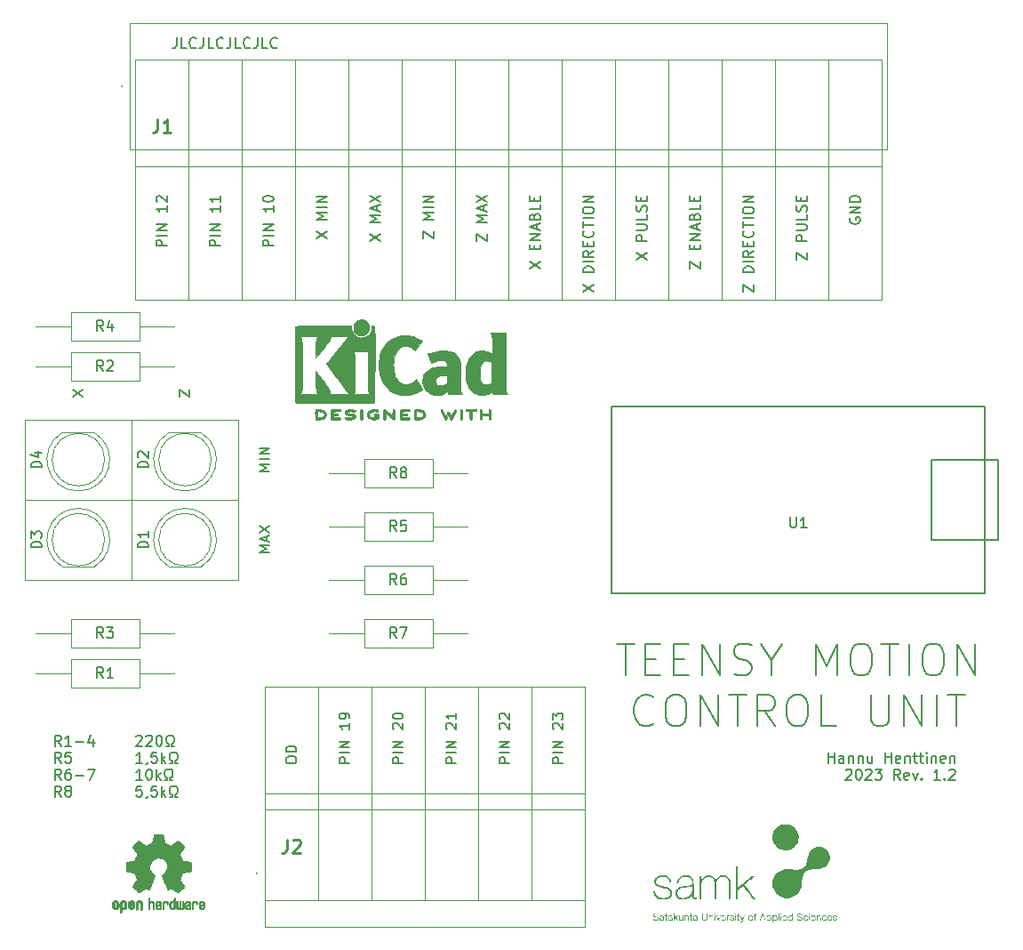
<source format=gto>
G04 #@! TF.GenerationSoftware,KiCad,Pcbnew,(6.0.7)*
G04 #@! TF.CreationDate,2023-02-16T08:52:03+02:00*
G04 #@! TF.ProjectId,teensy_motor_controller,7465656e-7379-45f6-9d6f-746f725f636f,rev?*
G04 #@! TF.SameCoordinates,Original*
G04 #@! TF.FileFunction,Legend,Top*
G04 #@! TF.FilePolarity,Positive*
%FSLAX46Y46*%
G04 Gerber Fmt 4.6, Leading zero omitted, Abs format (unit mm)*
G04 Created by KiCad (PCBNEW (6.0.7)) date 2023-02-16 08:52:03*
%MOMM*%
%LPD*%
G01*
G04 APERTURE LIST*
%ADD10C,0.150000*%
%ADD11C,0.120000*%
%ADD12C,0.254000*%
%ADD13C,0.010000*%
%ADD14C,0.100000*%
%ADD15C,0.200000*%
%ADD16C,1.600000*%
%ADD17O,1.600000X1.600000*%
%ADD18R,1.950000X1.950000*%
%ADD19C,1.950000*%
%ADD20R,1.800000X1.800000*%
%ADD21C,1.800000*%
%ADD22C,6.400000*%
G04 APERTURE END LIST*
D10*
X116030952Y-52538380D02*
X116030952Y-53252666D01*
X115983333Y-53395523D01*
X115888095Y-53490761D01*
X115745238Y-53538380D01*
X115650000Y-53538380D01*
X116983333Y-53538380D02*
X116507142Y-53538380D01*
X116507142Y-52538380D01*
X117888095Y-53443142D02*
X117840476Y-53490761D01*
X117697619Y-53538380D01*
X117602380Y-53538380D01*
X117459523Y-53490761D01*
X117364285Y-53395523D01*
X117316666Y-53300285D01*
X117269047Y-53109809D01*
X117269047Y-52966952D01*
X117316666Y-52776476D01*
X117364285Y-52681238D01*
X117459523Y-52586000D01*
X117602380Y-52538380D01*
X117697619Y-52538380D01*
X117840476Y-52586000D01*
X117888095Y-52633619D01*
X118602380Y-52538380D02*
X118602380Y-53252666D01*
X118554761Y-53395523D01*
X118459523Y-53490761D01*
X118316666Y-53538380D01*
X118221428Y-53538380D01*
X119554761Y-53538380D02*
X119078571Y-53538380D01*
X119078571Y-52538380D01*
X120459523Y-53443142D02*
X120411904Y-53490761D01*
X120269047Y-53538380D01*
X120173809Y-53538380D01*
X120030952Y-53490761D01*
X119935714Y-53395523D01*
X119888095Y-53300285D01*
X119840476Y-53109809D01*
X119840476Y-52966952D01*
X119888095Y-52776476D01*
X119935714Y-52681238D01*
X120030952Y-52586000D01*
X120173809Y-52538380D01*
X120269047Y-52538380D01*
X120411904Y-52586000D01*
X120459523Y-52633619D01*
X121173809Y-52538380D02*
X121173809Y-53252666D01*
X121126190Y-53395523D01*
X121030952Y-53490761D01*
X120888095Y-53538380D01*
X120792857Y-53538380D01*
X122126190Y-53538380D02*
X121650000Y-53538380D01*
X121650000Y-52538380D01*
X123030952Y-53443142D02*
X122983333Y-53490761D01*
X122840476Y-53538380D01*
X122745238Y-53538380D01*
X122602380Y-53490761D01*
X122507142Y-53395523D01*
X122459523Y-53300285D01*
X122411904Y-53109809D01*
X122411904Y-52966952D01*
X122459523Y-52776476D01*
X122507142Y-52681238D01*
X122602380Y-52586000D01*
X122745238Y-52538380D01*
X122840476Y-52538380D01*
X122983333Y-52586000D01*
X123030952Y-52633619D01*
X123745238Y-52538380D02*
X123745238Y-53252666D01*
X123697619Y-53395523D01*
X123602380Y-53490761D01*
X123459523Y-53538380D01*
X123364285Y-53538380D01*
X124697619Y-53538380D02*
X124221428Y-53538380D01*
X124221428Y-52538380D01*
X125602380Y-53443142D02*
X125554761Y-53490761D01*
X125411904Y-53538380D01*
X125316666Y-53538380D01*
X125173809Y-53490761D01*
X125078571Y-53395523D01*
X125030952Y-53300285D01*
X124983333Y-53109809D01*
X124983333Y-52966952D01*
X125030952Y-52776476D01*
X125078571Y-52681238D01*
X125173809Y-52586000D01*
X125316666Y-52538380D01*
X125411904Y-52538380D01*
X125554761Y-52586000D01*
X125602380Y-52633619D01*
D11*
X139700000Y-134620000D02*
X139700000Y-114300000D01*
X147675000Y-77470000D02*
X147675000Y-54610000D01*
X173075000Y-77470000D02*
X173075000Y-54610000D01*
X101600000Y-88900000D02*
X121920000Y-88900000D01*
X121920000Y-88900000D02*
X121920000Y-104140000D01*
X121920000Y-104140000D02*
X101600000Y-104140000D01*
X101600000Y-104140000D02*
X101600000Y-88900000D01*
X101600000Y-96520000D02*
X121920000Y-96520000D01*
X149860000Y-134620000D02*
X149860000Y-114300000D01*
X152755000Y-77470000D02*
X152755000Y-54610000D01*
X132435000Y-77470000D02*
X132435000Y-54610000D01*
X178155000Y-77470000D02*
X178155000Y-54610000D01*
X183235000Y-77470000D02*
X112115000Y-77470000D01*
X112115000Y-77470000D02*
X112115000Y-54610000D01*
X112115000Y-54610000D02*
X183235000Y-54610000D01*
X183235000Y-54610000D02*
X183235000Y-77470000D01*
X117195000Y-77470000D02*
X117195000Y-54610000D01*
X129540000Y-134620000D02*
X129540000Y-114300000D01*
X127355000Y-54610000D02*
X127355000Y-77470000D01*
X157835000Y-77470000D02*
X157835000Y-54610000D01*
X142595000Y-77470000D02*
X142595000Y-54610000D01*
X134620000Y-134620000D02*
X134620000Y-114300000D01*
X162915000Y-77470000D02*
X162915000Y-54610000D01*
X124460000Y-124460000D02*
X154940000Y-124460000D01*
X154940000Y-134620000D02*
X124460000Y-134620000D01*
X124460000Y-134620000D02*
X124460000Y-114300000D01*
X124460000Y-114300000D02*
X154940000Y-114300000D01*
X154940000Y-114300000D02*
X154940000Y-134620000D01*
X111760000Y-88900000D02*
X111760000Y-104140000D01*
X144780000Y-134620000D02*
X144780000Y-114300000D01*
X183235000Y-64770000D02*
X112115000Y-64770000D01*
X122275000Y-54610000D02*
X122275000Y-77470000D01*
X137515000Y-77470000D02*
X137515000Y-54610000D01*
X167995000Y-77470000D02*
X167995000Y-54610000D01*
D10*
X124912380Y-93800239D02*
X123912380Y-93800239D01*
X124626666Y-93466905D01*
X123912380Y-93133572D01*
X124912380Y-93133572D01*
X124912380Y-92657381D02*
X123912380Y-92657381D01*
X124912380Y-92181191D02*
X123912380Y-92181191D01*
X124912380Y-91609762D01*
X123912380Y-91609762D01*
X124912380Y-101563096D02*
X123912380Y-101563096D01*
X124626666Y-101229762D01*
X123912380Y-100896429D01*
X124912380Y-100896429D01*
X124626666Y-100467858D02*
X124626666Y-99991667D01*
X124912380Y-100563096D02*
X123912380Y-100229762D01*
X124912380Y-99896429D01*
X123912380Y-99658334D02*
X124912380Y-98991667D01*
X123912380Y-98991667D02*
X124912380Y-99658334D01*
X139507380Y-71645595D02*
X139507380Y-70978928D01*
X140507380Y-71645595D01*
X140507380Y-70978928D01*
X140507380Y-69836071D02*
X139507380Y-69836071D01*
X140221666Y-69502738D01*
X139507380Y-69169404D01*
X140507380Y-69169404D01*
X140507380Y-68693214D02*
X139507380Y-68693214D01*
X140507380Y-68217023D02*
X139507380Y-68217023D01*
X140507380Y-67645595D01*
X139507380Y-67645595D01*
X125267380Y-72359880D02*
X124267380Y-72359880D01*
X124267380Y-71978928D01*
X124315000Y-71883690D01*
X124362619Y-71836071D01*
X124457857Y-71788452D01*
X124600714Y-71788452D01*
X124695952Y-71836071D01*
X124743571Y-71883690D01*
X124791190Y-71978928D01*
X124791190Y-72359880D01*
X125267380Y-71359880D02*
X124267380Y-71359880D01*
X125267380Y-70883690D02*
X124267380Y-70883690D01*
X125267380Y-70312261D01*
X124267380Y-70312261D01*
X125267380Y-68550357D02*
X125267380Y-69121785D01*
X125267380Y-68836071D02*
X124267380Y-68836071D01*
X124410238Y-68931309D01*
X124505476Y-69026547D01*
X124553095Y-69121785D01*
X124267380Y-67931309D02*
X124267380Y-67836071D01*
X124315000Y-67740833D01*
X124362619Y-67693214D01*
X124457857Y-67645595D01*
X124648333Y-67597976D01*
X124886428Y-67597976D01*
X125076904Y-67645595D01*
X125172142Y-67693214D01*
X125219761Y-67740833D01*
X125267380Y-67836071D01*
X125267380Y-67931309D01*
X125219761Y-68026547D01*
X125172142Y-68074166D01*
X125076904Y-68121785D01*
X124886428Y-68169404D01*
X124648333Y-68169404D01*
X124457857Y-68121785D01*
X124362619Y-68074166D01*
X124315000Y-68026547D01*
X124267380Y-67931309D01*
X120187380Y-72359880D02*
X119187380Y-72359880D01*
X119187380Y-71978928D01*
X119235000Y-71883690D01*
X119282619Y-71836071D01*
X119377857Y-71788452D01*
X119520714Y-71788452D01*
X119615952Y-71836071D01*
X119663571Y-71883690D01*
X119711190Y-71978928D01*
X119711190Y-72359880D01*
X120187380Y-71359880D02*
X119187380Y-71359880D01*
X120187380Y-70883690D02*
X119187380Y-70883690D01*
X120187380Y-70312261D01*
X119187380Y-70312261D01*
X120187380Y-68550357D02*
X120187380Y-69121785D01*
X120187380Y-68836071D02*
X119187380Y-68836071D01*
X119330238Y-68931309D01*
X119425476Y-69026547D01*
X119473095Y-69121785D01*
X120187380Y-67597976D02*
X120187380Y-68169404D01*
X120187380Y-67883690D02*
X119187380Y-67883690D01*
X119330238Y-67978928D01*
X119425476Y-68074166D01*
X119473095Y-68169404D01*
X152852380Y-121584404D02*
X151852380Y-121584404D01*
X151852380Y-121203452D01*
X151900000Y-121108214D01*
X151947619Y-121060595D01*
X152042857Y-121012976D01*
X152185714Y-121012976D01*
X152280952Y-121060595D01*
X152328571Y-121108214D01*
X152376190Y-121203452D01*
X152376190Y-121584404D01*
X152852380Y-120584404D02*
X151852380Y-120584404D01*
X152852380Y-120108214D02*
X151852380Y-120108214D01*
X152852380Y-119536785D01*
X151852380Y-119536785D01*
X151947619Y-118346309D02*
X151900000Y-118298690D01*
X151852380Y-118203452D01*
X151852380Y-117965357D01*
X151900000Y-117870119D01*
X151947619Y-117822500D01*
X152042857Y-117774880D01*
X152138095Y-117774880D01*
X152280952Y-117822500D01*
X152852380Y-118393928D01*
X152852380Y-117774880D01*
X151852380Y-117441547D02*
X151852380Y-116822500D01*
X152233333Y-117155833D01*
X152233333Y-117012976D01*
X152280952Y-116917738D01*
X152328571Y-116870119D01*
X152423809Y-116822500D01*
X152661904Y-116822500D01*
X152757142Y-116870119D01*
X152804761Y-116917738D01*
X152852380Y-117012976D01*
X152852380Y-117298690D01*
X152804761Y-117393928D01*
X152757142Y-117441547D01*
X175067380Y-73693214D02*
X175067380Y-73026547D01*
X176067380Y-73693214D01*
X176067380Y-73026547D01*
X176067380Y-71883690D02*
X175067380Y-71883690D01*
X175067380Y-71502738D01*
X175115000Y-71407500D01*
X175162619Y-71359880D01*
X175257857Y-71312261D01*
X175400714Y-71312261D01*
X175495952Y-71359880D01*
X175543571Y-71407500D01*
X175591190Y-71502738D01*
X175591190Y-71883690D01*
X175067380Y-70883690D02*
X175876904Y-70883690D01*
X175972142Y-70836071D01*
X176019761Y-70788452D01*
X176067380Y-70693214D01*
X176067380Y-70502738D01*
X176019761Y-70407500D01*
X175972142Y-70359880D01*
X175876904Y-70312261D01*
X175067380Y-70312261D01*
X176067380Y-69359880D02*
X176067380Y-69836071D01*
X175067380Y-69836071D01*
X176019761Y-69074166D02*
X176067380Y-68931309D01*
X176067380Y-68693214D01*
X176019761Y-68597976D01*
X175972142Y-68550357D01*
X175876904Y-68502738D01*
X175781666Y-68502738D01*
X175686428Y-68550357D01*
X175638809Y-68597976D01*
X175591190Y-68693214D01*
X175543571Y-68883690D01*
X175495952Y-68978928D01*
X175448333Y-69026547D01*
X175353095Y-69074166D01*
X175257857Y-69074166D01*
X175162619Y-69026547D01*
X175115000Y-68978928D01*
X175067380Y-68883690D01*
X175067380Y-68645595D01*
X175115000Y-68502738D01*
X175543571Y-68074166D02*
X175543571Y-67740833D01*
X176067380Y-67597976D02*
X176067380Y-68074166D01*
X175067380Y-68074166D01*
X175067380Y-67597976D01*
X178116785Y-121567380D02*
X178116785Y-120567380D01*
X178116785Y-121043571D02*
X178688214Y-121043571D01*
X178688214Y-121567380D02*
X178688214Y-120567380D01*
X179592976Y-121567380D02*
X179592976Y-121043571D01*
X179545357Y-120948333D01*
X179450119Y-120900714D01*
X179259642Y-120900714D01*
X179164404Y-120948333D01*
X179592976Y-121519761D02*
X179497738Y-121567380D01*
X179259642Y-121567380D01*
X179164404Y-121519761D01*
X179116785Y-121424523D01*
X179116785Y-121329285D01*
X179164404Y-121234047D01*
X179259642Y-121186428D01*
X179497738Y-121186428D01*
X179592976Y-121138809D01*
X180069166Y-120900714D02*
X180069166Y-121567380D01*
X180069166Y-120995952D02*
X180116785Y-120948333D01*
X180212023Y-120900714D01*
X180354880Y-120900714D01*
X180450119Y-120948333D01*
X180497738Y-121043571D01*
X180497738Y-121567380D01*
X180973928Y-120900714D02*
X180973928Y-121567380D01*
X180973928Y-120995952D02*
X181021547Y-120948333D01*
X181116785Y-120900714D01*
X181259642Y-120900714D01*
X181354880Y-120948333D01*
X181402500Y-121043571D01*
X181402500Y-121567380D01*
X182307261Y-120900714D02*
X182307261Y-121567380D01*
X181878690Y-120900714D02*
X181878690Y-121424523D01*
X181926309Y-121519761D01*
X182021547Y-121567380D01*
X182164404Y-121567380D01*
X182259642Y-121519761D01*
X182307261Y-121472142D01*
X183545357Y-121567380D02*
X183545357Y-120567380D01*
X183545357Y-121043571D02*
X184116785Y-121043571D01*
X184116785Y-121567380D02*
X184116785Y-120567380D01*
X184973928Y-121519761D02*
X184878690Y-121567380D01*
X184688214Y-121567380D01*
X184592976Y-121519761D01*
X184545357Y-121424523D01*
X184545357Y-121043571D01*
X184592976Y-120948333D01*
X184688214Y-120900714D01*
X184878690Y-120900714D01*
X184973928Y-120948333D01*
X185021547Y-121043571D01*
X185021547Y-121138809D01*
X184545357Y-121234047D01*
X185450119Y-120900714D02*
X185450119Y-121567380D01*
X185450119Y-120995952D02*
X185497738Y-120948333D01*
X185592976Y-120900714D01*
X185735833Y-120900714D01*
X185831071Y-120948333D01*
X185878690Y-121043571D01*
X185878690Y-121567380D01*
X186212023Y-120900714D02*
X186592976Y-120900714D01*
X186354880Y-120567380D02*
X186354880Y-121424523D01*
X186402500Y-121519761D01*
X186497738Y-121567380D01*
X186592976Y-121567380D01*
X186783452Y-120900714D02*
X187164404Y-120900714D01*
X186926309Y-120567380D02*
X186926309Y-121424523D01*
X186973928Y-121519761D01*
X187069166Y-121567380D01*
X187164404Y-121567380D01*
X187497738Y-121567380D02*
X187497738Y-120900714D01*
X187497738Y-120567380D02*
X187450119Y-120615000D01*
X187497738Y-120662619D01*
X187545357Y-120615000D01*
X187497738Y-120567380D01*
X187497738Y-120662619D01*
X187973928Y-120900714D02*
X187973928Y-121567380D01*
X187973928Y-120995952D02*
X188021547Y-120948333D01*
X188116785Y-120900714D01*
X188259642Y-120900714D01*
X188354880Y-120948333D01*
X188402500Y-121043571D01*
X188402500Y-121567380D01*
X189259642Y-121519761D02*
X189164404Y-121567380D01*
X188973928Y-121567380D01*
X188878690Y-121519761D01*
X188831071Y-121424523D01*
X188831071Y-121043571D01*
X188878690Y-120948333D01*
X188973928Y-120900714D01*
X189164404Y-120900714D01*
X189259642Y-120948333D01*
X189307261Y-121043571D01*
X189307261Y-121138809D01*
X188831071Y-121234047D01*
X189735833Y-120900714D02*
X189735833Y-121567380D01*
X189735833Y-120995952D02*
X189783452Y-120948333D01*
X189878690Y-120900714D01*
X190021547Y-120900714D01*
X190116785Y-120948333D01*
X190164404Y-121043571D01*
X190164404Y-121567380D01*
X179783452Y-122272619D02*
X179831071Y-122225000D01*
X179926309Y-122177380D01*
X180164404Y-122177380D01*
X180259642Y-122225000D01*
X180307261Y-122272619D01*
X180354880Y-122367857D01*
X180354880Y-122463095D01*
X180307261Y-122605952D01*
X179735833Y-123177380D01*
X180354880Y-123177380D01*
X180973928Y-122177380D02*
X181069166Y-122177380D01*
X181164404Y-122225000D01*
X181212023Y-122272619D01*
X181259642Y-122367857D01*
X181307261Y-122558333D01*
X181307261Y-122796428D01*
X181259642Y-122986904D01*
X181212023Y-123082142D01*
X181164404Y-123129761D01*
X181069166Y-123177380D01*
X180973928Y-123177380D01*
X180878690Y-123129761D01*
X180831071Y-123082142D01*
X180783452Y-122986904D01*
X180735833Y-122796428D01*
X180735833Y-122558333D01*
X180783452Y-122367857D01*
X180831071Y-122272619D01*
X180878690Y-122225000D01*
X180973928Y-122177380D01*
X181688214Y-122272619D02*
X181735833Y-122225000D01*
X181831071Y-122177380D01*
X182069166Y-122177380D01*
X182164404Y-122225000D01*
X182212023Y-122272619D01*
X182259642Y-122367857D01*
X182259642Y-122463095D01*
X182212023Y-122605952D01*
X181640595Y-123177380D01*
X182259642Y-123177380D01*
X182592976Y-122177380D02*
X183212023Y-122177380D01*
X182878690Y-122558333D01*
X183021547Y-122558333D01*
X183116785Y-122605952D01*
X183164404Y-122653571D01*
X183212023Y-122748809D01*
X183212023Y-122986904D01*
X183164404Y-123082142D01*
X183116785Y-123129761D01*
X183021547Y-123177380D01*
X182735833Y-123177380D01*
X182640595Y-123129761D01*
X182592976Y-123082142D01*
X184973928Y-123177380D02*
X184640595Y-122701190D01*
X184402500Y-123177380D02*
X184402500Y-122177380D01*
X184783452Y-122177380D01*
X184878690Y-122225000D01*
X184926309Y-122272619D01*
X184973928Y-122367857D01*
X184973928Y-122510714D01*
X184926309Y-122605952D01*
X184878690Y-122653571D01*
X184783452Y-122701190D01*
X184402500Y-122701190D01*
X185783452Y-123129761D02*
X185688214Y-123177380D01*
X185497738Y-123177380D01*
X185402500Y-123129761D01*
X185354880Y-123034523D01*
X185354880Y-122653571D01*
X185402500Y-122558333D01*
X185497738Y-122510714D01*
X185688214Y-122510714D01*
X185783452Y-122558333D01*
X185831071Y-122653571D01*
X185831071Y-122748809D01*
X185354880Y-122844047D01*
X186164404Y-122510714D02*
X186402500Y-123177380D01*
X186640595Y-122510714D01*
X187021547Y-123082142D02*
X187069166Y-123129761D01*
X187021547Y-123177380D01*
X186973928Y-123129761D01*
X187021547Y-123082142D01*
X187021547Y-123177380D01*
X188783452Y-123177380D02*
X188212023Y-123177380D01*
X188497738Y-123177380D02*
X188497738Y-122177380D01*
X188402500Y-122320238D01*
X188307261Y-122415476D01*
X188212023Y-122463095D01*
X189212023Y-123082142D02*
X189259642Y-123129761D01*
X189212023Y-123177380D01*
X189164404Y-123129761D01*
X189212023Y-123082142D01*
X189212023Y-123177380D01*
X189640595Y-122272619D02*
X189688214Y-122225000D01*
X189783452Y-122177380D01*
X190021547Y-122177380D01*
X190116785Y-122225000D01*
X190164404Y-122272619D01*
X190212023Y-122367857D01*
X190212023Y-122463095D01*
X190164404Y-122605952D01*
X189592976Y-123177380D01*
X190212023Y-123177380D01*
X147772380Y-121584404D02*
X146772380Y-121584404D01*
X146772380Y-121203452D01*
X146820000Y-121108214D01*
X146867619Y-121060595D01*
X146962857Y-121012976D01*
X147105714Y-121012976D01*
X147200952Y-121060595D01*
X147248571Y-121108214D01*
X147296190Y-121203452D01*
X147296190Y-121584404D01*
X147772380Y-120584404D02*
X146772380Y-120584404D01*
X147772380Y-120108214D02*
X146772380Y-120108214D01*
X147772380Y-119536785D01*
X146772380Y-119536785D01*
X146867619Y-118346309D02*
X146820000Y-118298690D01*
X146772380Y-118203452D01*
X146772380Y-117965357D01*
X146820000Y-117870119D01*
X146867619Y-117822500D01*
X146962857Y-117774880D01*
X147058095Y-117774880D01*
X147200952Y-117822500D01*
X147772380Y-118393928D01*
X147772380Y-117774880D01*
X146867619Y-117393928D02*
X146820000Y-117346309D01*
X146772380Y-117251071D01*
X146772380Y-117012976D01*
X146820000Y-116917738D01*
X146867619Y-116870119D01*
X146962857Y-116822500D01*
X147058095Y-116822500D01*
X147200952Y-116870119D01*
X147772380Y-117441547D01*
X147772380Y-116822500D01*
X157974285Y-110242142D02*
X159688571Y-110242142D01*
X158831428Y-113242142D02*
X158831428Y-110242142D01*
X160688571Y-111670714D02*
X161688571Y-111670714D01*
X162117142Y-113242142D02*
X160688571Y-113242142D01*
X160688571Y-110242142D01*
X162117142Y-110242142D01*
X163402857Y-111670714D02*
X164402857Y-111670714D01*
X164831428Y-113242142D02*
X163402857Y-113242142D01*
X163402857Y-110242142D01*
X164831428Y-110242142D01*
X166117142Y-113242142D02*
X166117142Y-110242142D01*
X167831428Y-113242142D01*
X167831428Y-110242142D01*
X169117142Y-113099285D02*
X169545714Y-113242142D01*
X170260000Y-113242142D01*
X170545714Y-113099285D01*
X170688571Y-112956428D01*
X170831428Y-112670714D01*
X170831428Y-112385000D01*
X170688571Y-112099285D01*
X170545714Y-111956428D01*
X170260000Y-111813571D01*
X169688571Y-111670714D01*
X169402857Y-111527857D01*
X169260000Y-111385000D01*
X169117142Y-111099285D01*
X169117142Y-110813571D01*
X169260000Y-110527857D01*
X169402857Y-110385000D01*
X169688571Y-110242142D01*
X170402857Y-110242142D01*
X170831428Y-110385000D01*
X172688571Y-111813571D02*
X172688571Y-113242142D01*
X171688571Y-110242142D02*
X172688571Y-111813571D01*
X173688571Y-110242142D01*
X176974285Y-113242142D02*
X176974285Y-110242142D01*
X177974285Y-112385000D01*
X178974285Y-110242142D01*
X178974285Y-113242142D01*
X180974285Y-110242142D02*
X181545714Y-110242142D01*
X181831428Y-110385000D01*
X182117142Y-110670714D01*
X182260000Y-111242142D01*
X182260000Y-112242142D01*
X182117142Y-112813571D01*
X181831428Y-113099285D01*
X181545714Y-113242142D01*
X180974285Y-113242142D01*
X180688571Y-113099285D01*
X180402857Y-112813571D01*
X180260000Y-112242142D01*
X180260000Y-111242142D01*
X180402857Y-110670714D01*
X180688571Y-110385000D01*
X180974285Y-110242142D01*
X183117142Y-110242142D02*
X184831428Y-110242142D01*
X183974285Y-113242142D02*
X183974285Y-110242142D01*
X185831428Y-113242142D02*
X185831428Y-110242142D01*
X187831428Y-110242142D02*
X188402857Y-110242142D01*
X188688571Y-110385000D01*
X188974285Y-110670714D01*
X189117142Y-111242142D01*
X189117142Y-112242142D01*
X188974285Y-112813571D01*
X188688571Y-113099285D01*
X188402857Y-113242142D01*
X187831428Y-113242142D01*
X187545714Y-113099285D01*
X187260000Y-112813571D01*
X187117142Y-112242142D01*
X187117142Y-111242142D01*
X187260000Y-110670714D01*
X187545714Y-110385000D01*
X187831428Y-110242142D01*
X190402857Y-113242142D02*
X190402857Y-110242142D01*
X192117142Y-113242142D01*
X192117142Y-110242142D01*
X161474285Y-117786428D02*
X161331428Y-117929285D01*
X160902857Y-118072142D01*
X160617142Y-118072142D01*
X160188571Y-117929285D01*
X159902857Y-117643571D01*
X159760000Y-117357857D01*
X159617142Y-116786428D01*
X159617142Y-116357857D01*
X159760000Y-115786428D01*
X159902857Y-115500714D01*
X160188571Y-115215000D01*
X160617142Y-115072142D01*
X160902857Y-115072142D01*
X161331428Y-115215000D01*
X161474285Y-115357857D01*
X163331428Y-115072142D02*
X163902857Y-115072142D01*
X164188571Y-115215000D01*
X164474285Y-115500714D01*
X164617142Y-116072142D01*
X164617142Y-117072142D01*
X164474285Y-117643571D01*
X164188571Y-117929285D01*
X163902857Y-118072142D01*
X163331428Y-118072142D01*
X163045714Y-117929285D01*
X162760000Y-117643571D01*
X162617142Y-117072142D01*
X162617142Y-116072142D01*
X162760000Y-115500714D01*
X163045714Y-115215000D01*
X163331428Y-115072142D01*
X165902857Y-118072142D02*
X165902857Y-115072142D01*
X167617142Y-118072142D01*
X167617142Y-115072142D01*
X168617142Y-115072142D02*
X170331428Y-115072142D01*
X169474285Y-118072142D02*
X169474285Y-115072142D01*
X173045714Y-118072142D02*
X172045714Y-116643571D01*
X171331428Y-118072142D02*
X171331428Y-115072142D01*
X172474285Y-115072142D01*
X172760000Y-115215000D01*
X172902857Y-115357857D01*
X173045714Y-115643571D01*
X173045714Y-116072142D01*
X172902857Y-116357857D01*
X172760000Y-116500714D01*
X172474285Y-116643571D01*
X171331428Y-116643571D01*
X174902857Y-115072142D02*
X175474285Y-115072142D01*
X175760000Y-115215000D01*
X176045714Y-115500714D01*
X176188571Y-116072142D01*
X176188571Y-117072142D01*
X176045714Y-117643571D01*
X175760000Y-117929285D01*
X175474285Y-118072142D01*
X174902857Y-118072142D01*
X174617142Y-117929285D01*
X174331428Y-117643571D01*
X174188571Y-117072142D01*
X174188571Y-116072142D01*
X174331428Y-115500714D01*
X174617142Y-115215000D01*
X174902857Y-115072142D01*
X178902857Y-118072142D02*
X177474285Y-118072142D01*
X177474285Y-115072142D01*
X182188571Y-115072142D02*
X182188571Y-117500714D01*
X182331428Y-117786428D01*
X182474285Y-117929285D01*
X182760000Y-118072142D01*
X183331428Y-118072142D01*
X183617142Y-117929285D01*
X183760000Y-117786428D01*
X183902857Y-117500714D01*
X183902857Y-115072142D01*
X185331428Y-118072142D02*
X185331428Y-115072142D01*
X187045714Y-118072142D01*
X187045714Y-115072142D01*
X188474285Y-118072142D02*
X188474285Y-115072142D01*
X189474285Y-115072142D02*
X191188571Y-115072142D01*
X190331428Y-118072142D02*
X190331428Y-115072142D01*
X149667380Y-74502738D02*
X150667380Y-73836071D01*
X149667380Y-73836071D02*
X150667380Y-74502738D01*
X150143571Y-72693214D02*
X150143571Y-72359880D01*
X150667380Y-72217023D02*
X150667380Y-72693214D01*
X149667380Y-72693214D01*
X149667380Y-72217023D01*
X150667380Y-71788452D02*
X149667380Y-71788452D01*
X150667380Y-71217023D01*
X149667380Y-71217023D01*
X150381666Y-70788452D02*
X150381666Y-70312261D01*
X150667380Y-70883690D02*
X149667380Y-70550357D01*
X150667380Y-70217023D01*
X150143571Y-69550357D02*
X150191190Y-69407500D01*
X150238809Y-69359880D01*
X150334047Y-69312261D01*
X150476904Y-69312261D01*
X150572142Y-69359880D01*
X150619761Y-69407500D01*
X150667380Y-69502738D01*
X150667380Y-69883690D01*
X149667380Y-69883690D01*
X149667380Y-69550357D01*
X149715000Y-69455119D01*
X149762619Y-69407500D01*
X149857857Y-69359880D01*
X149953095Y-69359880D01*
X150048333Y-69407500D01*
X150095952Y-69455119D01*
X150143571Y-69550357D01*
X150143571Y-69883690D01*
X150667380Y-68407500D02*
X150667380Y-68883690D01*
X149667380Y-68883690D01*
X150143571Y-68074166D02*
X150143571Y-67740833D01*
X150667380Y-67597976D02*
X150667380Y-68074166D01*
X149667380Y-68074166D01*
X149667380Y-67597976D01*
X144587380Y-71931309D02*
X144587380Y-71264642D01*
X145587380Y-71931309D01*
X145587380Y-71264642D01*
X145587380Y-70121785D02*
X144587380Y-70121785D01*
X145301666Y-69788452D01*
X144587380Y-69455119D01*
X145587380Y-69455119D01*
X145301666Y-69026547D02*
X145301666Y-68550357D01*
X145587380Y-69121785D02*
X144587380Y-68788452D01*
X145587380Y-68455119D01*
X144587380Y-68217023D02*
X145587380Y-67550357D01*
X144587380Y-67550357D02*
X145587380Y-68217023D01*
X169987380Y-76693214D02*
X169987380Y-76026547D01*
X170987380Y-76693214D01*
X170987380Y-76026547D01*
X170987380Y-74883690D02*
X169987380Y-74883690D01*
X169987380Y-74645595D01*
X170035000Y-74502738D01*
X170130238Y-74407500D01*
X170225476Y-74359880D01*
X170415952Y-74312261D01*
X170558809Y-74312261D01*
X170749285Y-74359880D01*
X170844523Y-74407500D01*
X170939761Y-74502738D01*
X170987380Y-74645595D01*
X170987380Y-74883690D01*
X170987380Y-73883690D02*
X169987380Y-73883690D01*
X170987380Y-72836071D02*
X170511190Y-73169404D01*
X170987380Y-73407500D02*
X169987380Y-73407500D01*
X169987380Y-73026547D01*
X170035000Y-72931309D01*
X170082619Y-72883690D01*
X170177857Y-72836071D01*
X170320714Y-72836071D01*
X170415952Y-72883690D01*
X170463571Y-72931309D01*
X170511190Y-73026547D01*
X170511190Y-73407500D01*
X170463571Y-72407500D02*
X170463571Y-72074166D01*
X170987380Y-71931309D02*
X170987380Y-72407500D01*
X169987380Y-72407500D01*
X169987380Y-71931309D01*
X170892142Y-70931309D02*
X170939761Y-70978928D01*
X170987380Y-71121785D01*
X170987380Y-71217023D01*
X170939761Y-71359880D01*
X170844523Y-71455119D01*
X170749285Y-71502738D01*
X170558809Y-71550357D01*
X170415952Y-71550357D01*
X170225476Y-71502738D01*
X170130238Y-71455119D01*
X170035000Y-71359880D01*
X169987380Y-71217023D01*
X169987380Y-71121785D01*
X170035000Y-70978928D01*
X170082619Y-70931309D01*
X169987380Y-70645595D02*
X169987380Y-70074166D01*
X170987380Y-70359880D02*
X169987380Y-70359880D01*
X170987380Y-69740833D02*
X169987380Y-69740833D01*
X169987380Y-69074166D02*
X169987380Y-68883690D01*
X170035000Y-68788452D01*
X170130238Y-68693214D01*
X170320714Y-68645595D01*
X170654047Y-68645595D01*
X170844523Y-68693214D01*
X170939761Y-68788452D01*
X170987380Y-68883690D01*
X170987380Y-69074166D01*
X170939761Y-69169404D01*
X170844523Y-69264642D01*
X170654047Y-69312261D01*
X170320714Y-69312261D01*
X170130238Y-69264642D01*
X170035000Y-69169404D01*
X169987380Y-69074166D01*
X170987380Y-68217023D02*
X169987380Y-68217023D01*
X170987380Y-67645595D01*
X169987380Y-67645595D01*
X159827380Y-73693214D02*
X160827380Y-73026547D01*
X159827380Y-73026547D02*
X160827380Y-73693214D01*
X160827380Y-71883690D02*
X159827380Y-71883690D01*
X159827380Y-71502738D01*
X159875000Y-71407500D01*
X159922619Y-71359880D01*
X160017857Y-71312261D01*
X160160714Y-71312261D01*
X160255952Y-71359880D01*
X160303571Y-71407500D01*
X160351190Y-71502738D01*
X160351190Y-71883690D01*
X159827380Y-70883690D02*
X160636904Y-70883690D01*
X160732142Y-70836071D01*
X160779761Y-70788452D01*
X160827380Y-70693214D01*
X160827380Y-70502738D01*
X160779761Y-70407500D01*
X160732142Y-70359880D01*
X160636904Y-70312261D01*
X159827380Y-70312261D01*
X160827380Y-69359880D02*
X160827380Y-69836071D01*
X159827380Y-69836071D01*
X160779761Y-69074166D02*
X160827380Y-68931309D01*
X160827380Y-68693214D01*
X160779761Y-68597976D01*
X160732142Y-68550357D01*
X160636904Y-68502738D01*
X160541666Y-68502738D01*
X160446428Y-68550357D01*
X160398809Y-68597976D01*
X160351190Y-68693214D01*
X160303571Y-68883690D01*
X160255952Y-68978928D01*
X160208333Y-69026547D01*
X160113095Y-69074166D01*
X160017857Y-69074166D01*
X159922619Y-69026547D01*
X159875000Y-68978928D01*
X159827380Y-68883690D01*
X159827380Y-68645595D01*
X159875000Y-68502738D01*
X160303571Y-68074166D02*
X160303571Y-67740833D01*
X160827380Y-67597976D02*
X160827380Y-68074166D01*
X159827380Y-68074166D01*
X159827380Y-67597976D01*
X164907380Y-74502738D02*
X164907380Y-73836071D01*
X165907380Y-74502738D01*
X165907380Y-73836071D01*
X165383571Y-72693214D02*
X165383571Y-72359880D01*
X165907380Y-72217023D02*
X165907380Y-72693214D01*
X164907380Y-72693214D01*
X164907380Y-72217023D01*
X165907380Y-71788452D02*
X164907380Y-71788452D01*
X165907380Y-71217023D01*
X164907380Y-71217023D01*
X165621666Y-70788452D02*
X165621666Y-70312261D01*
X165907380Y-70883690D02*
X164907380Y-70550357D01*
X165907380Y-70217023D01*
X165383571Y-69550357D02*
X165431190Y-69407500D01*
X165478809Y-69359880D01*
X165574047Y-69312261D01*
X165716904Y-69312261D01*
X165812142Y-69359880D01*
X165859761Y-69407500D01*
X165907380Y-69502738D01*
X165907380Y-69883690D01*
X164907380Y-69883690D01*
X164907380Y-69550357D01*
X164955000Y-69455119D01*
X165002619Y-69407500D01*
X165097857Y-69359880D01*
X165193095Y-69359880D01*
X165288333Y-69407500D01*
X165335952Y-69455119D01*
X165383571Y-69550357D01*
X165383571Y-69883690D01*
X165907380Y-68407500D02*
X165907380Y-68883690D01*
X164907380Y-68883690D01*
X165383571Y-68074166D02*
X165383571Y-67740833D01*
X165907380Y-67597976D02*
X165907380Y-68074166D01*
X164907380Y-68074166D01*
X164907380Y-67597976D01*
X115107380Y-72359880D02*
X114107380Y-72359880D01*
X114107380Y-71978928D01*
X114155000Y-71883690D01*
X114202619Y-71836071D01*
X114297857Y-71788452D01*
X114440714Y-71788452D01*
X114535952Y-71836071D01*
X114583571Y-71883690D01*
X114631190Y-71978928D01*
X114631190Y-72359880D01*
X115107380Y-71359880D02*
X114107380Y-71359880D01*
X115107380Y-70883690D02*
X114107380Y-70883690D01*
X115107380Y-70312261D01*
X114107380Y-70312261D01*
X115107380Y-68550357D02*
X115107380Y-69121785D01*
X115107380Y-68836071D02*
X114107380Y-68836071D01*
X114250238Y-68931309D01*
X114345476Y-69026547D01*
X114393095Y-69121785D01*
X114202619Y-68169404D02*
X114155000Y-68121785D01*
X114107380Y-68026547D01*
X114107380Y-67788452D01*
X114155000Y-67693214D01*
X114202619Y-67645595D01*
X114297857Y-67597976D01*
X114393095Y-67597976D01*
X114535952Y-67645595D01*
X115107380Y-68217023D01*
X115107380Y-67597976D01*
X180195000Y-69693214D02*
X180147380Y-69788452D01*
X180147380Y-69931309D01*
X180195000Y-70074166D01*
X180290238Y-70169404D01*
X180385476Y-70217023D01*
X180575952Y-70264642D01*
X180718809Y-70264642D01*
X180909285Y-70217023D01*
X181004523Y-70169404D01*
X181099761Y-70074166D01*
X181147380Y-69931309D01*
X181147380Y-69836071D01*
X181099761Y-69693214D01*
X181052142Y-69645595D01*
X180718809Y-69645595D01*
X180718809Y-69836071D01*
X181147380Y-69217023D02*
X180147380Y-69217023D01*
X181147380Y-68645595D01*
X180147380Y-68645595D01*
X181147380Y-68169404D02*
X180147380Y-68169404D01*
X180147380Y-67931309D01*
X180195000Y-67788452D01*
X180290238Y-67693214D01*
X180385476Y-67645595D01*
X180575952Y-67597976D01*
X180718809Y-67597976D01*
X180909285Y-67645595D01*
X181004523Y-67693214D01*
X181099761Y-67788452D01*
X181147380Y-67931309D01*
X181147380Y-68169404D01*
X137612380Y-121584404D02*
X136612380Y-121584404D01*
X136612380Y-121203452D01*
X136660000Y-121108214D01*
X136707619Y-121060595D01*
X136802857Y-121012976D01*
X136945714Y-121012976D01*
X137040952Y-121060595D01*
X137088571Y-121108214D01*
X137136190Y-121203452D01*
X137136190Y-121584404D01*
X137612380Y-120584404D02*
X136612380Y-120584404D01*
X137612380Y-120108214D02*
X136612380Y-120108214D01*
X137612380Y-119536785D01*
X136612380Y-119536785D01*
X136707619Y-118346309D02*
X136660000Y-118298690D01*
X136612380Y-118203452D01*
X136612380Y-117965357D01*
X136660000Y-117870119D01*
X136707619Y-117822500D01*
X136802857Y-117774880D01*
X136898095Y-117774880D01*
X137040952Y-117822500D01*
X137612380Y-118393928D01*
X137612380Y-117774880D01*
X136612380Y-117155833D02*
X136612380Y-117060595D01*
X136660000Y-116965357D01*
X136707619Y-116917738D01*
X136802857Y-116870119D01*
X136993333Y-116822500D01*
X137231428Y-116822500D01*
X137421904Y-116870119D01*
X137517142Y-116917738D01*
X137564761Y-116965357D01*
X137612380Y-117060595D01*
X137612380Y-117155833D01*
X137564761Y-117251071D01*
X137517142Y-117298690D01*
X137421904Y-117346309D01*
X137231428Y-117393928D01*
X136993333Y-117393928D01*
X136802857Y-117346309D01*
X136707619Y-117298690D01*
X136660000Y-117251071D01*
X136612380Y-117155833D01*
X116292380Y-86693333D02*
X116292380Y-86026666D01*
X117292380Y-86693333D01*
X117292380Y-86026666D01*
X106132380Y-86693333D02*
X107132380Y-86026666D01*
X106132380Y-86026666D02*
X107132380Y-86693333D01*
X142692380Y-121584404D02*
X141692380Y-121584404D01*
X141692380Y-121203452D01*
X141740000Y-121108214D01*
X141787619Y-121060595D01*
X141882857Y-121012976D01*
X142025714Y-121012976D01*
X142120952Y-121060595D01*
X142168571Y-121108214D01*
X142216190Y-121203452D01*
X142216190Y-121584404D01*
X142692380Y-120584404D02*
X141692380Y-120584404D01*
X142692380Y-120108214D02*
X141692380Y-120108214D01*
X142692380Y-119536785D01*
X141692380Y-119536785D01*
X141787619Y-118346309D02*
X141740000Y-118298690D01*
X141692380Y-118203452D01*
X141692380Y-117965357D01*
X141740000Y-117870119D01*
X141787619Y-117822500D01*
X141882857Y-117774880D01*
X141978095Y-117774880D01*
X142120952Y-117822500D01*
X142692380Y-118393928D01*
X142692380Y-117774880D01*
X142692380Y-116822500D02*
X142692380Y-117393928D01*
X142692380Y-117108214D02*
X141692380Y-117108214D01*
X141835238Y-117203452D01*
X141930476Y-117298690D01*
X141978095Y-117393928D01*
X129347380Y-71645595D02*
X130347380Y-70978928D01*
X129347380Y-70978928D02*
X130347380Y-71645595D01*
X130347380Y-69836071D02*
X129347380Y-69836071D01*
X130061666Y-69502738D01*
X129347380Y-69169404D01*
X130347380Y-69169404D01*
X130347380Y-68693214D02*
X129347380Y-68693214D01*
X130347380Y-68217023D02*
X129347380Y-68217023D01*
X130347380Y-67645595D01*
X129347380Y-67645595D01*
X154747380Y-76693214D02*
X155747380Y-76026547D01*
X154747380Y-76026547D02*
X155747380Y-76693214D01*
X155747380Y-74883690D02*
X154747380Y-74883690D01*
X154747380Y-74645595D01*
X154795000Y-74502738D01*
X154890238Y-74407500D01*
X154985476Y-74359880D01*
X155175952Y-74312261D01*
X155318809Y-74312261D01*
X155509285Y-74359880D01*
X155604523Y-74407500D01*
X155699761Y-74502738D01*
X155747380Y-74645595D01*
X155747380Y-74883690D01*
X155747380Y-73883690D02*
X154747380Y-73883690D01*
X155747380Y-72836071D02*
X155271190Y-73169404D01*
X155747380Y-73407500D02*
X154747380Y-73407500D01*
X154747380Y-73026547D01*
X154795000Y-72931309D01*
X154842619Y-72883690D01*
X154937857Y-72836071D01*
X155080714Y-72836071D01*
X155175952Y-72883690D01*
X155223571Y-72931309D01*
X155271190Y-73026547D01*
X155271190Y-73407500D01*
X155223571Y-72407500D02*
X155223571Y-72074166D01*
X155747380Y-71931309D02*
X155747380Y-72407500D01*
X154747380Y-72407500D01*
X154747380Y-71931309D01*
X155652142Y-70931309D02*
X155699761Y-70978928D01*
X155747380Y-71121785D01*
X155747380Y-71217023D01*
X155699761Y-71359880D01*
X155604523Y-71455119D01*
X155509285Y-71502738D01*
X155318809Y-71550357D01*
X155175952Y-71550357D01*
X154985476Y-71502738D01*
X154890238Y-71455119D01*
X154795000Y-71359880D01*
X154747380Y-71217023D01*
X154747380Y-71121785D01*
X154795000Y-70978928D01*
X154842619Y-70931309D01*
X154747380Y-70645595D02*
X154747380Y-70074166D01*
X155747380Y-70359880D02*
X154747380Y-70359880D01*
X155747380Y-69740833D02*
X154747380Y-69740833D01*
X154747380Y-69074166D02*
X154747380Y-68883690D01*
X154795000Y-68788452D01*
X154890238Y-68693214D01*
X155080714Y-68645595D01*
X155414047Y-68645595D01*
X155604523Y-68693214D01*
X155699761Y-68788452D01*
X155747380Y-68883690D01*
X155747380Y-69074166D01*
X155699761Y-69169404D01*
X155604523Y-69264642D01*
X155414047Y-69312261D01*
X155080714Y-69312261D01*
X154890238Y-69264642D01*
X154795000Y-69169404D01*
X154747380Y-69074166D01*
X155747380Y-68217023D02*
X154747380Y-68217023D01*
X155747380Y-67645595D01*
X154747380Y-67645595D01*
X105047023Y-119957380D02*
X104713690Y-119481190D01*
X104475595Y-119957380D02*
X104475595Y-118957380D01*
X104856547Y-118957380D01*
X104951785Y-119005000D01*
X104999404Y-119052619D01*
X105047023Y-119147857D01*
X105047023Y-119290714D01*
X104999404Y-119385952D01*
X104951785Y-119433571D01*
X104856547Y-119481190D01*
X104475595Y-119481190D01*
X105999404Y-119957380D02*
X105427976Y-119957380D01*
X105713690Y-119957380D02*
X105713690Y-118957380D01*
X105618452Y-119100238D01*
X105523214Y-119195476D01*
X105427976Y-119243095D01*
X106427976Y-119576428D02*
X107189880Y-119576428D01*
X108094642Y-119290714D02*
X108094642Y-119957380D01*
X107856547Y-118909761D02*
X107618452Y-119624047D01*
X108237500Y-119624047D01*
X112189880Y-119052619D02*
X112237500Y-119005000D01*
X112332738Y-118957380D01*
X112570833Y-118957380D01*
X112666071Y-119005000D01*
X112713690Y-119052619D01*
X112761309Y-119147857D01*
X112761309Y-119243095D01*
X112713690Y-119385952D01*
X112142261Y-119957380D01*
X112761309Y-119957380D01*
X113142261Y-119052619D02*
X113189880Y-119005000D01*
X113285119Y-118957380D01*
X113523214Y-118957380D01*
X113618452Y-119005000D01*
X113666071Y-119052619D01*
X113713690Y-119147857D01*
X113713690Y-119243095D01*
X113666071Y-119385952D01*
X113094642Y-119957380D01*
X113713690Y-119957380D01*
X114332738Y-118957380D02*
X114427976Y-118957380D01*
X114523214Y-119005000D01*
X114570833Y-119052619D01*
X114618452Y-119147857D01*
X114666071Y-119338333D01*
X114666071Y-119576428D01*
X114618452Y-119766904D01*
X114570833Y-119862142D01*
X114523214Y-119909761D01*
X114427976Y-119957380D01*
X114332738Y-119957380D01*
X114237500Y-119909761D01*
X114189880Y-119862142D01*
X114142261Y-119766904D01*
X114094642Y-119576428D01*
X114094642Y-119338333D01*
X114142261Y-119147857D01*
X114189880Y-119052619D01*
X114237500Y-119005000D01*
X114332738Y-118957380D01*
X115047023Y-119957380D02*
X115285119Y-119957380D01*
X115285119Y-119766904D01*
X115189880Y-119719285D01*
X115094642Y-119624047D01*
X115047023Y-119481190D01*
X115047023Y-119243095D01*
X115094642Y-119100238D01*
X115189880Y-119005000D01*
X115332738Y-118957380D01*
X115523214Y-118957380D01*
X115666071Y-119005000D01*
X115761309Y-119100238D01*
X115808928Y-119243095D01*
X115808928Y-119481190D01*
X115761309Y-119624047D01*
X115666071Y-119719285D01*
X115570833Y-119766904D01*
X115570833Y-119957380D01*
X115808928Y-119957380D01*
X105047023Y-121567380D02*
X104713690Y-121091190D01*
X104475595Y-121567380D02*
X104475595Y-120567380D01*
X104856547Y-120567380D01*
X104951785Y-120615000D01*
X104999404Y-120662619D01*
X105047023Y-120757857D01*
X105047023Y-120900714D01*
X104999404Y-120995952D01*
X104951785Y-121043571D01*
X104856547Y-121091190D01*
X104475595Y-121091190D01*
X105951785Y-120567380D02*
X105475595Y-120567380D01*
X105427976Y-121043571D01*
X105475595Y-120995952D01*
X105570833Y-120948333D01*
X105808928Y-120948333D01*
X105904166Y-120995952D01*
X105951785Y-121043571D01*
X105999404Y-121138809D01*
X105999404Y-121376904D01*
X105951785Y-121472142D01*
X105904166Y-121519761D01*
X105808928Y-121567380D01*
X105570833Y-121567380D01*
X105475595Y-121519761D01*
X105427976Y-121472142D01*
X112761309Y-121567380D02*
X112189880Y-121567380D01*
X112475595Y-121567380D02*
X112475595Y-120567380D01*
X112380357Y-120710238D01*
X112285119Y-120805476D01*
X112189880Y-120853095D01*
X113237500Y-121519761D02*
X113237500Y-121567380D01*
X113189880Y-121662619D01*
X113142261Y-121710238D01*
X114142261Y-120567380D02*
X113666071Y-120567380D01*
X113618452Y-121043571D01*
X113666071Y-120995952D01*
X113761309Y-120948333D01*
X113999404Y-120948333D01*
X114094642Y-120995952D01*
X114142261Y-121043571D01*
X114189880Y-121138809D01*
X114189880Y-121376904D01*
X114142261Y-121472142D01*
X114094642Y-121519761D01*
X113999404Y-121567380D01*
X113761309Y-121567380D01*
X113666071Y-121519761D01*
X113618452Y-121472142D01*
X114618452Y-121567380D02*
X114618452Y-120567380D01*
X114713690Y-121186428D02*
X114999404Y-121567380D01*
X114999404Y-120900714D02*
X114618452Y-121281666D01*
X115380357Y-121567380D02*
X115618452Y-121567380D01*
X115618452Y-121376904D01*
X115523214Y-121329285D01*
X115427976Y-121234047D01*
X115380357Y-121091190D01*
X115380357Y-120853095D01*
X115427976Y-120710238D01*
X115523214Y-120615000D01*
X115666071Y-120567380D01*
X115856547Y-120567380D01*
X115999404Y-120615000D01*
X116094642Y-120710238D01*
X116142261Y-120853095D01*
X116142261Y-121091190D01*
X116094642Y-121234047D01*
X115999404Y-121329285D01*
X115904166Y-121376904D01*
X115904166Y-121567380D01*
X116142261Y-121567380D01*
X105047023Y-123177380D02*
X104713690Y-122701190D01*
X104475595Y-123177380D02*
X104475595Y-122177380D01*
X104856547Y-122177380D01*
X104951785Y-122225000D01*
X104999404Y-122272619D01*
X105047023Y-122367857D01*
X105047023Y-122510714D01*
X104999404Y-122605952D01*
X104951785Y-122653571D01*
X104856547Y-122701190D01*
X104475595Y-122701190D01*
X105904166Y-122177380D02*
X105713690Y-122177380D01*
X105618452Y-122225000D01*
X105570833Y-122272619D01*
X105475595Y-122415476D01*
X105427976Y-122605952D01*
X105427976Y-122986904D01*
X105475595Y-123082142D01*
X105523214Y-123129761D01*
X105618452Y-123177380D01*
X105808928Y-123177380D01*
X105904166Y-123129761D01*
X105951785Y-123082142D01*
X105999404Y-122986904D01*
X105999404Y-122748809D01*
X105951785Y-122653571D01*
X105904166Y-122605952D01*
X105808928Y-122558333D01*
X105618452Y-122558333D01*
X105523214Y-122605952D01*
X105475595Y-122653571D01*
X105427976Y-122748809D01*
X106427976Y-122796428D02*
X107189880Y-122796428D01*
X107570833Y-122177380D02*
X108237500Y-122177380D01*
X107808928Y-123177380D01*
X112761309Y-123177380D02*
X112189880Y-123177380D01*
X112475595Y-123177380D02*
X112475595Y-122177380D01*
X112380357Y-122320238D01*
X112285119Y-122415476D01*
X112189880Y-122463095D01*
X113380357Y-122177380D02*
X113475595Y-122177380D01*
X113570833Y-122225000D01*
X113618452Y-122272619D01*
X113666071Y-122367857D01*
X113713690Y-122558333D01*
X113713690Y-122796428D01*
X113666071Y-122986904D01*
X113618452Y-123082142D01*
X113570833Y-123129761D01*
X113475595Y-123177380D01*
X113380357Y-123177380D01*
X113285119Y-123129761D01*
X113237500Y-123082142D01*
X113189880Y-122986904D01*
X113142261Y-122796428D01*
X113142261Y-122558333D01*
X113189880Y-122367857D01*
X113237500Y-122272619D01*
X113285119Y-122225000D01*
X113380357Y-122177380D01*
X114142261Y-123177380D02*
X114142261Y-122177380D01*
X114237500Y-122796428D02*
X114523214Y-123177380D01*
X114523214Y-122510714D02*
X114142261Y-122891666D01*
X114904166Y-123177380D02*
X115142261Y-123177380D01*
X115142261Y-122986904D01*
X115047023Y-122939285D01*
X114951785Y-122844047D01*
X114904166Y-122701190D01*
X114904166Y-122463095D01*
X114951785Y-122320238D01*
X115047023Y-122225000D01*
X115189880Y-122177380D01*
X115380357Y-122177380D01*
X115523214Y-122225000D01*
X115618452Y-122320238D01*
X115666071Y-122463095D01*
X115666071Y-122701190D01*
X115618452Y-122844047D01*
X115523214Y-122939285D01*
X115427976Y-122986904D01*
X115427976Y-123177380D01*
X115666071Y-123177380D01*
X105047023Y-124787380D02*
X104713690Y-124311190D01*
X104475595Y-124787380D02*
X104475595Y-123787380D01*
X104856547Y-123787380D01*
X104951785Y-123835000D01*
X104999404Y-123882619D01*
X105047023Y-123977857D01*
X105047023Y-124120714D01*
X104999404Y-124215952D01*
X104951785Y-124263571D01*
X104856547Y-124311190D01*
X104475595Y-124311190D01*
X105618452Y-124215952D02*
X105523214Y-124168333D01*
X105475595Y-124120714D01*
X105427976Y-124025476D01*
X105427976Y-123977857D01*
X105475595Y-123882619D01*
X105523214Y-123835000D01*
X105618452Y-123787380D01*
X105808928Y-123787380D01*
X105904166Y-123835000D01*
X105951785Y-123882619D01*
X105999404Y-123977857D01*
X105999404Y-124025476D01*
X105951785Y-124120714D01*
X105904166Y-124168333D01*
X105808928Y-124215952D01*
X105618452Y-124215952D01*
X105523214Y-124263571D01*
X105475595Y-124311190D01*
X105427976Y-124406428D01*
X105427976Y-124596904D01*
X105475595Y-124692142D01*
X105523214Y-124739761D01*
X105618452Y-124787380D01*
X105808928Y-124787380D01*
X105904166Y-124739761D01*
X105951785Y-124692142D01*
X105999404Y-124596904D01*
X105999404Y-124406428D01*
X105951785Y-124311190D01*
X105904166Y-124263571D01*
X105808928Y-124215952D01*
X112713690Y-123787380D02*
X112237500Y-123787380D01*
X112189880Y-124263571D01*
X112237500Y-124215952D01*
X112332738Y-124168333D01*
X112570833Y-124168333D01*
X112666071Y-124215952D01*
X112713690Y-124263571D01*
X112761309Y-124358809D01*
X112761309Y-124596904D01*
X112713690Y-124692142D01*
X112666071Y-124739761D01*
X112570833Y-124787380D01*
X112332738Y-124787380D01*
X112237500Y-124739761D01*
X112189880Y-124692142D01*
X113237500Y-124739761D02*
X113237500Y-124787380D01*
X113189880Y-124882619D01*
X113142261Y-124930238D01*
X114142261Y-123787380D02*
X113666071Y-123787380D01*
X113618452Y-124263571D01*
X113666071Y-124215952D01*
X113761309Y-124168333D01*
X113999404Y-124168333D01*
X114094642Y-124215952D01*
X114142261Y-124263571D01*
X114189880Y-124358809D01*
X114189880Y-124596904D01*
X114142261Y-124692142D01*
X114094642Y-124739761D01*
X113999404Y-124787380D01*
X113761309Y-124787380D01*
X113666071Y-124739761D01*
X113618452Y-124692142D01*
X114618452Y-124787380D02*
X114618452Y-123787380D01*
X114713690Y-124406428D02*
X114999404Y-124787380D01*
X114999404Y-124120714D02*
X114618452Y-124501666D01*
X115380357Y-124787380D02*
X115618452Y-124787380D01*
X115618452Y-124596904D01*
X115523214Y-124549285D01*
X115427976Y-124454047D01*
X115380357Y-124311190D01*
X115380357Y-124073095D01*
X115427976Y-123930238D01*
X115523214Y-123835000D01*
X115666071Y-123787380D01*
X115856547Y-123787380D01*
X115999404Y-123835000D01*
X116094642Y-123930238D01*
X116142261Y-124073095D01*
X116142261Y-124311190D01*
X116094642Y-124454047D01*
X115999404Y-124549285D01*
X115904166Y-124596904D01*
X115904166Y-124787380D01*
X116142261Y-124787380D01*
X134427380Y-71931309D02*
X135427380Y-71264642D01*
X134427380Y-71264642D02*
X135427380Y-71931309D01*
X135427380Y-70121785D02*
X134427380Y-70121785D01*
X135141666Y-69788452D01*
X134427380Y-69455119D01*
X135427380Y-69455119D01*
X135141666Y-69026547D02*
X135141666Y-68550357D01*
X135427380Y-69121785D02*
X134427380Y-68788452D01*
X135427380Y-68455119D01*
X134427380Y-68217023D02*
X135427380Y-67550357D01*
X134427380Y-67550357D02*
X135427380Y-68217023D01*
X126452380Y-121393928D02*
X126452380Y-121203452D01*
X126500000Y-121108214D01*
X126595238Y-121012976D01*
X126785714Y-120965357D01*
X127119047Y-120965357D01*
X127309523Y-121012976D01*
X127404761Y-121108214D01*
X127452380Y-121203452D01*
X127452380Y-121393928D01*
X127404761Y-121489166D01*
X127309523Y-121584404D01*
X127119047Y-121632023D01*
X126785714Y-121632023D01*
X126595238Y-121584404D01*
X126500000Y-121489166D01*
X126452380Y-121393928D01*
X127452380Y-120536785D02*
X126452380Y-120536785D01*
X126452380Y-120298690D01*
X126500000Y-120155833D01*
X126595238Y-120060595D01*
X126690476Y-120012976D01*
X126880952Y-119965357D01*
X127023809Y-119965357D01*
X127214285Y-120012976D01*
X127309523Y-120060595D01*
X127404761Y-120155833D01*
X127452380Y-120298690D01*
X127452380Y-120536785D01*
X132532380Y-121584404D02*
X131532380Y-121584404D01*
X131532380Y-121203452D01*
X131580000Y-121108214D01*
X131627619Y-121060595D01*
X131722857Y-121012976D01*
X131865714Y-121012976D01*
X131960952Y-121060595D01*
X132008571Y-121108214D01*
X132056190Y-121203452D01*
X132056190Y-121584404D01*
X132532380Y-120584404D02*
X131532380Y-120584404D01*
X132532380Y-120108214D02*
X131532380Y-120108214D01*
X132532380Y-119536785D01*
X131532380Y-119536785D01*
X132532380Y-117774880D02*
X132532380Y-118346309D01*
X132532380Y-118060595D02*
X131532380Y-118060595D01*
X131675238Y-118155833D01*
X131770476Y-118251071D01*
X131818095Y-118346309D01*
X132532380Y-117298690D02*
X132532380Y-117108214D01*
X132484761Y-117012976D01*
X132437142Y-116965357D01*
X132294285Y-116870119D01*
X132103809Y-116822500D01*
X131722857Y-116822500D01*
X131627619Y-116870119D01*
X131580000Y-116917738D01*
X131532380Y-117012976D01*
X131532380Y-117203452D01*
X131580000Y-117298690D01*
X131627619Y-117346309D01*
X131722857Y-117393928D01*
X131960952Y-117393928D01*
X132056190Y-117346309D01*
X132103809Y-117298690D01*
X132151428Y-117203452D01*
X132151428Y-117012976D01*
X132103809Y-116917738D01*
X132056190Y-116870119D01*
X131960952Y-116822500D01*
X136993333Y-109672380D02*
X136660000Y-109196190D01*
X136421904Y-109672380D02*
X136421904Y-108672380D01*
X136802857Y-108672380D01*
X136898095Y-108720000D01*
X136945714Y-108767619D01*
X136993333Y-108862857D01*
X136993333Y-109005714D01*
X136945714Y-109100952D01*
X136898095Y-109148571D01*
X136802857Y-109196190D01*
X136421904Y-109196190D01*
X137326666Y-108672380D02*
X137993333Y-108672380D01*
X137564761Y-109672380D01*
X109053333Y-113482380D02*
X108720000Y-113006190D01*
X108481904Y-113482380D02*
X108481904Y-112482380D01*
X108862857Y-112482380D01*
X108958095Y-112530000D01*
X109005714Y-112577619D01*
X109053333Y-112672857D01*
X109053333Y-112815714D01*
X109005714Y-112910952D01*
X108958095Y-112958571D01*
X108862857Y-113006190D01*
X108481904Y-113006190D01*
X110005714Y-113482380D02*
X109434285Y-113482380D01*
X109720000Y-113482380D02*
X109720000Y-112482380D01*
X109624761Y-112625238D01*
X109529523Y-112720476D01*
X109434285Y-112768095D01*
X109053333Y-84272380D02*
X108720000Y-83796190D01*
X108481904Y-84272380D02*
X108481904Y-83272380D01*
X108862857Y-83272380D01*
X108958095Y-83320000D01*
X109005714Y-83367619D01*
X109053333Y-83462857D01*
X109053333Y-83605714D01*
X109005714Y-83700952D01*
X108958095Y-83748571D01*
X108862857Y-83796190D01*
X108481904Y-83796190D01*
X109434285Y-83367619D02*
X109481904Y-83320000D01*
X109577142Y-83272380D01*
X109815238Y-83272380D01*
X109910476Y-83320000D01*
X109958095Y-83367619D01*
X110005714Y-83462857D01*
X110005714Y-83558095D01*
X109958095Y-83700952D01*
X109386666Y-84272380D01*
X110005714Y-84272380D01*
X136993333Y-94432380D02*
X136660000Y-93956190D01*
X136421904Y-94432380D02*
X136421904Y-93432380D01*
X136802857Y-93432380D01*
X136898095Y-93480000D01*
X136945714Y-93527619D01*
X136993333Y-93622857D01*
X136993333Y-93765714D01*
X136945714Y-93860952D01*
X136898095Y-93908571D01*
X136802857Y-93956190D01*
X136421904Y-93956190D01*
X137564761Y-93860952D02*
X137469523Y-93813333D01*
X137421904Y-93765714D01*
X137374285Y-93670476D01*
X137374285Y-93622857D01*
X137421904Y-93527619D01*
X137469523Y-93480000D01*
X137564761Y-93432380D01*
X137755238Y-93432380D01*
X137850476Y-93480000D01*
X137898095Y-93527619D01*
X137945714Y-93622857D01*
X137945714Y-93670476D01*
X137898095Y-93765714D01*
X137850476Y-93813333D01*
X137755238Y-93860952D01*
X137564761Y-93860952D01*
X137469523Y-93908571D01*
X137421904Y-93956190D01*
X137374285Y-94051428D01*
X137374285Y-94241904D01*
X137421904Y-94337142D01*
X137469523Y-94384761D01*
X137564761Y-94432380D01*
X137755238Y-94432380D01*
X137850476Y-94384761D01*
X137898095Y-94337142D01*
X137945714Y-94241904D01*
X137945714Y-94051428D01*
X137898095Y-93956190D01*
X137850476Y-93908571D01*
X137755238Y-93860952D01*
D12*
X126576666Y-128844523D02*
X126576666Y-129751666D01*
X126516190Y-129933095D01*
X126395238Y-130054047D01*
X126213809Y-130114523D01*
X126092857Y-130114523D01*
X127120952Y-128965476D02*
X127181428Y-128905000D01*
X127302380Y-128844523D01*
X127604761Y-128844523D01*
X127725714Y-128905000D01*
X127786190Y-128965476D01*
X127846666Y-129086428D01*
X127846666Y-129207380D01*
X127786190Y-129388809D01*
X127060476Y-130114523D01*
X127846666Y-130114523D01*
D10*
X109053333Y-109672380D02*
X108720000Y-109196190D01*
X108481904Y-109672380D02*
X108481904Y-108672380D01*
X108862857Y-108672380D01*
X108958095Y-108720000D01*
X109005714Y-108767619D01*
X109053333Y-108862857D01*
X109053333Y-109005714D01*
X109005714Y-109100952D01*
X108958095Y-109148571D01*
X108862857Y-109196190D01*
X108481904Y-109196190D01*
X109386666Y-108672380D02*
X110005714Y-108672380D01*
X109672380Y-109053333D01*
X109815238Y-109053333D01*
X109910476Y-109100952D01*
X109958095Y-109148571D01*
X110005714Y-109243809D01*
X110005714Y-109481904D01*
X109958095Y-109577142D01*
X109910476Y-109624761D01*
X109815238Y-109672380D01*
X109529523Y-109672380D01*
X109434285Y-109624761D01*
X109386666Y-109577142D01*
X103172380Y-101068095D02*
X102172380Y-101068095D01*
X102172380Y-100830000D01*
X102220000Y-100687142D01*
X102315238Y-100591904D01*
X102410476Y-100544285D01*
X102600952Y-100496666D01*
X102743809Y-100496666D01*
X102934285Y-100544285D01*
X103029523Y-100591904D01*
X103124761Y-100687142D01*
X103172380Y-100830000D01*
X103172380Y-101068095D01*
X102172380Y-100163333D02*
X102172380Y-99544285D01*
X102553333Y-99877619D01*
X102553333Y-99734761D01*
X102600952Y-99639523D01*
X102648571Y-99591904D01*
X102743809Y-99544285D01*
X102981904Y-99544285D01*
X103077142Y-99591904D01*
X103124761Y-99639523D01*
X103172380Y-99734761D01*
X103172380Y-100020476D01*
X103124761Y-100115714D01*
X103077142Y-100163333D01*
X109053333Y-80462380D02*
X108720000Y-79986190D01*
X108481904Y-80462380D02*
X108481904Y-79462380D01*
X108862857Y-79462380D01*
X108958095Y-79510000D01*
X109005714Y-79557619D01*
X109053333Y-79652857D01*
X109053333Y-79795714D01*
X109005714Y-79890952D01*
X108958095Y-79938571D01*
X108862857Y-79986190D01*
X108481904Y-79986190D01*
X109910476Y-79795714D02*
X109910476Y-80462380D01*
X109672380Y-79414761D02*
X109434285Y-80129047D01*
X110053333Y-80129047D01*
X103172380Y-93448095D02*
X102172380Y-93448095D01*
X102172380Y-93210000D01*
X102220000Y-93067142D01*
X102315238Y-92971904D01*
X102410476Y-92924285D01*
X102600952Y-92876666D01*
X102743809Y-92876666D01*
X102934285Y-92924285D01*
X103029523Y-92971904D01*
X103124761Y-93067142D01*
X103172380Y-93210000D01*
X103172380Y-93448095D01*
X102505714Y-92019523D02*
X103172380Y-92019523D01*
X102124761Y-92257619D02*
X102839047Y-92495714D01*
X102839047Y-91876666D01*
D12*
X114231666Y-60264523D02*
X114231666Y-61171666D01*
X114171190Y-61353095D01*
X114050238Y-61474047D01*
X113868809Y-61534523D01*
X113747857Y-61534523D01*
X115501666Y-61534523D02*
X114775952Y-61534523D01*
X115138809Y-61534523D02*
X115138809Y-60264523D01*
X115017857Y-60445952D01*
X114896904Y-60566904D01*
X114775952Y-60627380D01*
D10*
X136993333Y-104592380D02*
X136660000Y-104116190D01*
X136421904Y-104592380D02*
X136421904Y-103592380D01*
X136802857Y-103592380D01*
X136898095Y-103640000D01*
X136945714Y-103687619D01*
X136993333Y-103782857D01*
X136993333Y-103925714D01*
X136945714Y-104020952D01*
X136898095Y-104068571D01*
X136802857Y-104116190D01*
X136421904Y-104116190D01*
X137850476Y-103592380D02*
X137660000Y-103592380D01*
X137564761Y-103640000D01*
X137517142Y-103687619D01*
X137421904Y-103830476D01*
X137374285Y-104020952D01*
X137374285Y-104401904D01*
X137421904Y-104497142D01*
X137469523Y-104544761D01*
X137564761Y-104592380D01*
X137755238Y-104592380D01*
X137850476Y-104544761D01*
X137898095Y-104497142D01*
X137945714Y-104401904D01*
X137945714Y-104163809D01*
X137898095Y-104068571D01*
X137850476Y-104020952D01*
X137755238Y-103973333D01*
X137564761Y-103973333D01*
X137469523Y-104020952D01*
X137421904Y-104068571D01*
X137374285Y-104163809D01*
X113332380Y-93448095D02*
X112332380Y-93448095D01*
X112332380Y-93210000D01*
X112380000Y-93067142D01*
X112475238Y-92971904D01*
X112570476Y-92924285D01*
X112760952Y-92876666D01*
X112903809Y-92876666D01*
X113094285Y-92924285D01*
X113189523Y-92971904D01*
X113284761Y-93067142D01*
X113332380Y-93210000D01*
X113332380Y-93448095D01*
X112427619Y-92495714D02*
X112380000Y-92448095D01*
X112332380Y-92352857D01*
X112332380Y-92114761D01*
X112380000Y-92019523D01*
X112427619Y-91971904D01*
X112522857Y-91924285D01*
X112618095Y-91924285D01*
X112760952Y-91971904D01*
X113332380Y-92543333D01*
X113332380Y-91924285D01*
X113332380Y-101068095D02*
X112332380Y-101068095D01*
X112332380Y-100830000D01*
X112380000Y-100687142D01*
X112475238Y-100591904D01*
X112570476Y-100544285D01*
X112760952Y-100496666D01*
X112903809Y-100496666D01*
X113094285Y-100544285D01*
X113189523Y-100591904D01*
X113284761Y-100687142D01*
X113332380Y-100830000D01*
X113332380Y-101068095D01*
X113332380Y-99544285D02*
X113332380Y-100115714D01*
X113332380Y-99830000D02*
X112332380Y-99830000D01*
X112475238Y-99925238D01*
X112570476Y-100020476D01*
X112618095Y-100115714D01*
X174498095Y-98172380D02*
X174498095Y-98981904D01*
X174545714Y-99077142D01*
X174593333Y-99124761D01*
X174688571Y-99172380D01*
X174879047Y-99172380D01*
X174974285Y-99124761D01*
X175021904Y-99077142D01*
X175069523Y-98981904D01*
X175069523Y-98172380D01*
X176069523Y-99172380D02*
X175498095Y-99172380D01*
X175783809Y-99172380D02*
X175783809Y-98172380D01*
X175688571Y-98315238D01*
X175593333Y-98410476D01*
X175498095Y-98458095D01*
X136993333Y-99512380D02*
X136660000Y-99036190D01*
X136421904Y-99512380D02*
X136421904Y-98512380D01*
X136802857Y-98512380D01*
X136898095Y-98560000D01*
X136945714Y-98607619D01*
X136993333Y-98702857D01*
X136993333Y-98845714D01*
X136945714Y-98940952D01*
X136898095Y-98988571D01*
X136802857Y-99036190D01*
X136421904Y-99036190D01*
X137898095Y-98512380D02*
X137421904Y-98512380D01*
X137374285Y-98988571D01*
X137421904Y-98940952D01*
X137517142Y-98893333D01*
X137755238Y-98893333D01*
X137850476Y-98940952D01*
X137898095Y-98988571D01*
X137945714Y-99083809D01*
X137945714Y-99321904D01*
X137898095Y-99417142D01*
X137850476Y-99464761D01*
X137755238Y-99512380D01*
X137517142Y-99512380D01*
X137421904Y-99464761D01*
X137374285Y-99417142D01*
G36*
X172825986Y-136246385D02*
G01*
X172826866Y-136188094D01*
X172828503Y-136146936D01*
X172831131Y-136119937D01*
X172834982Y-136104118D01*
X172840290Y-136096504D01*
X172847289Y-136094118D01*
X172851627Y-136093955D01*
X172871808Y-136101292D01*
X172877690Y-136127038D01*
X172877691Y-136127695D01*
X172877691Y-136161434D01*
X172917381Y-136128037D01*
X172980645Y-136090828D01*
X173051272Y-136076315D01*
X173123235Y-136084828D01*
X173185464Y-136113297D01*
X173223707Y-136152628D01*
X173251463Y-136209734D01*
X173267751Y-136278118D01*
X173271587Y-136351285D01*
X173261989Y-136422739D01*
X173240967Y-136480385D01*
X173199526Y-136537804D01*
X173144690Y-136573496D01*
X173074677Y-136588497D01*
X173053831Y-136589135D01*
X173007845Y-136584019D01*
X172963084Y-136570816D01*
X172926752Y-136552642D01*
X172906055Y-136532614D01*
X172903756Y-136524214D01*
X172893957Y-136511404D01*
X172890724Y-136510990D01*
X172884577Y-136523339D01*
X172880161Y-136557716D01*
X172877899Y-136610121D01*
X172877691Y-136634797D01*
X172877298Y-136692340D01*
X172875438Y-136728657D01*
X172871095Y-136748583D01*
X172863251Y-136756953D01*
X172851627Y-136758604D01*
X172843667Y-136757748D01*
X172837517Y-136753197D01*
X172832945Y-136741973D01*
X172829717Y-136721101D01*
X172827600Y-136687602D01*
X172826359Y-136638501D01*
X172825762Y-136570821D01*
X172825575Y-136481585D01*
X172825562Y-136426280D01*
X172825620Y-136338100D01*
X172885418Y-136338100D01*
X172895376Y-136402035D01*
X172916469Y-136459193D01*
X172947197Y-136502402D01*
X172967373Y-136517466D01*
X173017482Y-136533681D01*
X173073062Y-136535141D01*
X173123014Y-136522265D01*
X173142072Y-136510850D01*
X173179890Y-136465827D01*
X173204002Y-136405350D01*
X173213217Y-136336827D01*
X173206347Y-136267668D01*
X173189083Y-136218104D01*
X173152310Y-136168464D01*
X173103946Y-136138356D01*
X173049649Y-136127769D01*
X172995078Y-136136695D01*
X172945889Y-136165122D01*
X172907742Y-136213042D01*
X172904905Y-136218593D01*
X172888095Y-136274562D01*
X172885418Y-136338100D01*
X172825620Y-136338100D01*
X172825629Y-136324789D01*
X172825986Y-136246385D01*
G37*
G36*
X169322351Y-135901878D02*
G01*
X169331371Y-135917214D01*
X169332899Y-135944084D01*
X169330465Y-135974930D01*
X169319511Y-135987558D01*
X169300318Y-135989697D01*
X169278285Y-135986289D01*
X169269265Y-135970953D01*
X169267738Y-135944084D01*
X169270172Y-135913237D01*
X169281126Y-135900610D01*
X169300318Y-135898471D01*
X169322351Y-135901878D01*
G37*
G36*
X164286546Y-136095381D02*
G01*
X164292868Y-136101975D01*
X164297248Y-136117216D01*
X164300040Y-136144581D01*
X164301598Y-136187547D01*
X164302274Y-136249591D01*
X164302422Y-136334191D01*
X164302422Y-136335053D01*
X164302304Y-136419759D01*
X164301700Y-136481891D01*
X164300231Y-136524941D01*
X164297521Y-136552399D01*
X164293192Y-136567756D01*
X164286866Y-136574504D01*
X164278166Y-136576132D01*
X164276357Y-136576151D01*
X164256419Y-136569090D01*
X164250316Y-136543953D01*
X164250293Y-136541299D01*
X164250293Y-136506446D01*
X164220970Y-136533154D01*
X164189253Y-136558200D01*
X164163181Y-136574523D01*
X164124649Y-136585147D01*
X164073373Y-136588210D01*
X164021480Y-136583943D01*
X163981099Y-136572578D01*
X163978048Y-136570997D01*
X163954568Y-136555253D01*
X163937356Y-136535200D01*
X163925459Y-136506823D01*
X163917922Y-136466108D01*
X163913792Y-136409041D01*
X163912115Y-136331606D01*
X163911914Y-136292698D01*
X163911902Y-136216854D01*
X163912606Y-136163232D01*
X163914521Y-136127992D01*
X163918141Y-136107293D01*
X163923961Y-136097294D01*
X163932477Y-136094154D01*
X163937517Y-136093955D01*
X163948209Y-136095406D01*
X163955495Y-136102542D01*
X163960025Y-136119542D01*
X163962449Y-136150582D01*
X163963418Y-136199840D01*
X163963582Y-136261431D01*
X163964949Y-136353775D01*
X163970058Y-136423267D01*
X163980421Y-136473022D01*
X163997550Y-136506158D01*
X164022956Y-136525790D01*
X164058152Y-136535035D01*
X164097292Y-136537054D01*
X164142697Y-136532215D01*
X164173583Y-136515340D01*
X164181231Y-136507732D01*
X164205845Y-136477449D01*
X164223204Y-136445935D01*
X164234786Y-136407550D01*
X164242073Y-136356651D01*
X164246542Y-136287598D01*
X164247874Y-136253601D01*
X164250533Y-136186557D01*
X164253509Y-136141343D01*
X164257596Y-136113732D01*
X164263592Y-136099492D01*
X164272292Y-136094396D01*
X164277931Y-136093955D01*
X164286546Y-136095381D01*
G37*
G36*
X167341438Y-135901878D02*
G01*
X167350458Y-135917214D01*
X167351986Y-135944084D01*
X167349552Y-135974930D01*
X167338598Y-135987558D01*
X167319405Y-135989697D01*
X167297372Y-135986289D01*
X167288352Y-135970953D01*
X167286824Y-135944084D01*
X167289258Y-135913237D01*
X167300213Y-135900610D01*
X167319405Y-135898471D01*
X167341438Y-135901878D01*
G37*
G36*
X163471288Y-136108208D02*
G01*
X163474869Y-136317945D01*
X163602693Y-136205950D01*
X163658691Y-136157910D01*
X163699986Y-136125379D01*
X163730584Y-136105718D01*
X163754491Y-136096287D01*
X163772114Y-136094337D01*
X163813710Y-136094719D01*
X163774398Y-136130176D01*
X163742015Y-136158828D01*
X163700753Y-136194615D01*
X163673476Y-136217939D01*
X163611866Y-136270244D01*
X163723358Y-136424083D01*
X163834851Y-136577922D01*
X163792425Y-136573778D01*
X163771931Y-136569435D01*
X163752444Y-136558258D01*
X163730088Y-136536491D01*
X163700986Y-136500380D01*
X163662656Y-136448114D01*
X163627319Y-136399945D01*
X163597109Y-136360621D01*
X163575405Y-136334417D01*
X163565857Y-136325574D01*
X163550731Y-136332388D01*
X163523974Y-136350716D01*
X163512377Y-136359682D01*
X163489182Y-136379679D01*
X163476007Y-136398538D01*
X163470025Y-136424339D01*
X163468410Y-136465159D01*
X163468353Y-136485481D01*
X163467867Y-136532963D01*
X163465044Y-136560079D01*
X163457837Y-136572525D01*
X163444199Y-136575998D01*
X163435772Y-136576151D01*
X163403192Y-136576151D01*
X163403192Y-135898471D01*
X163467708Y-135898471D01*
X163471288Y-136108208D01*
G37*
G36*
X169552957Y-135939223D02*
G01*
X169562706Y-135948270D01*
X169566697Y-135970829D01*
X169567480Y-136013021D01*
X169567481Y-136015761D01*
X169567481Y-136093955D01*
X169613094Y-136093955D01*
X169646830Y-136098194D01*
X169658625Y-136111724D01*
X169658707Y-136113504D01*
X169648816Y-136127962D01*
X169617248Y-136133017D01*
X169613094Y-136133052D01*
X169567481Y-136133052D01*
X169567481Y-136319415D01*
X169568068Y-136399699D01*
X169570509Y-136457545D01*
X169575819Y-136496564D01*
X169585015Y-136520371D01*
X169599114Y-136532577D01*
X169619133Y-136536795D01*
X169628733Y-136537054D01*
X169652912Y-136544304D01*
X169658707Y-136563119D01*
X169653536Y-136581302D01*
X169633339Y-136587639D01*
X169616352Y-136587672D01*
X169579854Y-136584909D01*
X169553006Y-136580550D01*
X169534405Y-136570003D01*
X169520679Y-136547661D01*
X169511225Y-136510446D01*
X169505442Y-136455275D01*
X169502727Y-136379070D01*
X169502319Y-136321408D01*
X169502319Y-136133052D01*
X169463222Y-136133052D01*
X169432183Y-136127224D01*
X169424125Y-136113504D01*
X169435782Y-136097984D01*
X169463222Y-136093955D01*
X169502319Y-136093955D01*
X169502319Y-136015761D01*
X169503009Y-135972425D01*
X169506779Y-135949028D01*
X169516178Y-135939450D01*
X169533758Y-135937569D01*
X169534900Y-135937568D01*
X169552957Y-135939223D01*
G37*
G36*
X161761212Y-135895996D02*
G01*
X161824733Y-135920353D01*
X161876993Y-135957107D01*
X161912996Y-136004512D01*
X161926180Y-136045084D01*
X161929781Y-136076911D01*
X161924094Y-136090693D01*
X161905054Y-136093918D01*
X161899663Y-136093955D01*
X161873074Y-136088302D01*
X161865377Y-136068891D01*
X161854166Y-136034103D01*
X161825136Y-135997926D01*
X161785192Y-135967221D01*
X161745667Y-135949948D01*
X161676920Y-135941035D01*
X161615166Y-135951000D01*
X161564865Y-135977743D01*
X161530476Y-136019163D01*
X161518031Y-136057159D01*
X161518861Y-136099589D01*
X161537961Y-136133452D01*
X161577618Y-136160763D01*
X161640119Y-136183538D01*
X161670506Y-136191463D01*
X161767110Y-136217127D01*
X161840462Y-136242826D01*
X161893304Y-136270560D01*
X161928376Y-136302328D01*
X161948416Y-136340131D01*
X161956166Y-136385969D01*
X161956506Y-136400215D01*
X161945384Y-136466599D01*
X161912575Y-136519262D01*
X161858915Y-136557601D01*
X161785240Y-136581015D01*
X161694749Y-136588898D01*
X161634423Y-136587039D01*
X161589814Y-136579756D01*
X161550807Y-136565104D01*
X161538530Y-136558900D01*
X161481788Y-136517124D01*
X161445015Y-136460836D01*
X161428329Y-136403473D01*
X161423924Y-136371694D01*
X161428988Y-136357894D01*
X161447176Y-136354641D01*
X161452373Y-136354602D01*
X161478080Y-136360637D01*
X161491431Y-136383543D01*
X161493822Y-136393087D01*
X161518647Y-136450324D01*
X161562077Y-136494713D01*
X161619085Y-136524399D01*
X161684644Y-136537527D01*
X161753726Y-136532244D01*
X161813331Y-136510947D01*
X161862396Y-136475696D01*
X161888303Y-136433765D01*
X161890279Y-136388466D01*
X161867552Y-136343114D01*
X161855603Y-136329796D01*
X161828371Y-136308887D01*
X161789083Y-136290735D01*
X161732187Y-136273044D01*
X161695957Y-136263789D01*
X161638279Y-136248821D01*
X161586716Y-136233812D01*
X161548955Y-136221070D01*
X161537462Y-136216176D01*
X161487974Y-136178877D01*
X161458496Y-136130289D01*
X161448765Y-136075504D01*
X161458515Y-136019614D01*
X161487485Y-135967710D01*
X161535410Y-135924885D01*
X161553069Y-135914761D01*
X161620383Y-135891454D01*
X161691430Y-135885781D01*
X161761212Y-135895996D01*
G37*
G36*
X167966295Y-136177149D02*
G01*
X168009459Y-136123930D01*
X168070120Y-136089761D01*
X168099095Y-136081430D01*
X168172545Y-136076539D01*
X168237905Y-136095068D01*
X168292613Y-136134969D01*
X168334111Y-136194190D01*
X168359837Y-136270684D01*
X168363643Y-136293264D01*
X168372050Y-136354602D01*
X168181310Y-136354602D01*
X168107267Y-136354767D01*
X168055365Y-136355630D01*
X168021678Y-136357740D01*
X168002284Y-136361646D01*
X167993259Y-136367899D01*
X167990677Y-136377047D01*
X167990570Y-136381314D01*
X168002603Y-136434790D01*
X168034708Y-136482229D01*
X168080892Y-136517864D01*
X168135166Y-136535925D01*
X168152332Y-136537054D01*
X168212737Y-136526899D01*
X168258519Y-136495533D01*
X168284206Y-136458069D01*
X168304692Y-136432284D01*
X168328189Y-136420085D01*
X168347491Y-136423041D01*
X168355389Y-136442570D01*
X168345403Y-136476824D01*
X168319868Y-136516379D01*
X168285093Y-136552340D01*
X168268923Y-136564450D01*
X168220846Y-136583548D01*
X168160294Y-136590386D01*
X168097685Y-136585166D01*
X168043436Y-136568089D01*
X168029040Y-136559817D01*
X167981142Y-136518327D01*
X167950614Y-136467657D01*
X167935108Y-136402528D01*
X167931924Y-136341570D01*
X167937471Y-136282067D01*
X167990570Y-136282067D01*
X167993972Y-136290776D01*
X168006890Y-136296645D01*
X168033392Y-136300201D01*
X168077546Y-136301967D01*
X168143422Y-136302471D01*
X168148587Y-136302473D01*
X168306604Y-136302473D01*
X168298269Y-136260799D01*
X168285599Y-136220230D01*
X168269561Y-136188032D01*
X168235874Y-136155892D01*
X168188753Y-136133093D01*
X168139956Y-136124522D01*
X168121375Y-136126430D01*
X168082292Y-136145237D01*
X168043293Y-136180089D01*
X168011153Y-136222922D01*
X167992647Y-136265676D01*
X167990570Y-136282067D01*
X167937471Y-136282067D01*
X167940495Y-136249626D01*
X167966295Y-136177149D01*
G37*
G36*
X167054997Y-136086268D02*
G01*
X167095315Y-136105422D01*
X167123657Y-136138526D01*
X167141959Y-136188271D01*
X167152156Y-136257351D01*
X167156184Y-136348459D01*
X167156501Y-136393280D01*
X167156501Y-136576151D01*
X167091339Y-136576151D01*
X167091339Y-136388940D01*
X167091002Y-136314044D01*
X167089615Y-136260479D01*
X167086617Y-136223514D01*
X167081444Y-136198419D01*
X167073534Y-136180465D01*
X167065116Y-136168391D01*
X167025768Y-136137161D01*
X166977417Y-136126047D01*
X166926431Y-136134118D01*
X166879182Y-136160444D01*
X166844059Y-136200688D01*
X166832873Y-136222295D01*
X166825333Y-136247325D01*
X166820751Y-136281225D01*
X166818443Y-136329444D01*
X166817723Y-136397429D01*
X166817709Y-136409989D01*
X166817661Y-136576151D01*
X166752499Y-136576151D01*
X166752499Y-136093955D01*
X166785080Y-136093955D01*
X166809954Y-136099411D01*
X166817556Y-136120529D01*
X166817661Y-136125534D01*
X166817661Y-136157112D01*
X166855755Y-136119018D01*
X166892424Y-136091683D01*
X166928932Y-136079152D01*
X166930691Y-136079029D01*
X167000767Y-136078367D01*
X167054997Y-136086268D01*
G37*
G36*
X164745855Y-136090036D02*
G01*
X164791318Y-136118655D01*
X164816284Y-136152515D01*
X164825046Y-136177878D01*
X164831080Y-136213660D01*
X164834770Y-136264206D01*
X164836496Y-136333862D01*
X164836747Y-136385894D01*
X164836536Y-136459972D01*
X164835565Y-136511893D01*
X164833329Y-136545562D01*
X164829325Y-136564886D01*
X164823046Y-136573770D01*
X164813990Y-136576121D01*
X164812162Y-136576151D01*
X164802343Y-136574292D01*
X164795334Y-136566062D01*
X164790489Y-136547480D01*
X164787160Y-136514567D01*
X164784699Y-136463343D01*
X164782582Y-136394311D01*
X164780121Y-136319905D01*
X164777014Y-136266669D01*
X164772540Y-136229708D01*
X164765980Y-136204127D01*
X164756612Y-136185033D01*
X164750454Y-136176127D01*
X164708573Y-136138297D01*
X164658838Y-136125059D01*
X164603150Y-136136836D01*
X164593453Y-136141246D01*
X164557518Y-136163046D01*
X164531551Y-136190813D01*
X164514087Y-136228776D01*
X164503659Y-136281160D01*
X164498800Y-136352191D01*
X164497927Y-136416505D01*
X164497672Y-136483320D01*
X164496462Y-136528348D01*
X164493597Y-136555864D01*
X164488380Y-136570145D01*
X164480111Y-136575467D01*
X164471842Y-136576151D01*
X164462685Y-136575064D01*
X164455968Y-136569472D01*
X164451314Y-136555887D01*
X164448345Y-136530817D01*
X164446685Y-136490771D01*
X164445956Y-136432258D01*
X164445780Y-136351788D01*
X164445778Y-136335053D01*
X164445895Y-136250348D01*
X164446500Y-136188215D01*
X164447968Y-136145166D01*
X164450679Y-136117708D01*
X164455008Y-136102351D01*
X164461334Y-136095603D01*
X164470033Y-136093974D01*
X164471842Y-136093955D01*
X164491860Y-136101106D01*
X164497893Y-136126446D01*
X164497907Y-136128439D01*
X164497907Y-136162923D01*
X164528888Y-136129493D01*
X164575222Y-136095483D01*
X164631219Y-136077922D01*
X164690293Y-136076282D01*
X164745855Y-136090036D01*
G37*
G36*
X174135428Y-127422550D02*
G01*
X174199911Y-127423794D01*
X174249768Y-127426587D01*
X174290714Y-127431516D01*
X174328469Y-127439171D01*
X174368749Y-127450138D01*
X174393114Y-127457507D01*
X174567336Y-127523961D01*
X174725985Y-127610654D01*
X174867922Y-127716366D01*
X174992012Y-127839878D01*
X175097118Y-127979969D01*
X175182101Y-128135421D01*
X175245825Y-128305013D01*
X175270179Y-128398368D01*
X175291832Y-128546316D01*
X175294192Y-128703525D01*
X175277918Y-128862484D01*
X175243666Y-129015682D01*
X175206831Y-129121662D01*
X175131045Y-129274955D01*
X175035093Y-129417409D01*
X174921967Y-129545853D01*
X174794661Y-129657117D01*
X174656168Y-129748028D01*
X174578697Y-129787127D01*
X174447906Y-129839103D01*
X174320456Y-129873376D01*
X174186132Y-129892276D01*
X174096214Y-129897260D01*
X174025127Y-129898317D01*
X173956761Y-129897562D01*
X173898885Y-129895188D01*
X173859264Y-129891389D01*
X173859221Y-129891382D01*
X173689561Y-129851419D01*
X173527747Y-129788031D01*
X173376251Y-129703193D01*
X173237542Y-129598883D01*
X173114089Y-129477075D01*
X173008363Y-129339747D01*
X172922834Y-129188874D01*
X172891647Y-129117227D01*
X172847250Y-128984848D01*
X172820023Y-128851805D01*
X172808240Y-128708692D01*
X172807448Y-128659014D01*
X172819479Y-128478465D01*
X172855505Y-128306151D01*
X172914307Y-128143701D01*
X172994666Y-127992744D01*
X173095364Y-127854906D01*
X173215182Y-127731818D01*
X173352901Y-127625107D01*
X173507303Y-127536401D01*
X173677170Y-127467329D01*
X173706272Y-127458033D01*
X173750766Y-127444889D01*
X173789392Y-127435419D01*
X173827892Y-127429024D01*
X173872003Y-127425111D01*
X173927463Y-127423081D01*
X174000013Y-127422341D01*
X174050601Y-127422266D01*
X174135428Y-127422550D01*
G37*
G36*
X170508275Y-136270161D02*
G01*
X170531332Y-136197172D01*
X170573515Y-136138775D01*
X170630812Y-136097717D01*
X170699212Y-136076742D01*
X170774704Y-136078597D01*
X170785059Y-136080710D01*
X170848287Y-136104409D01*
X170897677Y-136145914D01*
X170933234Y-136199242D01*
X170949982Y-136234813D01*
X170958433Y-136268434D01*
X170960292Y-136310330D01*
X170958529Y-136350967D01*
X170944333Y-136438212D01*
X170913364Y-136505529D01*
X170865508Y-136553033D01*
X170800648Y-136580843D01*
X170725388Y-136589135D01*
X170657087Y-136581330D01*
X170615131Y-136564360D01*
X170559445Y-136515746D01*
X170522261Y-136450376D01*
X170504473Y-136370712D01*
X170505648Y-136327751D01*
X170560641Y-136327751D01*
X170563664Y-136373424D01*
X170584375Y-136444193D01*
X170621798Y-136495614D01*
X170674913Y-136526728D01*
X170736926Y-136536593D01*
X170784145Y-136530936D01*
X170822820Y-136509183D01*
X170832710Y-136500777D01*
X170870496Y-136450882D01*
X170892698Y-136387481D01*
X170898555Y-136318507D01*
X170887305Y-136251895D01*
X170861590Y-136200062D01*
X170832663Y-136171039D01*
X170794690Y-136144998D01*
X170789185Y-136142119D01*
X170733589Y-136126780D01*
X170680789Y-136134267D01*
X170633939Y-136161344D01*
X170596194Y-136204774D01*
X170570709Y-136261322D01*
X170560641Y-136327751D01*
X170505648Y-136327751D01*
X170506975Y-136279218D01*
X170508275Y-136270161D01*
G37*
G36*
X171707821Y-136228295D02*
G01*
X171841183Y-135897272D01*
X171879354Y-135901130D01*
X171891070Y-135903084D01*
X171901595Y-135908192D01*
X171912310Y-135919190D01*
X171924594Y-135938816D01*
X171939827Y-135969806D01*
X171959387Y-136014898D01*
X171984656Y-136076828D01*
X172017011Y-136158335D01*
X172045517Y-136230795D01*
X172079434Y-136317495D01*
X172109992Y-136396300D01*
X172135945Y-136463943D01*
X172156049Y-136517158D01*
X172169057Y-136552678D01*
X172173727Y-136567235D01*
X172173727Y-136567243D01*
X172162841Y-136573717D01*
X172139614Y-136573759D01*
X172121186Y-136568542D01*
X172105893Y-136554629D01*
X172090215Y-136526999D01*
X172070635Y-136480631D01*
X172065928Y-136468635D01*
X172026575Y-136367634D01*
X171720017Y-136367634D01*
X171681654Y-136468635D01*
X171661397Y-136519345D01*
X171645601Y-136550291D01*
X171630768Y-136566526D01*
X171613397Y-136573104D01*
X171608876Y-136573759D01*
X171583636Y-136573795D01*
X171574459Y-136568600D01*
X171579146Y-136554531D01*
X171592369Y-136519511D01*
X171612873Y-136466747D01*
X171639402Y-136399443D01*
X171670699Y-136320804D01*
X171679360Y-136299215D01*
X171747133Y-136299215D01*
X171750766Y-136306931D01*
X171770647Y-136311942D01*
X171810003Y-136314662D01*
X171872063Y-136315504D01*
X171874202Y-136315505D01*
X171934091Y-136315141D01*
X171972193Y-136313524D01*
X171992781Y-136309868D01*
X172000128Y-136303390D01*
X171998508Y-136293302D01*
X171998272Y-136292698D01*
X171990177Y-136271765D01*
X171975112Y-136232370D01*
X171955333Y-136180427D01*
X171936109Y-136129794D01*
X171914418Y-136074511D01*
X171895378Y-136029513D01*
X171881134Y-135999647D01*
X171874069Y-135989697D01*
X171866123Y-136001532D01*
X171850536Y-136035261D01*
X171828399Y-136088220D01*
X171800805Y-136157745D01*
X171768846Y-136241174D01*
X171747133Y-136299215D01*
X171679360Y-136299215D01*
X171705508Y-136234036D01*
X171707821Y-136228295D01*
G37*
G36*
X171264574Y-135902713D02*
G01*
X171274387Y-135918410D01*
X171274715Y-135924535D01*
X171268033Y-135944129D01*
X171243796Y-135950506D01*
X171238225Y-135950600D01*
X171200703Y-135957388D01*
X171179172Y-135980170D01*
X171170819Y-136022574D01*
X171170457Y-136037916D01*
X171171573Y-136072904D01*
X171178860Y-136089083D01*
X171198221Y-136093708D01*
X171216070Y-136093955D01*
X171249806Y-136098194D01*
X171261601Y-136111724D01*
X171261683Y-136113504D01*
X171251792Y-136127962D01*
X171220224Y-136133017D01*
X171216070Y-136133052D01*
X171170457Y-136133052D01*
X171170457Y-136576151D01*
X171105295Y-136576151D01*
X171105295Y-136133052D01*
X171066198Y-136133052D01*
X171035159Y-136127224D01*
X171027101Y-136113504D01*
X171038758Y-136097984D01*
X171066198Y-136093955D01*
X171091372Y-136091858D01*
X171102488Y-136080558D01*
X171105244Y-136052547D01*
X171105295Y-136042439D01*
X171113997Y-135977553D01*
X171140153Y-135932011D01*
X171183837Y-135905730D01*
X171236232Y-135898471D01*
X171264574Y-135902713D01*
G37*
G36*
X169332899Y-136576151D02*
G01*
X169267738Y-136576151D01*
X169267738Y-136093955D01*
X169332899Y-136093955D01*
X169332899Y-136576151D01*
G37*
G36*
X176349222Y-135903573D02*
G01*
X176356470Y-135923492D01*
X176357322Y-135944084D01*
X176354406Y-135975521D01*
X176343024Y-135988206D01*
X176331257Y-135989697D01*
X176313293Y-135984594D01*
X176306045Y-135964675D01*
X176305193Y-135944084D01*
X176308108Y-135912646D01*
X176319491Y-135899962D01*
X176331257Y-135898471D01*
X176349222Y-135903573D01*
G37*
G36*
X165260499Y-136399424D02*
G01*
X165282375Y-136361546D01*
X165321997Y-136333026D01*
X165381949Y-136312077D01*
X165464819Y-136296915D01*
X165475331Y-136295538D01*
X165532434Y-136286167D01*
X165567988Y-136273828D01*
X165586512Y-136255760D01*
X165592520Y-136229201D01*
X165592622Y-136223820D01*
X165581682Y-136181938D01*
X165552833Y-136151158D01*
X165512032Y-136132101D01*
X165465233Y-136125390D01*
X165418395Y-136131647D01*
X165377472Y-136151495D01*
X165348422Y-136185554D01*
X165343211Y-136197767D01*
X165326109Y-136227925D01*
X165300448Y-136237296D01*
X165299030Y-136237311D01*
X165279005Y-136234846D01*
X165274332Y-136222364D01*
X165280445Y-136196127D01*
X165308746Y-136139674D01*
X165356121Y-136100961D01*
X165408486Y-136082662D01*
X165481078Y-136076187D01*
X165548047Y-136086742D01*
X165602325Y-136112879D01*
X165616912Y-136125336D01*
X165630565Y-136140052D01*
X165640159Y-136155485D01*
X165646559Y-136176456D01*
X165650630Y-136207783D01*
X165653238Y-136254284D01*
X165655247Y-136320779D01*
X165655775Y-136341848D01*
X165657807Y-136414136D01*
X165660138Y-136464343D01*
X165663411Y-136496453D01*
X165668266Y-136514448D01*
X165675344Y-136522310D01*
X165685098Y-136524022D01*
X165705972Y-136533830D01*
X165709913Y-136550087D01*
X165704853Y-136568002D01*
X165685060Y-136575269D01*
X165663977Y-136576151D01*
X165630196Y-136572216D01*
X165611815Y-136556586D01*
X165605189Y-136542346D01*
X165592336Y-136508541D01*
X165546412Y-136548862D01*
X165515551Y-136572749D01*
X165486194Y-136584720D01*
X165446906Y-136588557D01*
X165426006Y-136588662D01*
X165377667Y-136584973D01*
X165334637Y-136576087D01*
X165316013Y-136568869D01*
X165278306Y-136539265D01*
X165258671Y-136498197D01*
X165255165Y-136462517D01*
X165319202Y-136462517D01*
X165331913Y-136499992D01*
X165347908Y-136516767D01*
X165389631Y-136532853D01*
X165442580Y-136535776D01*
X165495465Y-136525500D01*
X165514855Y-136517285D01*
X165557536Y-136481230D01*
X165584408Y-136428089D01*
X165592622Y-136370680D01*
X165592622Y-136320301D01*
X165481378Y-136342373D01*
X165427413Y-136355112D01*
X165381033Y-136369726D01*
X165350035Y-136383636D01*
X165344539Y-136387607D01*
X165323320Y-136421583D01*
X165319202Y-136462517D01*
X165255165Y-136462517D01*
X165253782Y-136448442D01*
X165260499Y-136399424D01*
G37*
G36*
X162895395Y-136362062D02*
G01*
X162932658Y-136333933D01*
X162989566Y-136313367D01*
X163068854Y-136298507D01*
X163094326Y-136295246D01*
X163152709Y-136283912D01*
X163188714Y-136265214D01*
X163205509Y-136236963D01*
X163207707Y-136216832D01*
X163196760Y-136177437D01*
X163167873Y-136148956D01*
X163126973Y-136131834D01*
X163079989Y-136126515D01*
X163032849Y-136133442D01*
X162991481Y-136153061D01*
X162961815Y-136185814D01*
X162956189Y-136197986D01*
X162937817Y-136228210D01*
X162911009Y-136237310D01*
X162910744Y-136237311D01*
X162888818Y-136233301D01*
X162886700Y-136216195D01*
X162888894Y-136207988D01*
X162915610Y-136147809D01*
X162955548Y-136107346D01*
X163011682Y-136084624D01*
X163085325Y-136077665D01*
X163146260Y-136081486D01*
X163192762Y-136094841D01*
X163226642Y-136120571D01*
X163249708Y-136161515D01*
X163263769Y-136220514D01*
X163270635Y-136300408D01*
X163272133Y-136370892D01*
X163272716Y-136436111D01*
X163274231Y-136479627D01*
X163277441Y-136505804D01*
X163283109Y-136519005D01*
X163291998Y-136523591D01*
X163298933Y-136524022D01*
X163320714Y-136533237D01*
X163324998Y-136550087D01*
X163319932Y-136568008D01*
X163300122Y-136575273D01*
X163279105Y-136576151D01*
X163244083Y-136571606D01*
X163224072Y-136554422D01*
X163218526Y-136543918D01*
X163203840Y-136511685D01*
X163159707Y-136550434D01*
X163129559Y-136573479D01*
X163099992Y-136584988D01*
X163059736Y-136588594D01*
X163041091Y-136588662D01*
X162992751Y-136584973D01*
X162949722Y-136576087D01*
X162931097Y-136568869D01*
X162893390Y-136539265D01*
X162873755Y-136498197D01*
X162868866Y-136448442D01*
X162870177Y-136438075D01*
X162929697Y-136438075D01*
X162931315Y-136473151D01*
X162950938Y-136503006D01*
X162984537Y-136525020D01*
X163028083Y-136536573D01*
X163077545Y-136535047D01*
X163128894Y-136517822D01*
X163129939Y-136517285D01*
X163172621Y-136481230D01*
X163199493Y-136428089D01*
X163207707Y-136370680D01*
X163207707Y-136320301D01*
X163093943Y-136342872D01*
X163034089Y-136356136D01*
X162993818Y-136369142D01*
X162966798Y-136384424D01*
X162950115Y-136400396D01*
X162929697Y-136438075D01*
X162870177Y-136438075D01*
X162875043Y-136399613D01*
X162895395Y-136362062D01*
G37*
G36*
X162671890Y-135939223D02*
G01*
X162681638Y-135948270D01*
X162685630Y-135970829D01*
X162686413Y-136013021D01*
X162686414Y-136015761D01*
X162686414Y-136093955D01*
X162732027Y-136093955D01*
X162765763Y-136098194D01*
X162777558Y-136111724D01*
X162777640Y-136113504D01*
X162767749Y-136127962D01*
X162736181Y-136133017D01*
X162732027Y-136133052D01*
X162686414Y-136133052D01*
X162686414Y-136319415D01*
X162687001Y-136399699D01*
X162689442Y-136457545D01*
X162694752Y-136496564D01*
X162703948Y-136520371D01*
X162718047Y-136532577D01*
X162738066Y-136536795D01*
X162747666Y-136537054D01*
X162771844Y-136544304D01*
X162777640Y-136563119D01*
X162772469Y-136581302D01*
X162752272Y-136587639D01*
X162735285Y-136587672D01*
X162697744Y-136584729D01*
X162669383Y-136580058D01*
X162651947Y-136570734D01*
X162639077Y-136550940D01*
X162630175Y-136517452D01*
X162624640Y-136467048D01*
X162621874Y-136396506D01*
X162621252Y-136321173D01*
X162621252Y-136133052D01*
X162582155Y-136133052D01*
X162551116Y-136127224D01*
X162543058Y-136113504D01*
X162554715Y-136097984D01*
X162582155Y-136093955D01*
X162621252Y-136093955D01*
X162621252Y-136015761D01*
X162621942Y-135972425D01*
X162625712Y-135949028D01*
X162635111Y-135939450D01*
X162652691Y-135937569D01*
X162653833Y-135937568D01*
X162671890Y-135939223D01*
G37*
G36*
X176490387Y-136227764D02*
G01*
X176521737Y-136162298D01*
X176554346Y-136124073D01*
X176605644Y-136093219D01*
X176669180Y-136078919D01*
X176736788Y-136081505D01*
X176800304Y-136101310D01*
X176821356Y-136113214D01*
X176855037Y-136147827D01*
X176882712Y-136199272D01*
X176900289Y-136258385D01*
X176904393Y-136299215D01*
X176904680Y-136354602D01*
X176722227Y-136354602D01*
X176650050Y-136354786D01*
X176599928Y-136355728D01*
X176567851Y-136358008D01*
X176549811Y-136362210D01*
X176541799Y-136368914D01*
X176539804Y-136378703D01*
X176539774Y-136381085D01*
X176548395Y-136425990D01*
X176570134Y-136473007D01*
X176598806Y-136509642D01*
X176606459Y-136515803D01*
X176641868Y-136530165D01*
X176690646Y-136536874D01*
X176700065Y-136537054D01*
X176744128Y-136533929D01*
X176775107Y-136521407D01*
X176801423Y-136498960D01*
X176825558Y-136470145D01*
X176838707Y-136445340D01*
X176839518Y-136440315D01*
X176850700Y-136423576D01*
X176872099Y-136419764D01*
X176896723Y-136424008D01*
X176903190Y-136439466D01*
X176892431Y-136470229D01*
X176886369Y-136482314D01*
X176852231Y-136533550D01*
X176810165Y-136565659D01*
X176753817Y-136582441D01*
X176711818Y-136586663D01*
X176660701Y-136587944D01*
X176625644Y-136583704D01*
X176596897Y-136572052D01*
X176578871Y-136560883D01*
X176529579Y-136513129D01*
X176495754Y-136450048D01*
X176477726Y-136377532D01*
X176475852Y-136302473D01*
X176536516Y-136302473D01*
X176694533Y-136302473D01*
X176766743Y-136301394D01*
X176818221Y-136298269D01*
X176846979Y-136293268D01*
X176852550Y-136289022D01*
X176841932Y-136245700D01*
X176814458Y-136199310D01*
X176776698Y-136158213D01*
X176735223Y-136130768D01*
X176725280Y-136127091D01*
X176676438Y-136124845D01*
X176627989Y-136143894D01*
X176585593Y-136180006D01*
X176554906Y-136228949D01*
X176544555Y-136262279D01*
X176536516Y-136302473D01*
X176475852Y-136302473D01*
X176475827Y-136301473D01*
X176490387Y-136227764D01*
G37*
G36*
X169013696Y-136080781D02*
G01*
X169058184Y-136092786D01*
X169059856Y-136093619D01*
X169104750Y-136127580D01*
X169131621Y-136171197D01*
X169137124Y-136201472D01*
X169130355Y-136229767D01*
X169113622Y-136238048D01*
X169093216Y-136226675D01*
X169076156Y-136197986D01*
X169048502Y-136158783D01*
X169004589Y-136133830D01*
X168951628Y-136126041D01*
X168913446Y-136132237D01*
X168869432Y-136154349D01*
X168845548Y-136184986D01*
X168842796Y-136218905D01*
X168862176Y-136250866D01*
X168887466Y-136268286D01*
X168920304Y-136281330D01*
X168965947Y-136295306D01*
X168994059Y-136302413D01*
X169041246Y-136315424D01*
X169083196Y-136330608D01*
X169100465Y-136338896D01*
X169140049Y-136374554D01*
X169159514Y-136420071D01*
X169159385Y-136469396D01*
X169140184Y-136516476D01*
X169102437Y-136555259D01*
X169080631Y-136567878D01*
X169034146Y-136581681D01*
X168975929Y-136587820D01*
X168916528Y-136586212D01*
X168866487Y-136576777D01*
X168849312Y-136569676D01*
X168803656Y-136530602D01*
X168772989Y-136473364D01*
X168767806Y-136455602D01*
X168764269Y-136429974D01*
X168775211Y-136420753D01*
X168791809Y-136419764D01*
X168818533Y-136426769D01*
X168824638Y-136440315D01*
X168833315Y-136462011D01*
X168854921Y-136490710D01*
X168862733Y-136498960D01*
X168892087Y-136523342D01*
X168923327Y-136534514D01*
X168965234Y-136537054D01*
X169020587Y-136529662D01*
X169063225Y-136509972D01*
X169090205Y-136481718D01*
X169098581Y-136448632D01*
X169085409Y-136414446D01*
X169072804Y-136400714D01*
X169047860Y-136386084D01*
X169006142Y-136369244D01*
X168956317Y-136353653D01*
X168952255Y-136352567D01*
X168883299Y-136331884D01*
X168836313Y-136310658D01*
X168807321Y-136285843D01*
X168792348Y-136254392D01*
X168788075Y-136226732D01*
X168790972Y-136170517D01*
X168811488Y-136130046D01*
X168852634Y-136099479D01*
X168854043Y-136098745D01*
X168900021Y-136084049D01*
X168957107Y-136077965D01*
X169013696Y-136080781D01*
G37*
G36*
X177831423Y-136089567D02*
G01*
X177883555Y-136115123D01*
X177923084Y-136151313D01*
X177944748Y-136195996D01*
X177947265Y-136218376D01*
X177939197Y-136235654D01*
X177919801Y-136236733D01*
X177896294Y-136223730D01*
X177875892Y-136198762D01*
X177875057Y-136197187D01*
X177841152Y-136157242D01*
X177793989Y-136134096D01*
X177740664Y-136128265D01*
X177688270Y-136140265D01*
X177643903Y-136170613D01*
X177635930Y-136179794D01*
X177604108Y-136236792D01*
X177588561Y-136301539D01*
X177588510Y-136368054D01*
X177603178Y-136430356D01*
X177631788Y-136482463D01*
X177673561Y-136518394D01*
X177680396Y-136521784D01*
X177741892Y-136537914D01*
X177798685Y-136528499D01*
X177849871Y-136493693D01*
X177850826Y-136492745D01*
X177877109Y-136462370D01*
X177892993Y-136436120D01*
X177895136Y-136427583D01*
X177906273Y-136410589D01*
X177928595Y-136406731D01*
X177952205Y-136410039D01*
X177955978Y-136424668D01*
X177953009Y-136436054D01*
X177922403Y-136506138D01*
X177879569Y-136553856D01*
X177822249Y-136580928D01*
X177751781Y-136589086D01*
X177680919Y-136581188D01*
X177639554Y-136564360D01*
X177586162Y-136517225D01*
X177548439Y-136453229D01*
X177528351Y-136377686D01*
X177527866Y-136295908D01*
X177531519Y-136272574D01*
X177538198Y-136236808D01*
X177542233Y-136212812D01*
X177542696Y-136208988D01*
X177552871Y-136188910D01*
X177577037Y-136160301D01*
X177608268Y-136130184D01*
X177639637Y-136105582D01*
X177652027Y-136098142D01*
X177710397Y-136078934D01*
X177771950Y-136076790D01*
X177831423Y-136089567D01*
G37*
G36*
X167351986Y-136576151D02*
G01*
X167286824Y-136576151D01*
X167286824Y-136093955D01*
X167351986Y-136093955D01*
X167351986Y-136576151D01*
G37*
G36*
X167813196Y-136246317D02*
G01*
X167776136Y-136344671D01*
X167747158Y-136421375D01*
X167724972Y-136479100D01*
X167708286Y-136520517D01*
X167695810Y-136548297D01*
X167686254Y-136565111D01*
X167678327Y-136573631D01*
X167670738Y-136576527D01*
X167662196Y-136576470D01*
X167653848Y-136576093D01*
X167641304Y-136574851D01*
X167630189Y-136569021D01*
X167618790Y-136555376D01*
X167605394Y-136530691D01*
X167588287Y-136491739D01*
X167565755Y-136435293D01*
X167536086Y-136358127D01*
X167530992Y-136344769D01*
X167503437Y-136271966D01*
X167479422Y-136207529D01*
X167460389Y-136155406D01*
X167447778Y-136119543D01*
X167443029Y-136103889D01*
X167443023Y-136103730D01*
X167454311Y-136096262D01*
X167474461Y-136093955D01*
X167486986Y-136095849D01*
X167498229Y-136103903D01*
X167510011Y-136121679D01*
X167524153Y-136152738D01*
X167542476Y-136200642D01*
X167566800Y-136268951D01*
X167573018Y-136286730D01*
X167596732Y-136353950D01*
X167617994Y-136412917D01*
X167635107Y-136459022D01*
X167646373Y-136487656D01*
X167649483Y-136494323D01*
X167656555Y-136487719D01*
X167670375Y-136460096D01*
X167689369Y-136415135D01*
X167711958Y-136356517D01*
X167730663Y-136304806D01*
X167757570Y-136229220D01*
X167777927Y-136174779D01*
X167793542Y-136137938D01*
X167806224Y-136115156D01*
X167817779Y-136102887D01*
X167830017Y-136097590D01*
X167836975Y-136096445D01*
X167871264Y-136092419D01*
X167813196Y-136246317D01*
G37*
G36*
X173451114Y-136576151D02*
G01*
X173385952Y-136576151D01*
X173385952Y-135898471D01*
X173451114Y-135898471D01*
X173451114Y-136576151D01*
G37*
G36*
X176340415Y-136095043D02*
G01*
X176347132Y-136100634D01*
X176351786Y-136114220D01*
X176354754Y-136139290D01*
X176356414Y-136179336D01*
X176357144Y-136237849D01*
X176357320Y-136318319D01*
X176357322Y-136335053D01*
X176357204Y-136419759D01*
X176356600Y-136481891D01*
X176355131Y-136524941D01*
X176352421Y-136552399D01*
X176348092Y-136567756D01*
X176341766Y-136574504D01*
X176333066Y-136576132D01*
X176331257Y-136576151D01*
X176322100Y-136575064D01*
X176315383Y-136569472D01*
X176310729Y-136555887D01*
X176307760Y-136530817D01*
X176306100Y-136490771D01*
X176305371Y-136432258D01*
X176305195Y-136351788D01*
X176305193Y-136335053D01*
X176305310Y-136250348D01*
X176305915Y-136188215D01*
X176307383Y-136145166D01*
X176310094Y-136117708D01*
X176314423Y-136102351D01*
X176320749Y-136095603D01*
X176329448Y-136093974D01*
X176331257Y-136093955D01*
X176340415Y-136095043D01*
G37*
G36*
X165066968Y-135947780D02*
G01*
X165070604Y-135970577D01*
X165071329Y-136013580D01*
X165071329Y-136093955D01*
X165123458Y-136093955D01*
X165159705Y-136097183D01*
X165174642Y-136107884D01*
X165175588Y-136113504D01*
X165166980Y-136127097D01*
X165138445Y-136132698D01*
X165123458Y-136133052D01*
X165071329Y-136133052D01*
X165071329Y-136319415D01*
X165071864Y-136399498D01*
X165074237Y-136457169D01*
X165079598Y-136496073D01*
X165089097Y-136519853D01*
X165103886Y-136532154D01*
X165125116Y-136536618D01*
X165140053Y-136537054D01*
X165166914Y-136540920D01*
X165173828Y-136554944D01*
X165173177Y-136559861D01*
X165159225Y-136577717D01*
X165123865Y-136586377D01*
X165120275Y-136586701D01*
X165079171Y-136584406D01*
X165047162Y-136565749D01*
X165038932Y-136557971D01*
X165026349Y-136544460D01*
X165017486Y-136530212D01*
X165011691Y-136510679D01*
X165008313Y-136481311D01*
X165006700Y-136437560D01*
X165006202Y-136374876D01*
X165006167Y-136329130D01*
X165006167Y-136133052D01*
X164967071Y-136133052D01*
X164936031Y-136127224D01*
X164927974Y-136113504D01*
X164939598Y-136097965D01*
X164966420Y-136093955D01*
X164988109Y-136092635D01*
X165000005Y-136084498D01*
X165005649Y-136063281D01*
X165008581Y-136022720D01*
X165008775Y-136019020D01*
X165012164Y-135976160D01*
X165018437Y-135952859D01*
X165030326Y-135942612D01*
X165042006Y-135939919D01*
X165058181Y-135939467D01*
X165066968Y-135947780D01*
G37*
G36*
X177281507Y-136080098D02*
G01*
X177340189Y-136101345D01*
X177372637Y-136125899D01*
X177385304Y-136139441D01*
X177394433Y-136153687D01*
X177400717Y-136173028D01*
X177404850Y-136201858D01*
X177407526Y-136244571D01*
X177409437Y-136305560D01*
X177410827Y-136367906D01*
X177415230Y-136576151D01*
X177347779Y-136576151D01*
X177347779Y-136388940D01*
X177347441Y-136314044D01*
X177346055Y-136260479D01*
X177343056Y-136223514D01*
X177337883Y-136198419D01*
X177329974Y-136180465D01*
X177321555Y-136168391D01*
X177282208Y-136137161D01*
X177233856Y-136126047D01*
X177182870Y-136134118D01*
X177135621Y-136160444D01*
X177100498Y-136200688D01*
X177089313Y-136222295D01*
X177081772Y-136247325D01*
X177077190Y-136281225D01*
X177074882Y-136329444D01*
X177074162Y-136397429D01*
X177074148Y-136409989D01*
X177074100Y-136576151D01*
X177008938Y-136576151D01*
X177008938Y-136093955D01*
X177041519Y-136093955D01*
X177066362Y-136099380D01*
X177073981Y-136120527D01*
X177074100Y-136125944D01*
X177074100Y-136157932D01*
X177105182Y-136126850D01*
X177156157Y-136092878D01*
X177217548Y-136077284D01*
X177281507Y-136080098D01*
G37*
G36*
X163605136Y-133746903D02*
G01*
X163653916Y-133641440D01*
X163723891Y-133549394D01*
X163814479Y-133472174D01*
X163880035Y-133432729D01*
X163942292Y-133402291D01*
X164004032Y-133377305D01*
X164069535Y-133356816D01*
X164143082Y-133339873D01*
X164228951Y-133325521D01*
X164331423Y-133312806D01*
X164454777Y-133300777D01*
X164483715Y-133298250D01*
X164631407Y-133284124D01*
X164755188Y-133268749D01*
X164857205Y-133251287D01*
X164939608Y-133230901D01*
X165004546Y-133206752D01*
X165054169Y-133178001D01*
X165090625Y-133143812D01*
X165116063Y-133103345D01*
X165132633Y-133055763D01*
X165135329Y-133044131D01*
X165150111Y-132923156D01*
X165141016Y-132812052D01*
X165108678Y-132711821D01*
X165053729Y-132623463D01*
X164976803Y-132547982D01*
X164878531Y-132486378D01*
X164759548Y-132439655D01*
X164752037Y-132437426D01*
X164681529Y-132423372D01*
X164594953Y-132415906D01*
X164501463Y-132415044D01*
X164410213Y-132420799D01*
X164330356Y-132433186D01*
X164315454Y-132436743D01*
X164192010Y-132480121D01*
X164086578Y-132541422D01*
X164000080Y-132619707D01*
X163933439Y-132714038D01*
X163887577Y-132823474D01*
X163871700Y-132888920D01*
X163862930Y-132934701D01*
X163855571Y-132971170D01*
X163851566Y-132989004D01*
X163835315Y-132999564D01*
X163794292Y-133004752D01*
X163768506Y-133005295D01*
X163725039Y-133004630D01*
X163701524Y-133000920D01*
X163691850Y-132991590D01*
X163689907Y-132974064D01*
X163689903Y-132972164D01*
X163692428Y-132943531D01*
X163699096Y-132898474D01*
X163708543Y-132846046D01*
X163710019Y-132838583D01*
X163748031Y-132707788D01*
X163806157Y-132592541D01*
X163883558Y-132493975D01*
X163979395Y-132413223D01*
X164059580Y-132366632D01*
X164146721Y-132328794D01*
X164234226Y-132301843D01*
X164328676Y-132284492D01*
X164436653Y-132275456D01*
X164537004Y-132273349D01*
X164673289Y-132277415D01*
X164790033Y-132290484D01*
X164892488Y-132313515D01*
X164985905Y-132347467D01*
X165014234Y-132360546D01*
X165110411Y-132417525D01*
X165185617Y-132486258D01*
X165243688Y-132570496D01*
X165258282Y-132599225D01*
X165299395Y-132686003D01*
X165306027Y-133480974D01*
X165307694Y-133661407D01*
X165309493Y-133816984D01*
X165311455Y-133948914D01*
X165313613Y-134058405D01*
X165316000Y-134146666D01*
X165318648Y-134214907D01*
X165321589Y-134264335D01*
X165324855Y-134296159D01*
X165328252Y-134311104D01*
X165355096Y-134351440D01*
X165394846Y-134375531D01*
X165451641Y-134385265D01*
X165490793Y-134385219D01*
X165573074Y-134381806D01*
X165576952Y-134447672D01*
X165578381Y-134486680D01*
X165574155Y-134507218D01*
X165560469Y-134516815D01*
X165539484Y-134521807D01*
X165503384Y-134526317D01*
X165454079Y-134529198D01*
X165418315Y-134529790D01*
X165329596Y-134519391D01*
X165256856Y-134489834D01*
X165201645Y-134442546D01*
X165165514Y-134378955D01*
X165150012Y-134300487D01*
X165149523Y-134282337D01*
X165147623Y-134237742D01*
X165142897Y-134186604D01*
X165141239Y-134173533D01*
X165132955Y-134113095D01*
X165085852Y-134192785D01*
X165016304Y-134287159D01*
X164925937Y-134373447D01*
X164819532Y-134448448D01*
X164701872Y-134508960D01*
X164577740Y-134551785D01*
X164534295Y-134561872D01*
X164449746Y-134573768D01*
X164349955Y-134579674D01*
X164245050Y-134579590D01*
X164145158Y-134573512D01*
X164063148Y-134561990D01*
X163937348Y-134525857D01*
X163828381Y-134471383D01*
X163737457Y-134399680D01*
X163665788Y-134311858D01*
X163614588Y-134209030D01*
X163591789Y-134129729D01*
X163573490Y-133992455D01*
X163574557Y-133963018D01*
X163741711Y-133963018D01*
X163751173Y-134059073D01*
X163775415Y-134145753D01*
X163785146Y-134167745D01*
X163842358Y-134255570D01*
X163920187Y-134327754D01*
X164018116Y-134383914D01*
X164126486Y-134421350D01*
X164188404Y-134431480D01*
X164267814Y-134435877D01*
X164356867Y-134434914D01*
X164447714Y-134428964D01*
X164532508Y-134418399D01*
X164603400Y-134403592D01*
X164622496Y-134397808D01*
X164752701Y-134341788D01*
X164864722Y-134267321D01*
X164958946Y-134174005D01*
X165035759Y-134061441D01*
X165095550Y-133929229D01*
X165106280Y-133898009D01*
X165118447Y-133858545D01*
X165127550Y-133821856D01*
X165134170Y-133782794D01*
X165138891Y-133736208D01*
X165142296Y-133676949D01*
X165144967Y-133599867D01*
X165146460Y-133542878D01*
X165148047Y-133465254D01*
X165148830Y-133397393D01*
X165148813Y-133343270D01*
X165148000Y-133306859D01*
X165146395Y-133292133D01*
X165146193Y-133292006D01*
X165132076Y-133297835D01*
X165103128Y-133312717D01*
X165082665Y-133323924D01*
X165024745Y-133351119D01*
X164956236Y-133372892D01*
X164872481Y-133390368D01*
X164768821Y-133404671D01*
X164731873Y-133408642D01*
X164585819Y-133423762D01*
X164462939Y-133437205D01*
X164360436Y-133449478D01*
X164275511Y-133461088D01*
X164205365Y-133472543D01*
X164147202Y-133484349D01*
X164098221Y-133497013D01*
X164055626Y-133511044D01*
X164016617Y-133526948D01*
X163978459Y-133545201D01*
X163906726Y-133593626D01*
X163841378Y-133659991D01*
X163789613Y-133736187D01*
X163768769Y-133781377D01*
X163747441Y-133867236D01*
X163741711Y-133963018D01*
X163574557Y-133963018D01*
X163578133Y-133864378D01*
X163605136Y-133746903D01*
G37*
G36*
X162076423Y-136361546D02*
G01*
X162116045Y-136333026D01*
X162175997Y-136312077D01*
X162258867Y-136296915D01*
X162269379Y-136295538D01*
X162326482Y-136286167D01*
X162362037Y-136273828D01*
X162380560Y-136255760D01*
X162386568Y-136229201D01*
X162386670Y-136223820D01*
X162375766Y-136181512D01*
X162346973Y-136150502D01*
X162306173Y-136131394D01*
X162259249Y-136124792D01*
X162212081Y-136131301D01*
X162170550Y-136151525D01*
X162140540Y-136186067D01*
X162135153Y-136197986D01*
X162115902Y-136228861D01*
X162091496Y-136237311D01*
X162072589Y-136234658D01*
X162068481Y-136221659D01*
X162074493Y-136196127D01*
X162092135Y-136156379D01*
X162114255Y-136125192D01*
X162152885Y-136099507D01*
X162207569Y-136082454D01*
X162269148Y-136076060D01*
X162318012Y-136080126D01*
X162364770Y-136092811D01*
X162399610Y-136113371D01*
X162424129Y-136145230D01*
X162439924Y-136191813D01*
X162448591Y-136256545D01*
X162451725Y-136342849D01*
X162451832Y-136367216D01*
X162452086Y-136433334D01*
X162453328Y-136477704D01*
X162456273Y-136504637D01*
X162461640Y-136518448D01*
X162470144Y-136523451D01*
X162477897Y-136524022D01*
X162499678Y-136533237D01*
X162503961Y-136550087D01*
X162498901Y-136568002D01*
X162479108Y-136575269D01*
X162458026Y-136576151D01*
X162424245Y-136572216D01*
X162405864Y-136556586D01*
X162399237Y-136542346D01*
X162386384Y-136508541D01*
X162340461Y-136548862D01*
X162309599Y-136572749D01*
X162280242Y-136584720D01*
X162240955Y-136588557D01*
X162220055Y-136588662D01*
X162171715Y-136584973D01*
X162128685Y-136576087D01*
X162110061Y-136568869D01*
X162072354Y-136539265D01*
X162052719Y-136498197D01*
X162047830Y-136448442D01*
X162049205Y-136438407D01*
X162108382Y-136438407D01*
X162109975Y-136473097D01*
X162129545Y-136502718D01*
X162163048Y-136524664D01*
X162206441Y-136536329D01*
X162255678Y-136535109D01*
X162306718Y-136518397D01*
X162308903Y-136517285D01*
X162351269Y-136481530D01*
X162378391Y-136429252D01*
X162386670Y-136374798D01*
X162385615Y-136350617D01*
X162379462Y-136335989D01*
X162363731Y-136330039D01*
X162333944Y-136331891D01*
X162285619Y-136340673D01*
X162249831Y-136348072D01*
X162191216Y-136363260D01*
X162152048Y-136381250D01*
X162128809Y-136401252D01*
X162108382Y-136438407D01*
X162049205Y-136438407D01*
X162054547Y-136399424D01*
X162076423Y-136361546D01*
G37*
G36*
X175441302Y-135890449D02*
G01*
X175483684Y-135898288D01*
X175536567Y-135920884D01*
X175583999Y-135955813D01*
X175620117Y-135997279D01*
X175639058Y-136039488D01*
X175640544Y-136053325D01*
X175637343Y-136081967D01*
X175623536Y-136092767D01*
X175607963Y-136093955D01*
X175582214Y-136087657D01*
X175575382Y-136068891D01*
X175564171Y-136034103D01*
X175535141Y-135997926D01*
X175495197Y-135967221D01*
X175455672Y-135949948D01*
X175386925Y-135941035D01*
X175325171Y-135951000D01*
X175274870Y-135977743D01*
X175240481Y-136019163D01*
X175228036Y-136057159D01*
X175227535Y-136095805D01*
X175241648Y-136126831D01*
X175273174Y-136152444D01*
X175324912Y-136174854D01*
X175399662Y-136196268D01*
X175406496Y-136197950D01*
X175466331Y-136213848D01*
X175522205Y-136230968D01*
X175565355Y-136246536D01*
X175578372Y-136252339D01*
X175626990Y-136289279D01*
X175656442Y-136338167D01*
X175667063Y-136393656D01*
X175659190Y-136450402D01*
X175633157Y-136503058D01*
X175589300Y-136546281D01*
X175558823Y-136563591D01*
X175494081Y-136582890D01*
X175418162Y-136590228D01*
X175341126Y-136585757D01*
X175273032Y-136569629D01*
X175248535Y-136558900D01*
X175192515Y-136517653D01*
X175156342Y-136462043D01*
X175139679Y-136403473D01*
X175135547Y-136371672D01*
X175140784Y-136357870D01*
X175159054Y-136354636D01*
X175163771Y-136354602D01*
X175186908Y-136359371D01*
X175201319Y-136378274D01*
X175209829Y-136404322D01*
X175238115Y-136463876D01*
X175285444Y-136506484D01*
X175350182Y-136531073D01*
X175411735Y-136537054D01*
X175483422Y-136528395D01*
X175540805Y-136503944D01*
X175580746Y-136465993D01*
X175600108Y-136416834D01*
X175601447Y-136398474D01*
X175593299Y-136360329D01*
X175567315Y-136328296D01*
X175521182Y-136300792D01*
X175452589Y-136276238D01*
X175403742Y-136263243D01*
X175319048Y-136240588D01*
X175256739Y-136218305D01*
X175213290Y-136193962D01*
X175185174Y-136165128D01*
X175168863Y-136129371D01*
X175162287Y-136096782D01*
X175166060Y-136032669D01*
X175192279Y-135974006D01*
X175237405Y-135928267D01*
X175244210Y-135923823D01*
X175300215Y-135900857D01*
X175369473Y-135889353D01*
X175441302Y-135890449D01*
G37*
G36*
X168701490Y-136088243D02*
G01*
X168707348Y-136113504D01*
X168701816Y-136138456D01*
X168680752Y-136146009D01*
X168676694Y-136146085D01*
X168634417Y-136156971D01*
X168591282Y-136184947D01*
X168556326Y-136222992D01*
X168541921Y-136250795D01*
X168535317Y-136282812D01*
X168529950Y-136333025D01*
X168526512Y-136393567D01*
X168525631Y-136436054D01*
X168524987Y-136497961D01*
X168523255Y-136538360D01*
X168519563Y-136561803D01*
X168513039Y-136572845D01*
X168502813Y-136576042D01*
X168498830Y-136576151D01*
X168489673Y-136575064D01*
X168482956Y-136569472D01*
X168478302Y-136555887D01*
X168475334Y-136530817D01*
X168473673Y-136490771D01*
X168472944Y-136432258D01*
X168472768Y-136351788D01*
X168472766Y-136335053D01*
X168472883Y-136250348D01*
X168473488Y-136188215D01*
X168474956Y-136145166D01*
X168477667Y-136117708D01*
X168481996Y-136102351D01*
X168488322Y-136095603D01*
X168497021Y-136093974D01*
X168498830Y-136093955D01*
X168516531Y-136098836D01*
X168523874Y-136118087D01*
X168524895Y-136141326D01*
X168524895Y-136188697D01*
X168552110Y-136154098D01*
X168590998Y-136117238D01*
X168637552Y-136090842D01*
X168680636Y-136080923D01*
X168701490Y-136088243D01*
G37*
G36*
X166155309Y-136162375D02*
G01*
X166156982Y-136253251D01*
X166158948Y-136321899D01*
X166161586Y-136372153D01*
X166165274Y-136407850D01*
X166170390Y-136432825D01*
X166177310Y-136450915D01*
X166184999Y-136463897D01*
X166226968Y-136504406D01*
X166282618Y-136528799D01*
X166345322Y-136537224D01*
X166408453Y-136529832D01*
X166465384Y-136506771D01*
X166509488Y-136468192D01*
X166517583Y-136456387D01*
X166526674Y-136439522D01*
X166533405Y-136420339D01*
X166538128Y-136394840D01*
X166541191Y-136359027D01*
X166542946Y-136308905D01*
X166543744Y-136240475D01*
X166543933Y-136155859D01*
X166543982Y-135898471D01*
X166609143Y-135898471D01*
X166608929Y-136162375D01*
X166608699Y-136252438D01*
X166607926Y-136320494D01*
X166606231Y-136370602D01*
X166603238Y-136406820D01*
X166598569Y-136433204D01*
X166591847Y-136453815D01*
X166582695Y-136472708D01*
X166579553Y-136478409D01*
X166534577Y-136533096D01*
X166471302Y-136569451D01*
X166390154Y-136587268D01*
X166347785Y-136589184D01*
X166284946Y-136585619D01*
X166235509Y-136573263D01*
X166204620Y-136559174D01*
X166148381Y-136516360D01*
X166117860Y-136472414D01*
X166107562Y-136451580D01*
X166099931Y-136430786D01*
X166094569Y-136405852D01*
X166091078Y-136372597D01*
X166089061Y-136326841D01*
X166088120Y-136264405D01*
X166087857Y-136181108D01*
X166087850Y-136157067D01*
X166087850Y-135898471D01*
X166151091Y-135898471D01*
X166155309Y-136162375D01*
G37*
G36*
X178820415Y-136086457D02*
G01*
X178876388Y-136112166D01*
X178913559Y-136154283D01*
X178919200Y-136166080D01*
X178933810Y-136205650D01*
X178935030Y-136227319D01*
X178921869Y-136236115D01*
X178905141Y-136237311D01*
X178879277Y-136230752D01*
X178872561Y-136218489D01*
X178864571Y-136196504D01*
X178845052Y-136167769D01*
X178842229Y-136164405D01*
X178816555Y-136141188D01*
X178785240Y-136130438D01*
X178749881Y-136127839D01*
X178707957Y-136129649D01*
X178680517Y-136140048D01*
X178657487Y-136161845D01*
X178634934Y-136198850D01*
X178636015Y-136230870D01*
X178661322Y-136258576D01*
X178711445Y-136282639D01*
X178781334Y-136302446D01*
X178855066Y-136323900D01*
X178905729Y-136350192D01*
X178936209Y-136383773D01*
X178949392Y-136427097D01*
X178950465Y-136446186D01*
X178939678Y-136502529D01*
X178907161Y-136545368D01*
X178853866Y-136574035D01*
X178780744Y-136587868D01*
X178745914Y-136589098D01*
X178682533Y-136583682D01*
X178636886Y-136566678D01*
X178632466Y-136563900D01*
X178597390Y-136535605D01*
X178574815Y-136501316D01*
X178559509Y-136457900D01*
X178554067Y-136431254D01*
X178562066Y-136421165D01*
X178579995Y-136419764D01*
X178607237Y-136428263D01*
X178619646Y-136452550D01*
X178642916Y-136495163D01*
X178685200Y-136524301D01*
X178741578Y-136536808D01*
X178751368Y-136537054D01*
X178815806Y-136530188D01*
X178858842Y-136509177D01*
X178881354Y-136473405D01*
X178885393Y-136442905D01*
X178879897Y-136417634D01*
X178860825Y-136396532D01*
X178824781Y-136377597D01*
X178768364Y-136358825D01*
X178721588Y-136346370D01*
X178652099Y-136323865D01*
X178605883Y-136296033D01*
X178580330Y-136260615D01*
X178572817Y-136217498D01*
X178576496Y-136178334D01*
X178585433Y-136146947D01*
X178586236Y-136145363D01*
X178616860Y-136113382D01*
X178666419Y-136090350D01*
X178728556Y-136078915D01*
X178747579Y-136078149D01*
X178820415Y-136086457D01*
G37*
G36*
X176055850Y-136084710D02*
G01*
X176110910Y-136108688D01*
X176153575Y-136151306D01*
X176158092Y-136157786D01*
X176181597Y-136198751D01*
X176185625Y-136224187D01*
X176170112Y-136235963D01*
X176155321Y-136237311D01*
X176130605Y-136231439D01*
X176122740Y-136220201D01*
X176113969Y-136201094D01*
X176092050Y-136174131D01*
X176083097Y-136165110D01*
X176035167Y-136133924D01*
X175984498Y-136125527D01*
X175934891Y-136137475D01*
X175890149Y-136167326D01*
X175854073Y-136212637D01*
X175830463Y-136270966D01*
X175823017Y-136332214D01*
X175832127Y-136408343D01*
X175858236Y-136469003D01*
X175899429Y-136511767D01*
X175953790Y-136534210D01*
X175984758Y-136537054D01*
X176045156Y-136526808D01*
X176090181Y-136495633D01*
X176117775Y-136450641D01*
X176139670Y-136416262D01*
X176162012Y-136406731D01*
X176181707Y-136415643D01*
X176185527Y-136439186D01*
X176174982Y-136472569D01*
X176151580Y-136511001D01*
X176117041Y-136549496D01*
X176076852Y-136572387D01*
X176021692Y-136585319D01*
X175960972Y-136587559D01*
X175904098Y-136578372D01*
X175877819Y-136568159D01*
X175844578Y-136542777D01*
X175811326Y-136504186D01*
X175799625Y-136486282D01*
X175779412Y-136446745D01*
X175768624Y-136408400D01*
X175764633Y-136359985D01*
X175764351Y-136335053D01*
X175773580Y-136246342D01*
X175800616Y-136175059D01*
X175844486Y-136122350D01*
X175904213Y-136089361D01*
X175978824Y-136077238D01*
X175983696Y-136077200D01*
X176055850Y-136084710D01*
G37*
G36*
X173638498Y-135903573D02*
G01*
X173645746Y-135923492D01*
X173646598Y-135944084D01*
X173643683Y-135975521D01*
X173632301Y-135988206D01*
X173620534Y-135989697D01*
X173602570Y-135984594D01*
X173595321Y-135964675D01*
X173594469Y-135944084D01*
X173597385Y-135912646D01*
X173608767Y-135899962D01*
X173620534Y-135898471D01*
X173638498Y-135903573D01*
G37*
G36*
X177334372Y-129570759D02*
G01*
X177494180Y-129597279D01*
X177645723Y-129648127D01*
X177787528Y-129722710D01*
X177918122Y-129820434D01*
X178006761Y-129907390D01*
X178105010Y-130030513D01*
X178179697Y-130159935D01*
X178231869Y-130298434D01*
X178262569Y-130448791D01*
X178272845Y-130613786D01*
X178272847Y-130615036D01*
X178261149Y-130780720D01*
X178225492Y-130936152D01*
X178165840Y-131081420D01*
X178082153Y-131216611D01*
X177974395Y-131341813D01*
X177943493Y-131371747D01*
X177825460Y-131468717D01*
X177700873Y-131543794D01*
X177566734Y-131598087D01*
X177420045Y-131632699D01*
X177257809Y-131648739D01*
X177188682Y-131650200D01*
X177035331Y-131653952D01*
X176878714Y-131664255D01*
X176722988Y-131680433D01*
X176572308Y-131701809D01*
X176430831Y-131727708D01*
X176302713Y-131757453D01*
X176192109Y-131790369D01*
X176103175Y-131825779D01*
X176099937Y-131827330D01*
X176022846Y-131874840D01*
X175944910Y-131941418D01*
X175872537Y-132021095D01*
X175831074Y-132077743D01*
X175790148Y-132142992D01*
X175754530Y-132208664D01*
X175723550Y-132277520D01*
X175696539Y-132352321D01*
X175672827Y-132435829D01*
X175651744Y-132530804D01*
X175632621Y-132640009D01*
X175614789Y-132766205D01*
X175597577Y-132912152D01*
X175580317Y-133080612D01*
X175575376Y-133132287D01*
X175545254Y-133334038D01*
X175494242Y-133520567D01*
X175421981Y-133692704D01*
X175328118Y-133851277D01*
X175212296Y-133997118D01*
X175197687Y-134012967D01*
X175063528Y-134137665D01*
X174913840Y-134242921D01*
X174751572Y-134327677D01*
X174579673Y-134390874D01*
X174401091Y-134431455D01*
X174218776Y-134448361D01*
X174035676Y-134440533D01*
X174013801Y-134437882D01*
X173838228Y-134402656D01*
X173666747Y-134344149D01*
X173503238Y-134264468D01*
X173351581Y-134165720D01*
X173215657Y-134050014D01*
X173130201Y-133957972D01*
X173025931Y-133815162D01*
X172938972Y-133658408D01*
X172872213Y-133493695D01*
X172830430Y-133336814D01*
X172817773Y-133249224D01*
X172810465Y-133147633D01*
X172808512Y-133040437D01*
X172811920Y-132936037D01*
X172820692Y-132842829D01*
X172830091Y-132788456D01*
X172883857Y-132602520D01*
X172959230Y-132430103D01*
X173054852Y-132272393D01*
X173169366Y-132130577D01*
X173301414Y-132005843D01*
X173449640Y-131899379D01*
X173612686Y-131812372D01*
X173789196Y-131746010D01*
X173977812Y-131701481D01*
X174089357Y-131686409D01*
X174145918Y-131681312D01*
X174195783Y-131678523D01*
X174244842Y-131678241D01*
X174298986Y-131680664D01*
X174364104Y-131685991D01*
X174446086Y-131694418D01*
X174497772Y-131700141D01*
X174686800Y-131719367D01*
X174853498Y-131731753D01*
X175000738Y-131737100D01*
X175131394Y-131735213D01*
X175248338Y-131725894D01*
X175354444Y-131708947D01*
X175452585Y-131684176D01*
X175545633Y-131651384D01*
X175607963Y-131624169D01*
X175696662Y-131578777D01*
X175766285Y-131533580D01*
X175823310Y-131483620D01*
X175874212Y-131423941D01*
X175880403Y-131415637D01*
X175913242Y-131367588D01*
X175943565Y-131315142D01*
X175972294Y-131255641D01*
X176000353Y-131186430D01*
X176028664Y-131104853D01*
X176058150Y-131008255D01*
X176089733Y-130893979D01*
X176124335Y-130759370D01*
X176162326Y-130604078D01*
X176185121Y-130511292D01*
X176207821Y-130422666D01*
X176229199Y-130342716D01*
X176248025Y-130275962D01*
X176263072Y-130226919D01*
X176270706Y-130205530D01*
X176340715Y-130067040D01*
X176432530Y-129939650D01*
X176543118Y-129826557D01*
X176669447Y-129730958D01*
X176779137Y-129669543D01*
X176880372Y-129625792D01*
X176975848Y-129596138D01*
X177076706Y-129577703D01*
X177167771Y-129569162D01*
X177334372Y-129570759D01*
G37*
G36*
X173769927Y-136255905D02*
G01*
X173781397Y-136221302D01*
X173792270Y-136198977D01*
X173834214Y-136138114D01*
X173886697Y-136099031D01*
X173937576Y-136081430D01*
X174010726Y-136076659D01*
X174075936Y-136094997D01*
X174130101Y-136133939D01*
X174170116Y-136190982D01*
X174192876Y-136263622D01*
X174196013Y-136289825D01*
X174200472Y-136348086D01*
X174014762Y-136351702D01*
X173941686Y-136353354D01*
X173890726Y-136355387D01*
X173857932Y-136358407D01*
X173839354Y-136363018D01*
X173831045Y-136369826D01*
X173829056Y-136379438D01*
X173829051Y-136380176D01*
X173840612Y-136434320D01*
X173872036Y-136486527D01*
X173889467Y-136504973D01*
X173936271Y-136531977D01*
X173991458Y-136539546D01*
X174046336Y-136527940D01*
X174090700Y-136498960D01*
X174114834Y-136470145D01*
X174127984Y-136445340D01*
X174128794Y-136440315D01*
X174139976Y-136423576D01*
X174161375Y-136419764D01*
X174185859Y-136424728D01*
X174193956Y-136434280D01*
X174184833Y-136465613D01*
X174161864Y-136504076D01*
X174131653Y-136540634D01*
X174100803Y-136566255D01*
X174095368Y-136569163D01*
X174038253Y-136585878D01*
X173973467Y-136589102D01*
X173911618Y-136579272D01*
X173867522Y-136559817D01*
X173819899Y-136517486D01*
X173788656Y-136463515D01*
X173771471Y-136393033D01*
X173767413Y-136349886D01*
X173766049Y-136302473D01*
X173825793Y-136302473D01*
X173983810Y-136302473D01*
X174054788Y-136301730D01*
X174102702Y-136299296D01*
X174130517Y-136294866D01*
X174141197Y-136288134D01*
X174141541Y-136286182D01*
X174136273Y-136264989D01*
X174123376Y-136231061D01*
X174117129Y-136216774D01*
X174082753Y-136166502D01*
X174038067Y-136136561D01*
X173988031Y-136126153D01*
X173937599Y-136134483D01*
X173891730Y-136160754D01*
X173855380Y-136204171D01*
X173833832Y-136262279D01*
X173825793Y-136302473D01*
X173766049Y-136302473D01*
X173765842Y-136295265D01*
X173769927Y-136255905D01*
G37*
G36*
X172252564Y-136246385D02*
G01*
X172253444Y-136188094D01*
X172255081Y-136146936D01*
X172257709Y-136119937D01*
X172261560Y-136104118D01*
X172266868Y-136096504D01*
X172273867Y-136094118D01*
X172278204Y-136093955D01*
X172298643Y-136101591D01*
X172304269Y-136126536D01*
X172305979Y-136151281D01*
X172314055Y-136156398D01*
X172332911Y-136141979D01*
X172347792Y-136127442D01*
X172398269Y-136093861D01*
X172461040Y-136077101D01*
X172526681Y-136079568D01*
X172531326Y-136080566D01*
X172600626Y-136107388D01*
X172651712Y-136152324D01*
X172684862Y-136215789D01*
X172700356Y-136298199D01*
X172701673Y-136335053D01*
X172692739Y-136422523D01*
X172666613Y-136493259D01*
X172624563Y-136545674D01*
X172567858Y-136578178D01*
X172498675Y-136589184D01*
X172431094Y-136583465D01*
X172380560Y-136564739D01*
X172344618Y-136535395D01*
X172317301Y-136506075D01*
X172317301Y-136632339D01*
X172317086Y-136690374D01*
X172315609Y-136727178D01*
X172311623Y-136747587D01*
X172303879Y-136756434D01*
X172291131Y-136758556D01*
X172284721Y-136758604D01*
X172252140Y-136758604D01*
X172252140Y-136426280D01*
X172252205Y-136328537D01*
X172317301Y-136328537D01*
X172326221Y-136406568D01*
X172351930Y-136468165D01*
X172392857Y-136511316D01*
X172447429Y-136534008D01*
X172480205Y-136537054D01*
X172540805Y-136526361D01*
X172571253Y-136508802D01*
X172610625Y-136463260D01*
X172634486Y-136405041D01*
X172643248Y-136340218D01*
X172637320Y-136274866D01*
X172617113Y-136215060D01*
X172583037Y-136166874D01*
X172546409Y-136140937D01*
X172487221Y-136125652D01*
X172429162Y-136133017D01*
X172378449Y-136160749D01*
X172341297Y-136206563D01*
X172335761Y-136218358D01*
X172324560Y-136258798D01*
X172318006Y-136308818D01*
X172317301Y-136328537D01*
X172252205Y-136328537D01*
X172252207Y-136324789D01*
X172252564Y-136246385D01*
G37*
G36*
X174301539Y-136228074D02*
G01*
X174333165Y-136162075D01*
X174367484Y-136121654D01*
X174419440Y-136090263D01*
X174481956Y-136077047D01*
X174547088Y-136081821D01*
X174606892Y-136104403D01*
X174638510Y-136127930D01*
X174676152Y-136163994D01*
X174676152Y-135898471D01*
X174741314Y-135898471D01*
X174741314Y-136576151D01*
X174708733Y-136576151D01*
X174684491Y-136571230D01*
X174676481Y-136551259D01*
X174676152Y-136541299D01*
X174676152Y-136506446D01*
X174646829Y-136533154D01*
X174599965Y-136567935D01*
X174550470Y-136585144D01*
X174496484Y-136589184D01*
X174433110Y-136581040D01*
X174388110Y-136559756D01*
X174339077Y-136512470D01*
X174305631Y-136449877D01*
X174288045Y-136377758D01*
X174287147Y-136330947D01*
X174350364Y-136330947D01*
X174358002Y-136412705D01*
X174381134Y-136473645D01*
X174420013Y-136514092D01*
X174474889Y-136534371D01*
X174509938Y-136537054D01*
X174553419Y-136534311D01*
X174583998Y-136522660D01*
X174614563Y-136496975D01*
X174617167Y-136494388D01*
X174656256Y-136438940D01*
X174669315Y-136395597D01*
X174673786Y-136313759D01*
X174659125Y-136242558D01*
X174626846Y-136185241D01*
X174578464Y-136145053D01*
X174546141Y-136131606D01*
X174508555Y-136123628D01*
X174476905Y-136128006D01*
X174446101Y-136141145D01*
X174396374Y-136178313D01*
X174364883Y-136232852D01*
X174351115Y-136305781D01*
X174350364Y-136330947D01*
X174287147Y-136330947D01*
X174286590Y-136301896D01*
X174301539Y-136228074D01*
G37*
G36*
X169518530Y-132469359D02*
G01*
X169521868Y-133485509D01*
X170877230Y-132316035D01*
X170992348Y-132315308D01*
X171042826Y-132316137D01*
X171081011Y-132318967D01*
X171101329Y-132323278D01*
X171103123Y-132325659D01*
X171092618Y-132336102D01*
X171064204Y-132361717D01*
X171019842Y-132400802D01*
X170961490Y-132451655D01*
X170891107Y-132512576D01*
X170810653Y-132581864D01*
X170722086Y-132657817D01*
X170629615Y-132736816D01*
X170535084Y-132817564D01*
X170446799Y-132893239D01*
X170366712Y-132962150D01*
X170296774Y-133022607D01*
X170238936Y-133072917D01*
X170195147Y-133111391D01*
X170167359Y-133136337D01*
X170157530Y-133146031D01*
X170159873Y-133152009D01*
X170168777Y-133166404D01*
X170185020Y-133190270D01*
X170209379Y-133224661D01*
X170242632Y-133270633D01*
X170285558Y-133329238D01*
X170338933Y-133401532D01*
X170403536Y-133488568D01*
X170480144Y-133591401D01*
X170569535Y-133711085D01*
X170672487Y-133848675D01*
X170789777Y-134005224D01*
X170887725Y-134135849D01*
X171183415Y-134530077D01*
X171069419Y-134530026D01*
X170955424Y-134529975D01*
X170488419Y-133904474D01*
X170404558Y-133792271D01*
X170325345Y-133686523D01*
X170252149Y-133589038D01*
X170186337Y-133501626D01*
X170129273Y-133426096D01*
X170082327Y-133364257D01*
X170046863Y-133317918D01*
X170024249Y-133288887D01*
X170015863Y-133278973D01*
X170004821Y-133287051D01*
X169976684Y-133309769D01*
X169934189Y-133344856D01*
X169880074Y-133390040D01*
X169817077Y-133443048D01*
X169762832Y-133488962D01*
X169515352Y-133698950D01*
X169515352Y-134530077D01*
X169345824Y-134530077D01*
X169349136Y-132995520D01*
X169352448Y-131460964D01*
X169433820Y-131457086D01*
X169515193Y-131453208D01*
X169518530Y-132469359D01*
G37*
G36*
X178079379Y-136177149D02*
G01*
X178122542Y-136123930D01*
X178183204Y-136089761D01*
X178212179Y-136081430D01*
X178284534Y-136077060D01*
X178350061Y-136095603D01*
X178405094Y-136134103D01*
X178445968Y-136189600D01*
X178469020Y-136259137D01*
X178472492Y-136291538D01*
X178475075Y-136348086D01*
X178289364Y-136351702D01*
X178216411Y-136353318D01*
X178165552Y-136355270D01*
X178132819Y-136358199D01*
X178114244Y-136362746D01*
X178105857Y-136369550D01*
X178103690Y-136379252D01*
X178103653Y-136381672D01*
X178115683Y-136434901D01*
X178147766Y-136482198D01*
X178193889Y-136517787D01*
X178248042Y-136535894D01*
X178265415Y-136537054D01*
X178325821Y-136526899D01*
X178371602Y-136495533D01*
X178397290Y-136458069D01*
X178417518Y-136432722D01*
X178441030Y-136420281D01*
X178460488Y-136422500D01*
X178468558Y-136441032D01*
X178458414Y-136476882D01*
X178432548Y-136516754D01*
X178397807Y-136551637D01*
X178371899Y-136568248D01*
X178313611Y-136585554D01*
X178248161Y-136589094D01*
X178185946Y-136579250D01*
X178142124Y-136559817D01*
X178094225Y-136518327D01*
X178063698Y-136467657D01*
X178048192Y-136402528D01*
X178045008Y-136341570D01*
X178050554Y-136282067D01*
X178103653Y-136282067D01*
X178107055Y-136290776D01*
X178119973Y-136296645D01*
X178146475Y-136300201D01*
X178190630Y-136301967D01*
X178256505Y-136302471D01*
X178261670Y-136302473D01*
X178419687Y-136302473D01*
X178411352Y-136260799D01*
X178398683Y-136220230D01*
X178382645Y-136188032D01*
X178348958Y-136155892D01*
X178301837Y-136133093D01*
X178253040Y-136124522D01*
X178234458Y-136126430D01*
X178195376Y-136145237D01*
X178156376Y-136180089D01*
X178124236Y-136222922D01*
X178105731Y-136265676D01*
X178103653Y-136282067D01*
X178050554Y-136282067D01*
X178053578Y-136249626D01*
X178079379Y-136177149D01*
G37*
G36*
X173629691Y-136095043D02*
G01*
X173636408Y-136100634D01*
X173641062Y-136114220D01*
X173644031Y-136139290D01*
X173645691Y-136179336D01*
X173646420Y-136237849D01*
X173646596Y-136318319D01*
X173646598Y-136335053D01*
X173646481Y-136419759D01*
X173645876Y-136481891D01*
X173644408Y-136524941D01*
X173641697Y-136552399D01*
X173637368Y-136567756D01*
X173631042Y-136574504D01*
X173622343Y-136576132D01*
X173620534Y-136576151D01*
X173611376Y-136575064D01*
X173604659Y-136569472D01*
X173600005Y-136555887D01*
X173597037Y-136530817D01*
X173595377Y-136490771D01*
X173594647Y-136432258D01*
X173594471Y-136351788D01*
X173594469Y-136335053D01*
X173594587Y-136250348D01*
X173595191Y-136188215D01*
X173596660Y-136145166D01*
X173599370Y-136117708D01*
X173603699Y-136102351D01*
X173610025Y-136095603D01*
X173618725Y-136093974D01*
X173620534Y-136093955D01*
X173629691Y-136095043D01*
G37*
G36*
X170147097Y-136097634D02*
G01*
X170149429Y-136111794D01*
X170147666Y-136116762D01*
X170140570Y-136135217D01*
X170125734Y-136174221D01*
X170104611Y-136229935D01*
X170078657Y-136298519D01*
X170049327Y-136376134D01*
X170035316Y-136413247D01*
X170004121Y-136494551D01*
X169974511Y-136569230D01*
X169948163Y-136633249D01*
X169926750Y-136682577D01*
X169911949Y-136713180D01*
X169908087Y-136719507D01*
X169884359Y-136742067D01*
X169850224Y-136753238D01*
X169823558Y-136756060D01*
X169786499Y-136757161D01*
X169768597Y-136752377D01*
X169763164Y-136739193D01*
X169762966Y-136733253D01*
X169767841Y-136714817D01*
X169787173Y-136707385D01*
X169808314Y-136706475D01*
X169838772Y-136703344D01*
X169858989Y-136689531D01*
X169878172Y-136658407D01*
X169879992Y-136654865D01*
X169896315Y-136617773D01*
X169905509Y-136586995D01*
X169906257Y-136579929D01*
X169901548Y-136560863D01*
X169888495Y-136521923D01*
X169868639Y-136467350D01*
X169843524Y-136401388D01*
X169815030Y-136329117D01*
X169786460Y-136257629D01*
X169761555Y-136194940D01*
X169741820Y-136144869D01*
X169728758Y-136111231D01*
X169723873Y-136097843D01*
X169723869Y-136097794D01*
X169735025Y-136094867D01*
X169755309Y-136093955D01*
X169766002Y-136094691D01*
X169775549Y-136098784D01*
X169785326Y-136109063D01*
X169796705Y-136128360D01*
X169811062Y-136159504D01*
X169829771Y-136205324D01*
X169854206Y-136268650D01*
X169885741Y-136352313D01*
X169902468Y-136396957D01*
X169919615Y-136439891D01*
X169934168Y-136471215D01*
X169943239Y-136484781D01*
X169943773Y-136484925D01*
X169950755Y-136473303D01*
X169964635Y-136441196D01*
X169983759Y-136392739D01*
X170006476Y-136332068D01*
X170021887Y-136289440D01*
X170048407Y-136215880D01*
X170068334Y-136163440D01*
X170083517Y-136128583D01*
X170095809Y-136107771D01*
X170107061Y-136097467D01*
X170119124Y-136094131D01*
X170124179Y-136093955D01*
X170147097Y-136097634D01*
G37*
G36*
X168190694Y-132274805D02*
G01*
X168278128Y-132283699D01*
X168351775Y-132298230D01*
X168366983Y-132302681D01*
X168474943Y-132349466D01*
X168572916Y-132416058D01*
X168656092Y-132498395D01*
X168719660Y-132592419D01*
X168726709Y-132606261D01*
X168741508Y-132636497D01*
X168754276Y-132663742D01*
X168765174Y-132690090D01*
X168774363Y-132717639D01*
X168782001Y-132748484D01*
X168788250Y-132784720D01*
X168793270Y-132828445D01*
X168797220Y-132881754D01*
X168800262Y-132946743D01*
X168802555Y-133025508D01*
X168804259Y-133120145D01*
X168805536Y-133232750D01*
X168806543Y-133365419D01*
X168807443Y-133520248D01*
X168808256Y-133673201D01*
X168812825Y-134530077D01*
X168642186Y-134530077D01*
X168642186Y-133705262D01*
X168642102Y-133532735D01*
X168641821Y-133384307D01*
X168641301Y-133258012D01*
X168640500Y-133151884D01*
X168639374Y-133063957D01*
X168637882Y-132992266D01*
X168635981Y-132934846D01*
X168633629Y-132889730D01*
X168630783Y-132854953D01*
X168627400Y-132828549D01*
X168623438Y-132808553D01*
X168622746Y-132805813D01*
X168581192Y-132691517D01*
X168521503Y-132595503D01*
X168444944Y-132518758D01*
X168352780Y-132462270D01*
X168246274Y-132427026D01*
X168126693Y-132414013D01*
X168120893Y-132413965D01*
X167985379Y-132425157D01*
X167861634Y-132459335D01*
X167750694Y-132515732D01*
X167653598Y-132593580D01*
X167571383Y-132692112D01*
X167505086Y-132810561D01*
X167472487Y-132893498D01*
X167436880Y-132998778D01*
X167432946Y-133764427D01*
X167429013Y-134530077D01*
X167260760Y-134530077D01*
X167260760Y-133723851D01*
X167260565Y-133578789D01*
X167260004Y-133440126D01*
X167259112Y-133310305D01*
X167257921Y-133191774D01*
X167256466Y-133086976D01*
X167254782Y-132998358D01*
X167252903Y-132928364D01*
X167250862Y-132879439D01*
X167248694Y-132854030D01*
X167248599Y-132853505D01*
X167216544Y-132739236D01*
X167167289Y-132638549D01*
X167102894Y-132554437D01*
X167025416Y-132489893D01*
X166981801Y-132465603D01*
X166871543Y-132427223D01*
X166757122Y-132412596D01*
X166641701Y-132420462D01*
X166528446Y-132449561D01*
X166420521Y-132498632D01*
X166321091Y-132566415D01*
X166233320Y-132651651D01*
X166160373Y-132753078D01*
X166133311Y-132803491D01*
X166115290Y-132840952D01*
X166099888Y-132874864D01*
X166086882Y-132907564D01*
X166076053Y-132941385D01*
X166067178Y-132978664D01*
X166060037Y-133021734D01*
X166054407Y-133072932D01*
X166050069Y-133134591D01*
X166046800Y-133209048D01*
X166044379Y-133298637D01*
X166042586Y-133405692D01*
X166041198Y-133532550D01*
X166039995Y-133681545D01*
X166039168Y-133797008D01*
X166033977Y-134530077D01*
X165879333Y-134530077D01*
X165879333Y-132314581D01*
X166032008Y-132314581D01*
X166040381Y-132394687D01*
X166044026Y-132443410D01*
X166046870Y-132507786D01*
X166048515Y-132577409D01*
X166048764Y-132612978D01*
X166048774Y-132751164D01*
X166085957Y-132672970D01*
X166154041Y-132559256D01*
X166241850Y-132462265D01*
X166348522Y-132382740D01*
X166473191Y-132321421D01*
X166511898Y-132307382D01*
X166567134Y-132290331D01*
X166615735Y-132279917D01*
X166667752Y-132274718D01*
X166733237Y-132273315D01*
X166752499Y-132273389D01*
X166898718Y-132284162D01*
X167027809Y-132314475D01*
X167140101Y-132364511D01*
X167235920Y-132434451D01*
X167315595Y-132524478D01*
X167371665Y-132618536D01*
X167421437Y-132719242D01*
X167458337Y-132651765D01*
X167535316Y-132533046D01*
X167624237Y-132437319D01*
X167726046Y-132363941D01*
X167841691Y-132312272D01*
X167972120Y-132281669D01*
X168012316Y-132276697D01*
X168098935Y-132272240D01*
X168190694Y-132274805D01*
G37*
G36*
X162551400Y-132283151D02*
G01*
X162692641Y-132313140D01*
X162817348Y-132360200D01*
X162924597Y-132423742D01*
X163013466Y-132503175D01*
X163083032Y-132597912D01*
X163132372Y-132707362D01*
X163160563Y-132830938D01*
X163165319Y-132878229D01*
X163172334Y-132979230D01*
X163016895Y-132979230D01*
X163001597Y-132880831D01*
X162977367Y-132775656D01*
X162938514Y-132687560D01*
X162881768Y-132610156D01*
X162842750Y-132570755D01*
X162766252Y-132510808D01*
X162681502Y-132466573D01*
X162584580Y-132436824D01*
X162471567Y-132420337D01*
X162347573Y-132415832D01*
X162203124Y-132424415D01*
X162074860Y-132448755D01*
X161964104Y-132488252D01*
X161872176Y-132542306D01*
X161800399Y-132610317D01*
X161752685Y-132686003D01*
X161729096Y-132762517D01*
X161722167Y-132848705D01*
X161732299Y-132933868D01*
X161742110Y-132967817D01*
X161774613Y-133028759D01*
X161826428Y-133089241D01*
X161891454Y-133143009D01*
X161943571Y-133174332D01*
X161990525Y-133196443D01*
X162042366Y-133216912D01*
X162102850Y-133236830D01*
X162175736Y-133257288D01*
X162264780Y-133279378D01*
X162373742Y-133304191D01*
X162441742Y-133319011D01*
X162558557Y-133344671D01*
X162653706Y-133366871D01*
X162731171Y-133386797D01*
X162794934Y-133405633D01*
X162848976Y-133424565D01*
X162897280Y-133444778D01*
X162943826Y-133467456D01*
X162948312Y-133469788D01*
X163045619Y-133532192D01*
X163122317Y-133608122D01*
X163181831Y-133701019D01*
X163185257Y-133707870D01*
X163202469Y-133743933D01*
X163214193Y-133773908D01*
X163221482Y-133804190D01*
X163225387Y-133841174D01*
X163226960Y-133891255D01*
X163227255Y-133960827D01*
X163227255Y-133963106D01*
X163226989Y-134033243D01*
X163225479Y-134083734D01*
X163221659Y-134120995D01*
X163214461Y-134151444D01*
X163202819Y-134181497D01*
X163185667Y-134217572D01*
X163184586Y-134219770D01*
X163122954Y-134315757D01*
X163039634Y-134397734D01*
X162935089Y-134465424D01*
X162809783Y-134518552D01*
X162664180Y-134556841D01*
X162599207Y-134568114D01*
X162497155Y-134578247D01*
X162383040Y-134580993D01*
X162267373Y-134576607D01*
X162160664Y-134565341D01*
X162109655Y-134556315D01*
X161970672Y-134516084D01*
X161848044Y-134456815D01*
X161738782Y-134376937D01*
X161701030Y-134341731D01*
X161621757Y-134251445D01*
X161561528Y-134154774D01*
X161517969Y-134046623D01*
X161488710Y-133921897D01*
X161480794Y-133868686D01*
X161471962Y-133800266D01*
X161637884Y-133800266D01*
X161654304Y-133888235D01*
X161690568Y-134015154D01*
X161748706Y-134128988D01*
X161827161Y-134228070D01*
X161924378Y-134310736D01*
X162038801Y-134375321D01*
X162145572Y-134413960D01*
X162197649Y-134423557D01*
X162268569Y-134429658D01*
X162351361Y-134432344D01*
X162439050Y-134431696D01*
X162524663Y-134427793D01*
X162601226Y-134420716D01*
X162661765Y-134410546D01*
X162672339Y-134407874D01*
X162789507Y-134366428D01*
X162889004Y-134312051D01*
X162968678Y-134246297D01*
X163026379Y-134170720D01*
X163041291Y-134141554D01*
X163058553Y-134091285D01*
X163067508Y-134031944D01*
X163069743Y-133976203D01*
X163062986Y-133885231D01*
X163039920Y-133805625D01*
X162999156Y-133736232D01*
X162939306Y-133675902D01*
X162858981Y-133623483D01*
X162756793Y-133577822D01*
X162631354Y-133537769D01*
X162503961Y-133506960D01*
X162344472Y-133471760D01*
X162208347Y-133439537D01*
X162093167Y-133409430D01*
X161996516Y-133380581D01*
X161915975Y-133352129D01*
X161849128Y-133323214D01*
X161793556Y-133292975D01*
X161746843Y-133260554D01*
X161706571Y-133225090D01*
X161703766Y-133222306D01*
X161637917Y-133139290D01*
X161591008Y-133043770D01*
X161563213Y-132940268D01*
X161554710Y-132833299D01*
X161565674Y-132727384D01*
X161596280Y-132627040D01*
X161646706Y-132536785D01*
X161675678Y-132500922D01*
X161762846Y-132423690D01*
X161870537Y-132361859D01*
X161998032Y-132315721D01*
X162144614Y-132285571D01*
X162223005Y-132276739D01*
X162394547Y-132270821D01*
X162551400Y-132283151D01*
G37*
G36*
X114353501Y-134706303D02*
G01*
X114430060Y-134734733D01*
X114430936Y-134735279D01*
X114478285Y-134770127D01*
X114513241Y-134810852D01*
X114537825Y-134863925D01*
X114554062Y-134935814D01*
X114563975Y-135032992D01*
X114569586Y-135161928D01*
X114570077Y-135180298D01*
X114577141Y-135457287D01*
X114517695Y-135488028D01*
X114474681Y-135508802D01*
X114448710Y-135518646D01*
X114447509Y-135518769D01*
X114443014Y-135500606D01*
X114439444Y-135451612D01*
X114437248Y-135380031D01*
X114436769Y-135322068D01*
X114436758Y-135228170D01*
X114432466Y-135169203D01*
X114417503Y-135141079D01*
X114385482Y-135139706D01*
X114330014Y-135160998D01*
X114246269Y-135200136D01*
X114184689Y-135232643D01*
X114153017Y-135260845D01*
X114143706Y-135291582D01*
X114143692Y-135293104D01*
X114159057Y-135346054D01*
X114204547Y-135374660D01*
X114274166Y-135378803D01*
X114324313Y-135378084D01*
X114350754Y-135392527D01*
X114367243Y-135427218D01*
X114376733Y-135471416D01*
X114363057Y-135496493D01*
X114357907Y-135500082D01*
X114309425Y-135514496D01*
X114241531Y-135516537D01*
X114171612Y-135506983D01*
X114122068Y-135489522D01*
X114053570Y-135431364D01*
X114014634Y-135350408D01*
X114006923Y-135287160D01*
X114012807Y-135230111D01*
X114034101Y-135183542D01*
X114076265Y-135142181D01*
X114144759Y-135100755D01*
X114245044Y-135053993D01*
X114251154Y-135051350D01*
X114341490Y-135009617D01*
X114397235Y-134975391D01*
X114421129Y-134944635D01*
X114415913Y-134913311D01*
X114384328Y-134877383D01*
X114374883Y-134869116D01*
X114311617Y-134837058D01*
X114246064Y-134838407D01*
X114188972Y-134869838D01*
X114151093Y-134928024D01*
X114147574Y-134939446D01*
X114113300Y-134994837D01*
X114069809Y-135021518D01*
X114006923Y-135047960D01*
X114006923Y-134979548D01*
X114026052Y-134880110D01*
X114082831Y-134788902D01*
X114112378Y-134758389D01*
X114179542Y-134719228D01*
X114264956Y-134701500D01*
X114353501Y-134706303D01*
G37*
D13*
X114353501Y-134706303D02*
X114430060Y-134734733D01*
X114430936Y-134735279D01*
X114478285Y-134770127D01*
X114513241Y-134810852D01*
X114537825Y-134863925D01*
X114554062Y-134935814D01*
X114563975Y-135032992D01*
X114569586Y-135161928D01*
X114570077Y-135180298D01*
X114577141Y-135457287D01*
X114517695Y-135488028D01*
X114474681Y-135508802D01*
X114448710Y-135518646D01*
X114447509Y-135518769D01*
X114443014Y-135500606D01*
X114439444Y-135451612D01*
X114437248Y-135380031D01*
X114436769Y-135322068D01*
X114436758Y-135228170D01*
X114432466Y-135169203D01*
X114417503Y-135141079D01*
X114385482Y-135139706D01*
X114330014Y-135160998D01*
X114246269Y-135200136D01*
X114184689Y-135232643D01*
X114153017Y-135260845D01*
X114143706Y-135291582D01*
X114143692Y-135293104D01*
X114159057Y-135346054D01*
X114204547Y-135374660D01*
X114274166Y-135378803D01*
X114324313Y-135378084D01*
X114350754Y-135392527D01*
X114367243Y-135427218D01*
X114376733Y-135471416D01*
X114363057Y-135496493D01*
X114357907Y-135500082D01*
X114309425Y-135514496D01*
X114241531Y-135516537D01*
X114171612Y-135506983D01*
X114122068Y-135489522D01*
X114053570Y-135431364D01*
X114014634Y-135350408D01*
X114006923Y-135287160D01*
X114012807Y-135230111D01*
X114034101Y-135183542D01*
X114076265Y-135142181D01*
X114144759Y-135100755D01*
X114245044Y-135053993D01*
X114251154Y-135051350D01*
X114341490Y-135009617D01*
X114397235Y-134975391D01*
X114421129Y-134944635D01*
X114415913Y-134913311D01*
X114384328Y-134877383D01*
X114374883Y-134869116D01*
X114311617Y-134837058D01*
X114246064Y-134838407D01*
X114188972Y-134869838D01*
X114151093Y-134928024D01*
X114147574Y-134939446D01*
X114113300Y-134994837D01*
X114069809Y-135021518D01*
X114006923Y-135047960D01*
X114006923Y-134979548D01*
X114026052Y-134880110D01*
X114082831Y-134788902D01*
X114112378Y-134758389D01*
X114179542Y-134719228D01*
X114264956Y-134701500D01*
X114353501Y-134706303D01*
G36*
X112571664Y-134675089D02*
G01*
X112634367Y-134711358D01*
X112677961Y-134747358D01*
X112709845Y-134785075D01*
X112731810Y-134831199D01*
X112745649Y-134892421D01*
X112753153Y-134975431D01*
X112756117Y-135086919D01*
X112756461Y-135167062D01*
X112756461Y-135462065D01*
X112590385Y-135536515D01*
X112580615Y-135213402D01*
X112576579Y-135092729D01*
X112572344Y-135005141D01*
X112567097Y-134944650D01*
X112560025Y-134905268D01*
X112550311Y-134881007D01*
X112537144Y-134865880D01*
X112532919Y-134862606D01*
X112468909Y-134837034D01*
X112404208Y-134847153D01*
X112365692Y-134874000D01*
X112350025Y-134893024D01*
X112339180Y-134917988D01*
X112332288Y-134955834D01*
X112328479Y-135013502D01*
X112326883Y-135097935D01*
X112326615Y-135185928D01*
X112326563Y-135296323D01*
X112324672Y-135374463D01*
X112318345Y-135427165D01*
X112304983Y-135461242D01*
X112281985Y-135483511D01*
X112246754Y-135500787D01*
X112199697Y-135518738D01*
X112148303Y-135538278D01*
X112154421Y-135191485D01*
X112156884Y-135066468D01*
X112159767Y-134974082D01*
X112163898Y-134907881D01*
X112170107Y-134861420D01*
X112179226Y-134828256D01*
X112192083Y-134801944D01*
X112207584Y-134778729D01*
X112282371Y-134704569D01*
X112373628Y-134661684D01*
X112472883Y-134651412D01*
X112571664Y-134675089D01*
G37*
X112571664Y-134675089D02*
X112634367Y-134711358D01*
X112677961Y-134747358D01*
X112709845Y-134785075D01*
X112731810Y-134831199D01*
X112745649Y-134892421D01*
X112753153Y-134975431D01*
X112756117Y-135086919D01*
X112756461Y-135167062D01*
X112756461Y-135462065D01*
X112590385Y-135536515D01*
X112580615Y-135213402D01*
X112576579Y-135092729D01*
X112572344Y-135005141D01*
X112567097Y-134944650D01*
X112560025Y-134905268D01*
X112550311Y-134881007D01*
X112537144Y-134865880D01*
X112532919Y-134862606D01*
X112468909Y-134837034D01*
X112404208Y-134847153D01*
X112365692Y-134874000D01*
X112350025Y-134893024D01*
X112339180Y-134917988D01*
X112332288Y-134955834D01*
X112328479Y-135013502D01*
X112326883Y-135097935D01*
X112326615Y-135185928D01*
X112326563Y-135296323D01*
X112324672Y-135374463D01*
X112318345Y-135427165D01*
X112304983Y-135461242D01*
X112281985Y-135483511D01*
X112246754Y-135500787D01*
X112199697Y-135518738D01*
X112148303Y-135538278D01*
X112154421Y-135191485D01*
X112156884Y-135066468D01*
X112159767Y-134974082D01*
X112163898Y-134907881D01*
X112170107Y-134861420D01*
X112179226Y-134828256D01*
X112192083Y-134801944D01*
X112207584Y-134778729D01*
X112282371Y-134704569D01*
X112373628Y-134661684D01*
X112472883Y-134651412D01*
X112571664Y-134675089D01*
G36*
X117870807Y-134716782D02*
G01*
X117894161Y-134726988D01*
X117949902Y-134771134D01*
X117997569Y-134834967D01*
X118027048Y-134903087D01*
X118031846Y-134936670D01*
X118015760Y-134983556D01*
X117980475Y-135008365D01*
X117942644Y-135023387D01*
X117925321Y-135026155D01*
X117916886Y-135006066D01*
X117900230Y-134962351D01*
X117892923Y-134942598D01*
X117851948Y-134874271D01*
X117792622Y-134840191D01*
X117716552Y-134841239D01*
X117710918Y-134842581D01*
X117670305Y-134861836D01*
X117640448Y-134899375D01*
X117620055Y-134959809D01*
X117607836Y-135047751D01*
X117602500Y-135167813D01*
X117602000Y-135231698D01*
X117601752Y-135332403D01*
X117600126Y-135401054D01*
X117595801Y-135444673D01*
X117587454Y-135470282D01*
X117573765Y-135484903D01*
X117553411Y-135495558D01*
X117552234Y-135496095D01*
X117513038Y-135512667D01*
X117493619Y-135518769D01*
X117490635Y-135500319D01*
X117488081Y-135449323D01*
X117486140Y-135372308D01*
X117484997Y-135275805D01*
X117484769Y-135205184D01*
X117485932Y-135068525D01*
X117490479Y-134964851D01*
X117499999Y-134888108D01*
X117516081Y-134832246D01*
X117540313Y-134791212D01*
X117574286Y-134758954D01*
X117607833Y-134736440D01*
X117688499Y-134706476D01*
X117782381Y-134699718D01*
X117870807Y-134716782D01*
G37*
X117870807Y-134716782D02*
X117894161Y-134726988D01*
X117949902Y-134771134D01*
X117997569Y-134834967D01*
X118027048Y-134903087D01*
X118031846Y-134936670D01*
X118015760Y-134983556D01*
X117980475Y-135008365D01*
X117942644Y-135023387D01*
X117925321Y-135026155D01*
X117916886Y-135006066D01*
X117900230Y-134962351D01*
X117892923Y-134942598D01*
X117851948Y-134874271D01*
X117792622Y-134840191D01*
X117716552Y-134841239D01*
X117710918Y-134842581D01*
X117670305Y-134861836D01*
X117640448Y-134899375D01*
X117620055Y-134959809D01*
X117607836Y-135047751D01*
X117602500Y-135167813D01*
X117602000Y-135231698D01*
X117601752Y-135332403D01*
X117600126Y-135401054D01*
X117595801Y-135444673D01*
X117587454Y-135470282D01*
X117573765Y-135484903D01*
X117553411Y-135495558D01*
X117552234Y-135496095D01*
X117513038Y-135512667D01*
X117493619Y-135518769D01*
X117490635Y-135500319D01*
X117488081Y-135449323D01*
X117486140Y-135372308D01*
X117484997Y-135275805D01*
X117484769Y-135205184D01*
X117485932Y-135068525D01*
X117490479Y-134964851D01*
X117499999Y-134888108D01*
X117516081Y-134832246D01*
X117540313Y-134791212D01*
X117574286Y-134758954D01*
X117607833Y-134736440D01*
X117688499Y-134706476D01*
X117782381Y-134699718D01*
X117870807Y-134716782D01*
G36*
X113459846Y-134572120D02*
G01*
X113465572Y-134651980D01*
X113472149Y-134699039D01*
X113481262Y-134719566D01*
X113494598Y-134719829D01*
X113498923Y-134717378D01*
X113556444Y-134699636D01*
X113631268Y-134700672D01*
X113707339Y-134718910D01*
X113754918Y-134742505D01*
X113803702Y-134780198D01*
X113839364Y-134822855D01*
X113863845Y-134877057D01*
X113879087Y-134949384D01*
X113887030Y-135046419D01*
X113889616Y-135174742D01*
X113889662Y-135199358D01*
X113889692Y-135475870D01*
X113828161Y-135497320D01*
X113784459Y-135511912D01*
X113760482Y-135518706D01*
X113759777Y-135518769D01*
X113757415Y-135500345D01*
X113755406Y-135449526D01*
X113753901Y-135372993D01*
X113753053Y-135277430D01*
X113752923Y-135219329D01*
X113752651Y-135104771D01*
X113751252Y-135022667D01*
X113747849Y-134966393D01*
X113741567Y-134929326D01*
X113731529Y-134904844D01*
X113716861Y-134886325D01*
X113707702Y-134877406D01*
X113644789Y-134841466D01*
X113576136Y-134838775D01*
X113513848Y-134869170D01*
X113502329Y-134880144D01*
X113485433Y-134900779D01*
X113473714Y-134925256D01*
X113466233Y-134960647D01*
X113462054Y-135014026D01*
X113460237Y-135092466D01*
X113459846Y-135200617D01*
X113459846Y-135475870D01*
X113398315Y-135497320D01*
X113354613Y-135511912D01*
X113330636Y-135518706D01*
X113329930Y-135518769D01*
X113328126Y-135500069D01*
X113326500Y-135447322D01*
X113325117Y-135365557D01*
X113324042Y-135259805D01*
X113323340Y-135135094D01*
X113323077Y-134996455D01*
X113323077Y-134461806D01*
X113450077Y-134408236D01*
X113459846Y-134572120D01*
G37*
X113459846Y-134572120D02*
X113465572Y-134651980D01*
X113472149Y-134699039D01*
X113481262Y-134719566D01*
X113494598Y-134719829D01*
X113498923Y-134717378D01*
X113556444Y-134699636D01*
X113631268Y-134700672D01*
X113707339Y-134718910D01*
X113754918Y-134742505D01*
X113803702Y-134780198D01*
X113839364Y-134822855D01*
X113863845Y-134877057D01*
X113879087Y-134949384D01*
X113887030Y-135046419D01*
X113889616Y-135174742D01*
X113889662Y-135199358D01*
X113889692Y-135475870D01*
X113828161Y-135497320D01*
X113784459Y-135511912D01*
X113760482Y-135518706D01*
X113759777Y-135518769D01*
X113757415Y-135500345D01*
X113755406Y-135449526D01*
X113753901Y-135372993D01*
X113753053Y-135277430D01*
X113752923Y-135219329D01*
X113752651Y-135104771D01*
X113751252Y-135022667D01*
X113747849Y-134966393D01*
X113741567Y-134929326D01*
X113731529Y-134904844D01*
X113716861Y-134886325D01*
X113707702Y-134877406D01*
X113644789Y-134841466D01*
X113576136Y-134838775D01*
X113513848Y-134869170D01*
X113502329Y-134880144D01*
X113485433Y-134900779D01*
X113473714Y-134925256D01*
X113466233Y-134960647D01*
X113462054Y-135014026D01*
X113460237Y-135092466D01*
X113459846Y-135200617D01*
X113459846Y-135475870D01*
X113398315Y-135497320D01*
X113354613Y-135511912D01*
X113330636Y-135518706D01*
X113329930Y-135518769D01*
X113328126Y-135500069D01*
X113326500Y-135447322D01*
X113325117Y-135365557D01*
X113324042Y-135259805D01*
X113323340Y-135135094D01*
X113323077Y-134996455D01*
X113323077Y-134461806D01*
X113450077Y-134408236D01*
X113459846Y-134572120D01*
G36*
X111434778Y-134821055D02*
G01*
X111480421Y-134755215D01*
X111562802Y-134688681D01*
X111653546Y-134655676D01*
X111746185Y-134653573D01*
X111834254Y-134679745D01*
X111911286Y-134731567D01*
X111970816Y-134806412D01*
X112006378Y-134901654D01*
X112013571Y-134971756D01*
X112012754Y-135001009D01*
X112005914Y-135023407D01*
X111987112Y-135043474D01*
X111950408Y-135065733D01*
X111889862Y-135094709D01*
X111799534Y-135134927D01*
X111799077Y-135135129D01*
X111715933Y-135173210D01*
X111647753Y-135207025D01*
X111601505Y-135232933D01*
X111584158Y-135247295D01*
X111584154Y-135247411D01*
X111599443Y-135278685D01*
X111635196Y-135313157D01*
X111676242Y-135337990D01*
X111697037Y-135342923D01*
X111753770Y-135325862D01*
X111802627Y-135283133D01*
X111826465Y-135236155D01*
X111849397Y-135201522D01*
X111894318Y-135162081D01*
X111947123Y-135128009D01*
X111993710Y-135109480D01*
X112003452Y-135108462D01*
X112014418Y-135125215D01*
X112015079Y-135168039D01*
X112007020Y-135225781D01*
X111991827Y-135287289D01*
X111971086Y-135341409D01*
X111970038Y-135343510D01*
X111907621Y-135430660D01*
X111826726Y-135489939D01*
X111734856Y-135519034D01*
X111639513Y-135515634D01*
X111548198Y-135477428D01*
X111544138Y-135474741D01*
X111472306Y-135409642D01*
X111425073Y-135324705D01*
X111398934Y-135213021D01*
X111395426Y-135181643D01*
X111389213Y-135033536D01*
X111396661Y-134964468D01*
X111584154Y-134964468D01*
X111586590Y-135007552D01*
X111599914Y-135020126D01*
X111633132Y-135010719D01*
X111685494Y-134988483D01*
X111744024Y-134960610D01*
X111745479Y-134959872D01*
X111795089Y-134933777D01*
X111815000Y-134916363D01*
X111810090Y-134898107D01*
X111789416Y-134874120D01*
X111736819Y-134839406D01*
X111680177Y-134836856D01*
X111629369Y-134862119D01*
X111594276Y-134910847D01*
X111584154Y-134964468D01*
X111396661Y-134964468D01*
X111401992Y-134915036D01*
X111434778Y-134821055D01*
G37*
X111434778Y-134821055D02*
X111480421Y-134755215D01*
X111562802Y-134688681D01*
X111653546Y-134655676D01*
X111746185Y-134653573D01*
X111834254Y-134679745D01*
X111911286Y-134731567D01*
X111970816Y-134806412D01*
X112006378Y-134901654D01*
X112013571Y-134971756D01*
X112012754Y-135001009D01*
X112005914Y-135023407D01*
X111987112Y-135043474D01*
X111950408Y-135065733D01*
X111889862Y-135094709D01*
X111799534Y-135134927D01*
X111799077Y-135135129D01*
X111715933Y-135173210D01*
X111647753Y-135207025D01*
X111601505Y-135232933D01*
X111584158Y-135247295D01*
X111584154Y-135247411D01*
X111599443Y-135278685D01*
X111635196Y-135313157D01*
X111676242Y-135337990D01*
X111697037Y-135342923D01*
X111753770Y-135325862D01*
X111802627Y-135283133D01*
X111826465Y-135236155D01*
X111849397Y-135201522D01*
X111894318Y-135162081D01*
X111947123Y-135128009D01*
X111993710Y-135109480D01*
X112003452Y-135108462D01*
X112014418Y-135125215D01*
X112015079Y-135168039D01*
X112007020Y-135225781D01*
X111991827Y-135287289D01*
X111971086Y-135341409D01*
X111970038Y-135343510D01*
X111907621Y-135430660D01*
X111826726Y-135489939D01*
X111734856Y-135519034D01*
X111639513Y-135515634D01*
X111548198Y-135477428D01*
X111544138Y-135474741D01*
X111472306Y-135409642D01*
X111425073Y-135324705D01*
X111398934Y-135213021D01*
X111395426Y-135181643D01*
X111389213Y-135033536D01*
X111396661Y-134964468D01*
X111584154Y-134964468D01*
X111586590Y-135007552D01*
X111599914Y-135020126D01*
X111633132Y-135010719D01*
X111685494Y-134988483D01*
X111744024Y-134960610D01*
X111745479Y-134959872D01*
X111795089Y-134933777D01*
X111815000Y-134916363D01*
X111810090Y-134898107D01*
X111789416Y-134874120D01*
X111736819Y-134839406D01*
X111680177Y-134836856D01*
X111629369Y-134862119D01*
X111594276Y-134910847D01*
X111584154Y-134964468D01*
X111396661Y-134964468D01*
X111401992Y-134915036D01*
X111434778Y-134821055D01*
G36*
X109907629Y-134917906D02*
G01*
X109914322Y-134869163D01*
X109925960Y-134833288D01*
X109943853Y-134801548D01*
X109947808Y-134795648D01*
X110014267Y-134716104D01*
X110086685Y-134669929D01*
X110174849Y-134651599D01*
X110204787Y-134650703D01*
X110316886Y-134667256D01*
X110408464Y-134715409D01*
X110476049Y-134792905D01*
X110500057Y-134842727D01*
X110518738Y-134917533D01*
X110528301Y-135012052D01*
X110529208Y-135115210D01*
X110521921Y-135215935D01*
X110506903Y-135303153D01*
X110484615Y-135365791D01*
X110477765Y-135376579D01*
X110396632Y-135457105D01*
X110300266Y-135505336D01*
X110195701Y-135519450D01*
X110089968Y-135497629D01*
X110060543Y-135484547D01*
X110003241Y-135444231D01*
X109952950Y-135390775D01*
X109948197Y-135383995D01*
X109928878Y-135351321D01*
X109916108Y-135316394D01*
X109908564Y-135270414D01*
X109904924Y-135204584D01*
X109903865Y-135110105D01*
X109903846Y-135088923D01*
X109903894Y-135082182D01*
X110099231Y-135082182D01*
X110100368Y-135171349D01*
X110104841Y-135230520D01*
X110114246Y-135268741D01*
X110130176Y-135295053D01*
X110138308Y-135303846D01*
X110185058Y-135337261D01*
X110230447Y-135335737D01*
X110276340Y-135306752D01*
X110303712Y-135275809D01*
X110319923Y-135230643D01*
X110329026Y-135159420D01*
X110329651Y-135151114D01*
X110331204Y-135022037D01*
X110314965Y-134926172D01*
X110281152Y-134864107D01*
X110229984Y-134836432D01*
X110211720Y-134834923D01*
X110163760Y-134842513D01*
X110130953Y-134868808D01*
X110110895Y-134919095D01*
X110101178Y-134998664D01*
X110099231Y-135082182D01*
X109903894Y-135082182D01*
X109904574Y-134988249D01*
X109907629Y-134917906D01*
G37*
X109907629Y-134917906D02*
X109914322Y-134869163D01*
X109925960Y-134833288D01*
X109943853Y-134801548D01*
X109947808Y-134795648D01*
X110014267Y-134716104D01*
X110086685Y-134669929D01*
X110174849Y-134651599D01*
X110204787Y-134650703D01*
X110316886Y-134667256D01*
X110408464Y-134715409D01*
X110476049Y-134792905D01*
X110500057Y-134842727D01*
X110518738Y-134917533D01*
X110528301Y-135012052D01*
X110529208Y-135115210D01*
X110521921Y-135215935D01*
X110506903Y-135303153D01*
X110484615Y-135365791D01*
X110477765Y-135376579D01*
X110396632Y-135457105D01*
X110300266Y-135505336D01*
X110195701Y-135519450D01*
X110089968Y-135497629D01*
X110060543Y-135484547D01*
X110003241Y-135444231D01*
X109952950Y-135390775D01*
X109948197Y-135383995D01*
X109928878Y-135351321D01*
X109916108Y-135316394D01*
X109908564Y-135270414D01*
X109904924Y-135204584D01*
X109903865Y-135110105D01*
X109903846Y-135088923D01*
X109903894Y-135082182D01*
X110099231Y-135082182D01*
X110100368Y-135171349D01*
X110104841Y-135230520D01*
X110114246Y-135268741D01*
X110130176Y-135295053D01*
X110138308Y-135303846D01*
X110185058Y-135337261D01*
X110230447Y-135335737D01*
X110276340Y-135306752D01*
X110303712Y-135275809D01*
X110319923Y-135230643D01*
X110329026Y-135159420D01*
X110329651Y-135151114D01*
X110331204Y-135022037D01*
X110314965Y-134926172D01*
X110281152Y-134864107D01*
X110229984Y-134836432D01*
X110211720Y-134834923D01*
X110163760Y-134842513D01*
X110130953Y-134868808D01*
X110110895Y-134919095D01*
X110101178Y-134998664D01*
X110099231Y-135082182D01*
X109903894Y-135082182D01*
X109904574Y-134988249D01*
X109907629Y-134917906D01*
G36*
X117187333Y-134713528D02*
G01*
X117243590Y-134739117D01*
X117287747Y-134770124D01*
X117320101Y-134804795D01*
X117342438Y-134849520D01*
X117356546Y-134910692D01*
X117364211Y-134994701D01*
X117367220Y-135107940D01*
X117367538Y-135182509D01*
X117367538Y-135473420D01*
X117317773Y-135496095D01*
X117278576Y-135512667D01*
X117259157Y-135518769D01*
X117255442Y-135500610D01*
X117252495Y-135451648D01*
X117250691Y-135380153D01*
X117250308Y-135323385D01*
X117248661Y-135241371D01*
X117244222Y-135176309D01*
X117237740Y-135136467D01*
X117232590Y-135128000D01*
X117197977Y-135136646D01*
X117143640Y-135158823D01*
X117080722Y-135188886D01*
X117020368Y-135221192D01*
X116973721Y-135250098D01*
X116951926Y-135269961D01*
X116951839Y-135270175D01*
X116953714Y-135306935D01*
X116970525Y-135342026D01*
X117000039Y-135370528D01*
X117043116Y-135380061D01*
X117079932Y-135378950D01*
X117132074Y-135378133D01*
X117159444Y-135390349D01*
X117175882Y-135422624D01*
X117177955Y-135428710D01*
X117185081Y-135474739D01*
X117166024Y-135502687D01*
X117116353Y-135516007D01*
X117062697Y-135518470D01*
X116966142Y-135500210D01*
X116916159Y-135474131D01*
X116854429Y-135412868D01*
X116821690Y-135337670D01*
X116818753Y-135258211D01*
X116846424Y-135184167D01*
X116888047Y-135137769D01*
X116929604Y-135111793D01*
X116994922Y-135078907D01*
X117071038Y-135045557D01*
X117083726Y-135040461D01*
X117167333Y-135003565D01*
X117215530Y-134971046D01*
X117231030Y-134938718D01*
X117216550Y-134902394D01*
X117191692Y-134874000D01*
X117132939Y-134839039D01*
X117068293Y-134836417D01*
X117009008Y-134863358D01*
X116966339Y-134917088D01*
X116960739Y-134930950D01*
X116928133Y-134981936D01*
X116880530Y-135019787D01*
X116820461Y-135050850D01*
X116820461Y-134962768D01*
X116823997Y-134908951D01*
X116839156Y-134866534D01*
X116872768Y-134821279D01*
X116905035Y-134786420D01*
X116955209Y-134737062D01*
X116994193Y-134710547D01*
X117036064Y-134699911D01*
X117083460Y-134698154D01*
X117187333Y-134713528D01*
G37*
X117187333Y-134713528D02*
X117243590Y-134739117D01*
X117287747Y-134770124D01*
X117320101Y-134804795D01*
X117342438Y-134849520D01*
X117356546Y-134910692D01*
X117364211Y-134994701D01*
X117367220Y-135107940D01*
X117367538Y-135182509D01*
X117367538Y-135473420D01*
X117317773Y-135496095D01*
X117278576Y-135512667D01*
X117259157Y-135518769D01*
X117255442Y-135500610D01*
X117252495Y-135451648D01*
X117250691Y-135380153D01*
X117250308Y-135323385D01*
X117248661Y-135241371D01*
X117244222Y-135176309D01*
X117237740Y-135136467D01*
X117232590Y-135128000D01*
X117197977Y-135136646D01*
X117143640Y-135158823D01*
X117080722Y-135188886D01*
X117020368Y-135221192D01*
X116973721Y-135250098D01*
X116951926Y-135269961D01*
X116951839Y-135270175D01*
X116953714Y-135306935D01*
X116970525Y-135342026D01*
X117000039Y-135370528D01*
X117043116Y-135380061D01*
X117079932Y-135378950D01*
X117132074Y-135378133D01*
X117159444Y-135390349D01*
X117175882Y-135422624D01*
X117177955Y-135428710D01*
X117185081Y-135474739D01*
X117166024Y-135502687D01*
X117116353Y-135516007D01*
X117062697Y-135518470D01*
X116966142Y-135500210D01*
X116916159Y-135474131D01*
X116854429Y-135412868D01*
X116821690Y-135337670D01*
X116818753Y-135258211D01*
X116846424Y-135184167D01*
X116888047Y-135137769D01*
X116929604Y-135111793D01*
X116994922Y-135078907D01*
X117071038Y-135045557D01*
X117083726Y-135040461D01*
X117167333Y-135003565D01*
X117215530Y-134971046D01*
X117231030Y-134938718D01*
X117216550Y-134902394D01*
X117191692Y-134874000D01*
X117132939Y-134839039D01*
X117068293Y-134836417D01*
X117009008Y-134863358D01*
X116966339Y-134917088D01*
X116960739Y-134930950D01*
X116928133Y-134981936D01*
X116880530Y-135019787D01*
X116820461Y-135050850D01*
X116820461Y-134962768D01*
X116823997Y-134908951D01*
X116839156Y-134866534D01*
X116872768Y-134821279D01*
X116905035Y-134786420D01*
X116955209Y-134737062D01*
X116994193Y-134710547D01*
X117036064Y-134699911D01*
X117083460Y-134698154D01*
X117187333Y-134713528D01*
G36*
X114439878Y-128367776D02*
G01*
X114545612Y-128368355D01*
X114622132Y-128369922D01*
X114674372Y-128372972D01*
X114707263Y-128377996D01*
X114725737Y-128385489D01*
X114734727Y-128395944D01*
X114739163Y-128409853D01*
X114739594Y-128411654D01*
X114746333Y-128444145D01*
X114758808Y-128508252D01*
X114775719Y-128597151D01*
X114795771Y-128704019D01*
X114817664Y-128822033D01*
X114818429Y-128826178D01*
X114840359Y-128941831D01*
X114860877Y-129044014D01*
X114878659Y-129126598D01*
X114892381Y-129183456D01*
X114900718Y-129208458D01*
X114901116Y-129208901D01*
X114925677Y-129221110D01*
X114976315Y-129241456D01*
X115042095Y-129265545D01*
X115042461Y-129265674D01*
X115125317Y-129296818D01*
X115223000Y-129336491D01*
X115315077Y-129376381D01*
X115319434Y-129378353D01*
X115469407Y-129446420D01*
X115801498Y-129219639D01*
X115903374Y-129150504D01*
X115995657Y-129088697D01*
X116073003Y-129037733D01*
X116130064Y-129001127D01*
X116161495Y-128982394D01*
X116164479Y-128981004D01*
X116187321Y-128987190D01*
X116229982Y-129017035D01*
X116294128Y-129071947D01*
X116381421Y-129153334D01*
X116470535Y-129239922D01*
X116556441Y-129325247D01*
X116633327Y-129403108D01*
X116696564Y-129468697D01*
X116741523Y-129517205D01*
X116763576Y-129543825D01*
X116764396Y-129545195D01*
X116766834Y-129563463D01*
X116757650Y-129593295D01*
X116734574Y-129638721D01*
X116695337Y-129703770D01*
X116637670Y-129792470D01*
X116560795Y-129906657D01*
X116492570Y-130007162D01*
X116431582Y-130097303D01*
X116381356Y-130171849D01*
X116345416Y-130225565D01*
X116327287Y-130253218D01*
X116326146Y-130255095D01*
X116328359Y-130281590D01*
X116345138Y-130333086D01*
X116373142Y-130399851D01*
X116383122Y-130421172D01*
X116426672Y-130516159D01*
X116473134Y-130623937D01*
X116510877Y-130717192D01*
X116538073Y-130786406D01*
X116559675Y-130839006D01*
X116572158Y-130866497D01*
X116573709Y-130868616D01*
X116596668Y-130872124D01*
X116650786Y-130881738D01*
X116728868Y-130896089D01*
X116823719Y-130913807D01*
X116928143Y-130933525D01*
X117034944Y-130953874D01*
X117136926Y-130973486D01*
X117226894Y-130990991D01*
X117297653Y-131005022D01*
X117342006Y-131014209D01*
X117352885Y-131016807D01*
X117364122Y-131023218D01*
X117372605Y-131037697D01*
X117378714Y-131065133D01*
X117382832Y-131110411D01*
X117385341Y-131178420D01*
X117386621Y-131274047D01*
X117387054Y-131402180D01*
X117387077Y-131454701D01*
X117387077Y-131881845D01*
X117284500Y-131902091D01*
X117227431Y-131913070D01*
X117142269Y-131929095D01*
X117039372Y-131948233D01*
X116929096Y-131968551D01*
X116898615Y-131974132D01*
X116796855Y-131993917D01*
X116708205Y-132013373D01*
X116640108Y-132030697D01*
X116600004Y-132044088D01*
X116593323Y-132048079D01*
X116576919Y-132076342D01*
X116553399Y-132131109D01*
X116527316Y-132201588D01*
X116522142Y-132216769D01*
X116487956Y-132310896D01*
X116445523Y-132417101D01*
X116403997Y-132512473D01*
X116403792Y-132512916D01*
X116334640Y-132662525D01*
X116789512Y-133331617D01*
X116497500Y-133624116D01*
X116409180Y-133711170D01*
X116328625Y-133787909D01*
X116260360Y-133850237D01*
X116208908Y-133894056D01*
X116178794Y-133915270D01*
X116174474Y-133916616D01*
X116149111Y-133906016D01*
X116097358Y-133876547D01*
X116024868Y-133831705D01*
X115937294Y-133774984D01*
X115842612Y-133711462D01*
X115746516Y-133646668D01*
X115660837Y-133590287D01*
X115591016Y-133545788D01*
X115542494Y-133516639D01*
X115520782Y-133506308D01*
X115494293Y-133515050D01*
X115444062Y-133538087D01*
X115380451Y-133570631D01*
X115373708Y-133574249D01*
X115288046Y-133617210D01*
X115229306Y-133638279D01*
X115192772Y-133638503D01*
X115173731Y-133618928D01*
X115173620Y-133618654D01*
X115164102Y-133595472D01*
X115141403Y-133540441D01*
X115107282Y-133457822D01*
X115063500Y-133351872D01*
X115011816Y-133226852D01*
X114953992Y-133087020D01*
X114897991Y-132951637D01*
X114836447Y-132802234D01*
X114779939Y-132663832D01*
X114730161Y-132540673D01*
X114688806Y-132437002D01*
X114657568Y-132357059D01*
X114638141Y-132305088D01*
X114632154Y-132285692D01*
X114647168Y-132263443D01*
X114686439Y-132227982D01*
X114738807Y-132188887D01*
X114887941Y-132065245D01*
X115004511Y-131923522D01*
X115087118Y-131766704D01*
X115134366Y-131597775D01*
X115144857Y-131419722D01*
X115137231Y-131337539D01*
X115095682Y-131167031D01*
X115024123Y-131016459D01*
X114926995Y-130887309D01*
X114808734Y-130781064D01*
X114673780Y-130699210D01*
X114526571Y-130643232D01*
X114371544Y-130614615D01*
X114213139Y-130614844D01*
X114055794Y-130645405D01*
X113903946Y-130707782D01*
X113762035Y-130803460D01*
X113702803Y-130857572D01*
X113589203Y-130996520D01*
X113510106Y-131148361D01*
X113464986Y-131308667D01*
X113453316Y-131473012D01*
X113474569Y-131636971D01*
X113528220Y-131796118D01*
X113613740Y-131946025D01*
X113730605Y-132082267D01*
X113861193Y-132188887D01*
X113915588Y-132229642D01*
X113954014Y-132264718D01*
X113967846Y-132285726D01*
X113960603Y-132308635D01*
X113940005Y-132363365D01*
X113907746Y-132445672D01*
X113865521Y-132551315D01*
X113815023Y-132676050D01*
X113757948Y-132815636D01*
X113701854Y-132951670D01*
X113639967Y-133101201D01*
X113582644Y-133239767D01*
X113531644Y-133363107D01*
X113488727Y-133466964D01*
X113455653Y-133547080D01*
X113434181Y-133599195D01*
X113426225Y-133618654D01*
X113407429Y-133638423D01*
X113371074Y-133638365D01*
X113312479Y-133617441D01*
X113226968Y-133574613D01*
X113226292Y-133574249D01*
X113161907Y-133541012D01*
X113109861Y-133516802D01*
X113080512Y-133506404D01*
X113079217Y-133506308D01*
X113057124Y-133516855D01*
X113008348Y-133546184D01*
X112938331Y-133590827D01*
X112852514Y-133647314D01*
X112757388Y-133711462D01*
X112660540Y-133776411D01*
X112573253Y-133832896D01*
X112501181Y-133877421D01*
X112449977Y-133906490D01*
X112425526Y-133916616D01*
X112403010Y-133903307D01*
X112357742Y-133866112D01*
X112294244Y-133809128D01*
X112217039Y-133736449D01*
X112130651Y-133652171D01*
X112102399Y-133624016D01*
X111810287Y-133331416D01*
X112032631Y-133005104D01*
X112100202Y-132904897D01*
X112159507Y-132814963D01*
X112207217Y-132740510D01*
X112240007Y-132686751D01*
X112254548Y-132658894D01*
X112254974Y-132656912D01*
X112247308Y-132630655D01*
X112226689Y-132577837D01*
X112196685Y-132507310D01*
X112175625Y-132460093D01*
X112136248Y-132369694D01*
X112099165Y-132278366D01*
X112070415Y-132201200D01*
X112062605Y-132177692D01*
X112040417Y-132114916D01*
X112018727Y-132066411D01*
X112006813Y-132048079D01*
X111980523Y-132036859D01*
X111923142Y-132020954D01*
X111842118Y-132002167D01*
X111744895Y-131982299D01*
X111701385Y-131974132D01*
X111590896Y-131953829D01*
X111484916Y-131934170D01*
X111393801Y-131917088D01*
X111327908Y-131904518D01*
X111315500Y-131902091D01*
X111212923Y-131881845D01*
X111212923Y-131454701D01*
X111213153Y-131314246D01*
X111214099Y-131207979D01*
X111216141Y-131131013D01*
X111219662Y-131078460D01*
X111225043Y-131045433D01*
X111232666Y-131027045D01*
X111242912Y-131018408D01*
X111247115Y-131016807D01*
X111272470Y-131011127D01*
X111328484Y-130999795D01*
X111407964Y-130984179D01*
X111503712Y-130965647D01*
X111608533Y-130945569D01*
X111715232Y-130925312D01*
X111816613Y-130906246D01*
X111905479Y-130889739D01*
X111974637Y-130877159D01*
X112016889Y-130869875D01*
X112026290Y-130868616D01*
X112034807Y-130851763D01*
X112053660Y-130806870D01*
X112079324Y-130742430D01*
X112089123Y-130717192D01*
X112128648Y-130619686D01*
X112175192Y-130511959D01*
X112216877Y-130421172D01*
X112247550Y-130351753D01*
X112267956Y-130294710D01*
X112274768Y-130259777D01*
X112273682Y-130255095D01*
X112259285Y-130232991D01*
X112226412Y-130183831D01*
X112178590Y-130112848D01*
X112119348Y-130025278D01*
X112052215Y-129926357D01*
X112038941Y-129906830D01*
X111961046Y-129791140D01*
X111903787Y-129703044D01*
X111864881Y-129638486D01*
X111842044Y-129593411D01*
X111832994Y-129563763D01*
X111835448Y-129545485D01*
X111835511Y-129545369D01*
X111854827Y-129521361D01*
X111897551Y-129474947D01*
X111959051Y-129410937D01*
X112034698Y-129334145D01*
X112119861Y-129249382D01*
X112129465Y-129239922D01*
X112236790Y-129135989D01*
X112319615Y-129059675D01*
X112379605Y-129009571D01*
X112418423Y-128984270D01*
X112435520Y-128981004D01*
X112460473Y-128995250D01*
X112512255Y-129028156D01*
X112585520Y-129076208D01*
X112674920Y-129135890D01*
X112775111Y-129203688D01*
X112798501Y-129219639D01*
X113130593Y-129446420D01*
X113280565Y-129378353D01*
X113371770Y-129338685D01*
X113469669Y-129298791D01*
X113553831Y-129266983D01*
X113557538Y-129265674D01*
X113623369Y-129241576D01*
X113674116Y-129221200D01*
X113698842Y-129208936D01*
X113698884Y-129208901D01*
X113706729Y-129186734D01*
X113720066Y-129132217D01*
X113737570Y-129051480D01*
X113757917Y-128950650D01*
X113779782Y-128835856D01*
X113781571Y-128826178D01*
X113803504Y-128707904D01*
X113823640Y-128600542D01*
X113840680Y-128510917D01*
X113853328Y-128445851D01*
X113860284Y-128412168D01*
X113860406Y-128411654D01*
X113864639Y-128397325D01*
X113872871Y-128386507D01*
X113890033Y-128378706D01*
X113921058Y-128373429D01*
X113970878Y-128370182D01*
X114044424Y-128368472D01*
X114146629Y-128367807D01*
X114282425Y-128367693D01*
X114300000Y-128367692D01*
X114439878Y-128367776D01*
G37*
X114439878Y-128367776D02*
X114545612Y-128368355D01*
X114622132Y-128369922D01*
X114674372Y-128372972D01*
X114707263Y-128377996D01*
X114725737Y-128385489D01*
X114734727Y-128395944D01*
X114739163Y-128409853D01*
X114739594Y-128411654D01*
X114746333Y-128444145D01*
X114758808Y-128508252D01*
X114775719Y-128597151D01*
X114795771Y-128704019D01*
X114817664Y-128822033D01*
X114818429Y-128826178D01*
X114840359Y-128941831D01*
X114860877Y-129044014D01*
X114878659Y-129126598D01*
X114892381Y-129183456D01*
X114900718Y-129208458D01*
X114901116Y-129208901D01*
X114925677Y-129221110D01*
X114976315Y-129241456D01*
X115042095Y-129265545D01*
X115042461Y-129265674D01*
X115125317Y-129296818D01*
X115223000Y-129336491D01*
X115315077Y-129376381D01*
X115319434Y-129378353D01*
X115469407Y-129446420D01*
X115801498Y-129219639D01*
X115903374Y-129150504D01*
X115995657Y-129088697D01*
X116073003Y-129037733D01*
X116130064Y-129001127D01*
X116161495Y-128982394D01*
X116164479Y-128981004D01*
X116187321Y-128987190D01*
X116229982Y-129017035D01*
X116294128Y-129071947D01*
X116381421Y-129153334D01*
X116470535Y-129239922D01*
X116556441Y-129325247D01*
X116633327Y-129403108D01*
X116696564Y-129468697D01*
X116741523Y-129517205D01*
X116763576Y-129543825D01*
X116764396Y-129545195D01*
X116766834Y-129563463D01*
X116757650Y-129593295D01*
X116734574Y-129638721D01*
X116695337Y-129703770D01*
X116637670Y-129792470D01*
X116560795Y-129906657D01*
X116492570Y-130007162D01*
X116431582Y-130097303D01*
X116381356Y-130171849D01*
X116345416Y-130225565D01*
X116327287Y-130253218D01*
X116326146Y-130255095D01*
X116328359Y-130281590D01*
X116345138Y-130333086D01*
X116373142Y-130399851D01*
X116383122Y-130421172D01*
X116426672Y-130516159D01*
X116473134Y-130623937D01*
X116510877Y-130717192D01*
X116538073Y-130786406D01*
X116559675Y-130839006D01*
X116572158Y-130866497D01*
X116573709Y-130868616D01*
X116596668Y-130872124D01*
X116650786Y-130881738D01*
X116728868Y-130896089D01*
X116823719Y-130913807D01*
X116928143Y-130933525D01*
X117034944Y-130953874D01*
X117136926Y-130973486D01*
X117226894Y-130990991D01*
X117297653Y-131005022D01*
X117342006Y-131014209D01*
X117352885Y-131016807D01*
X117364122Y-131023218D01*
X117372605Y-131037697D01*
X117378714Y-131065133D01*
X117382832Y-131110411D01*
X117385341Y-131178420D01*
X117386621Y-131274047D01*
X117387054Y-131402180D01*
X117387077Y-131454701D01*
X117387077Y-131881845D01*
X117284500Y-131902091D01*
X117227431Y-131913070D01*
X117142269Y-131929095D01*
X117039372Y-131948233D01*
X116929096Y-131968551D01*
X116898615Y-131974132D01*
X116796855Y-131993917D01*
X116708205Y-132013373D01*
X116640108Y-132030697D01*
X116600004Y-132044088D01*
X116593323Y-132048079D01*
X116576919Y-132076342D01*
X116553399Y-132131109D01*
X116527316Y-132201588D01*
X116522142Y-132216769D01*
X116487956Y-132310896D01*
X116445523Y-132417101D01*
X116403997Y-132512473D01*
X116403792Y-132512916D01*
X116334640Y-132662525D01*
X116789512Y-133331617D01*
X116497500Y-133624116D01*
X116409180Y-133711170D01*
X116328625Y-133787909D01*
X116260360Y-133850237D01*
X116208908Y-133894056D01*
X116178794Y-133915270D01*
X116174474Y-133916616D01*
X116149111Y-133906016D01*
X116097358Y-133876547D01*
X116024868Y-133831705D01*
X115937294Y-133774984D01*
X115842612Y-133711462D01*
X115746516Y-133646668D01*
X115660837Y-133590287D01*
X115591016Y-133545788D01*
X115542494Y-133516639D01*
X115520782Y-133506308D01*
X115494293Y-133515050D01*
X115444062Y-133538087D01*
X115380451Y-133570631D01*
X115373708Y-133574249D01*
X115288046Y-133617210D01*
X115229306Y-133638279D01*
X115192772Y-133638503D01*
X115173731Y-133618928D01*
X115173620Y-133618654D01*
X115164102Y-133595472D01*
X115141403Y-133540441D01*
X115107282Y-133457822D01*
X115063500Y-133351872D01*
X115011816Y-133226852D01*
X114953992Y-133087020D01*
X114897991Y-132951637D01*
X114836447Y-132802234D01*
X114779939Y-132663832D01*
X114730161Y-132540673D01*
X114688806Y-132437002D01*
X114657568Y-132357059D01*
X114638141Y-132305088D01*
X114632154Y-132285692D01*
X114647168Y-132263443D01*
X114686439Y-132227982D01*
X114738807Y-132188887D01*
X114887941Y-132065245D01*
X115004511Y-131923522D01*
X115087118Y-131766704D01*
X115134366Y-131597775D01*
X115144857Y-131419722D01*
X115137231Y-131337539D01*
X115095682Y-131167031D01*
X115024123Y-131016459D01*
X114926995Y-130887309D01*
X114808734Y-130781064D01*
X114673780Y-130699210D01*
X114526571Y-130643232D01*
X114371544Y-130614615D01*
X114213139Y-130614844D01*
X114055794Y-130645405D01*
X113903946Y-130707782D01*
X113762035Y-130803460D01*
X113702803Y-130857572D01*
X113589203Y-130996520D01*
X113510106Y-131148361D01*
X113464986Y-131308667D01*
X113453316Y-131473012D01*
X113474569Y-131636971D01*
X113528220Y-131796118D01*
X113613740Y-131946025D01*
X113730605Y-132082267D01*
X113861193Y-132188887D01*
X113915588Y-132229642D01*
X113954014Y-132264718D01*
X113967846Y-132285726D01*
X113960603Y-132308635D01*
X113940005Y-132363365D01*
X113907746Y-132445672D01*
X113865521Y-132551315D01*
X113815023Y-132676050D01*
X113757948Y-132815636D01*
X113701854Y-132951670D01*
X113639967Y-133101201D01*
X113582644Y-133239767D01*
X113531644Y-133363107D01*
X113488727Y-133466964D01*
X113455653Y-133547080D01*
X113434181Y-133599195D01*
X113426225Y-133618654D01*
X113407429Y-133638423D01*
X113371074Y-133638365D01*
X113312479Y-133617441D01*
X113226968Y-133574613D01*
X113226292Y-133574249D01*
X113161907Y-133541012D01*
X113109861Y-133516802D01*
X113080512Y-133506404D01*
X113079217Y-133506308D01*
X113057124Y-133516855D01*
X113008348Y-133546184D01*
X112938331Y-133590827D01*
X112852514Y-133647314D01*
X112757388Y-133711462D01*
X112660540Y-133776411D01*
X112573253Y-133832896D01*
X112501181Y-133877421D01*
X112449977Y-133906490D01*
X112425526Y-133916616D01*
X112403010Y-133903307D01*
X112357742Y-133866112D01*
X112294244Y-133809128D01*
X112217039Y-133736449D01*
X112130651Y-133652171D01*
X112102399Y-133624016D01*
X111810287Y-133331416D01*
X112032631Y-133005104D01*
X112100202Y-132904897D01*
X112159507Y-132814963D01*
X112207217Y-132740510D01*
X112240007Y-132686751D01*
X112254548Y-132658894D01*
X112254974Y-132656912D01*
X112247308Y-132630655D01*
X112226689Y-132577837D01*
X112196685Y-132507310D01*
X112175625Y-132460093D01*
X112136248Y-132369694D01*
X112099165Y-132278366D01*
X112070415Y-132201200D01*
X112062605Y-132177692D01*
X112040417Y-132114916D01*
X112018727Y-132066411D01*
X112006813Y-132048079D01*
X111980523Y-132036859D01*
X111923142Y-132020954D01*
X111842118Y-132002167D01*
X111744895Y-131982299D01*
X111701385Y-131974132D01*
X111590896Y-131953829D01*
X111484916Y-131934170D01*
X111393801Y-131917088D01*
X111327908Y-131904518D01*
X111315500Y-131902091D01*
X111212923Y-131881845D01*
X111212923Y-131454701D01*
X111213153Y-131314246D01*
X111214099Y-131207979D01*
X111216141Y-131131013D01*
X111219662Y-131078460D01*
X111225043Y-131045433D01*
X111232666Y-131027045D01*
X111242912Y-131018408D01*
X111247115Y-131016807D01*
X111272470Y-131011127D01*
X111328484Y-130999795D01*
X111407964Y-130984179D01*
X111503712Y-130965647D01*
X111608533Y-130945569D01*
X111715232Y-130925312D01*
X111816613Y-130906246D01*
X111905479Y-130889739D01*
X111974637Y-130877159D01*
X112016889Y-130869875D01*
X112026290Y-130868616D01*
X112034807Y-130851763D01*
X112053660Y-130806870D01*
X112079324Y-130742430D01*
X112089123Y-130717192D01*
X112128648Y-130619686D01*
X112175192Y-130511959D01*
X112216877Y-130421172D01*
X112247550Y-130351753D01*
X112267956Y-130294710D01*
X112274768Y-130259777D01*
X112273682Y-130255095D01*
X112259285Y-130232991D01*
X112226412Y-130183831D01*
X112178590Y-130112848D01*
X112119348Y-130025278D01*
X112052215Y-129926357D01*
X112038941Y-129906830D01*
X111961046Y-129791140D01*
X111903787Y-129703044D01*
X111864881Y-129638486D01*
X111842044Y-129593411D01*
X111832994Y-129563763D01*
X111835448Y-129545485D01*
X111835511Y-129545369D01*
X111854827Y-129521361D01*
X111897551Y-129474947D01*
X111959051Y-129410937D01*
X112034698Y-129334145D01*
X112119861Y-129249382D01*
X112129465Y-129239922D01*
X112236790Y-129135989D01*
X112319615Y-129059675D01*
X112379605Y-129009571D01*
X112418423Y-128984270D01*
X112435520Y-128981004D01*
X112460473Y-128995250D01*
X112512255Y-129028156D01*
X112585520Y-129076208D01*
X112674920Y-129135890D01*
X112775111Y-129203688D01*
X112798501Y-129219639D01*
X113130593Y-129446420D01*
X113280565Y-129378353D01*
X113371770Y-129338685D01*
X113469669Y-129298791D01*
X113553831Y-129266983D01*
X113557538Y-129265674D01*
X113623369Y-129241576D01*
X113674116Y-129221200D01*
X113698842Y-129208936D01*
X113698884Y-129208901D01*
X113706729Y-129186734D01*
X113720066Y-129132217D01*
X113737570Y-129051480D01*
X113757917Y-128950650D01*
X113779782Y-128835856D01*
X113781571Y-128826178D01*
X113803504Y-128707904D01*
X113823640Y-128600542D01*
X113840680Y-128510917D01*
X113853328Y-128445851D01*
X113860284Y-128412168D01*
X113860406Y-128411654D01*
X113864639Y-128397325D01*
X113872871Y-128386507D01*
X113890033Y-128378706D01*
X113921058Y-128373429D01*
X113970878Y-128370182D01*
X114044424Y-128368472D01*
X114146629Y-128367807D01*
X114282425Y-128367693D01*
X114300000Y-128367692D01*
X114439878Y-128367776D01*
G36*
X115356362Y-134893577D02*
G01*
X115386528Y-134824269D01*
X115433629Y-134770211D01*
X115470312Y-134742505D01*
X115536990Y-134712572D01*
X115614272Y-134698678D01*
X115686110Y-134702397D01*
X115726308Y-134717400D01*
X115742082Y-134721670D01*
X115752550Y-134705750D01*
X115759856Y-134663089D01*
X115765385Y-134598106D01*
X115771437Y-134525732D01*
X115779844Y-134482187D01*
X115795141Y-134457287D01*
X115821864Y-134440845D01*
X115838654Y-134433564D01*
X115902154Y-134406963D01*
X115902081Y-134860289D01*
X115901833Y-135006320D01*
X115900872Y-135118655D01*
X115898794Y-135202678D01*
X115895193Y-135263769D01*
X115889665Y-135307309D01*
X115881804Y-135338679D01*
X115871207Y-135363262D01*
X115863182Y-135377294D01*
X115796728Y-135453388D01*
X115712470Y-135501084D01*
X115619249Y-135518199D01*
X115525900Y-135502546D01*
X115470312Y-135474418D01*
X115411957Y-135425760D01*
X115372186Y-135366333D01*
X115348190Y-135288507D01*
X115337161Y-135184652D01*
X115335599Y-135108462D01*
X115335809Y-135102986D01*
X115472308Y-135102986D01*
X115473141Y-135190355D01*
X115476961Y-135248192D01*
X115485746Y-135286029D01*
X115501474Y-135313398D01*
X115520266Y-135334042D01*
X115583375Y-135373890D01*
X115651137Y-135377295D01*
X115715179Y-135344025D01*
X115720164Y-135339517D01*
X115741439Y-135316067D01*
X115754779Y-135288166D01*
X115762001Y-135246641D01*
X115764923Y-135182316D01*
X115765385Y-135111200D01*
X115764383Y-135021858D01*
X115760238Y-134962258D01*
X115751236Y-134923089D01*
X115735667Y-134895040D01*
X115722902Y-134880144D01*
X115663600Y-134842575D01*
X115595301Y-134838057D01*
X115530110Y-134866753D01*
X115517528Y-134877406D01*
X115496111Y-134901063D01*
X115482744Y-134929251D01*
X115475566Y-134971245D01*
X115472719Y-135036319D01*
X115472308Y-135102986D01*
X115335809Y-135102986D01*
X115340322Y-134985765D01*
X115356362Y-134893577D01*
G37*
X115356362Y-134893577D02*
X115386528Y-134824269D01*
X115433629Y-134770211D01*
X115470312Y-134742505D01*
X115536990Y-134712572D01*
X115614272Y-134698678D01*
X115686110Y-134702397D01*
X115726308Y-134717400D01*
X115742082Y-134721670D01*
X115752550Y-134705750D01*
X115759856Y-134663089D01*
X115765385Y-134598106D01*
X115771437Y-134525732D01*
X115779844Y-134482187D01*
X115795141Y-134457287D01*
X115821864Y-134440845D01*
X115838654Y-134433564D01*
X115902154Y-134406963D01*
X115902081Y-134860289D01*
X115901833Y-135006320D01*
X115900872Y-135118655D01*
X115898794Y-135202678D01*
X115895193Y-135263769D01*
X115889665Y-135307309D01*
X115881804Y-135338679D01*
X115871207Y-135363262D01*
X115863182Y-135377294D01*
X115796728Y-135453388D01*
X115712470Y-135501084D01*
X115619249Y-135518199D01*
X115525900Y-135502546D01*
X115470312Y-135474418D01*
X115411957Y-135425760D01*
X115372186Y-135366333D01*
X115348190Y-135288507D01*
X115337161Y-135184652D01*
X115335599Y-135108462D01*
X115335809Y-135102986D01*
X115472308Y-135102986D01*
X115473141Y-135190355D01*
X115476961Y-135248192D01*
X115485746Y-135286029D01*
X115501474Y-135313398D01*
X115520266Y-135334042D01*
X115583375Y-135373890D01*
X115651137Y-135377295D01*
X115715179Y-135344025D01*
X115720164Y-135339517D01*
X115741439Y-135316067D01*
X115754779Y-135288166D01*
X115762001Y-135246641D01*
X115764923Y-135182316D01*
X115765385Y-135111200D01*
X115764383Y-135021858D01*
X115760238Y-134962258D01*
X115751236Y-134923089D01*
X115735667Y-134895040D01*
X115722902Y-134880144D01*
X115663600Y-134842575D01*
X115595301Y-134838057D01*
X115530110Y-134866753D01*
X115517528Y-134877406D01*
X115496111Y-134901063D01*
X115482744Y-134929251D01*
X115475566Y-134971245D01*
X115472719Y-135036319D01*
X115472308Y-135102986D01*
X115335809Y-135102986D01*
X115340322Y-134985765D01*
X115356362Y-134893577D01*
G36*
X115013362Y-134704670D02*
G01*
X115102117Y-134737421D01*
X115174022Y-134795350D01*
X115202144Y-134836128D01*
X115232802Y-134910954D01*
X115232165Y-134965058D01*
X115199987Y-135001446D01*
X115188081Y-135007633D01*
X115136675Y-135026925D01*
X115110422Y-135021982D01*
X115101530Y-134989587D01*
X115101077Y-134971692D01*
X115084797Y-134905859D01*
X115042365Y-134859807D01*
X114983388Y-134837564D01*
X114917475Y-134843161D01*
X114863895Y-134872229D01*
X114845798Y-134888810D01*
X114832971Y-134908925D01*
X114824306Y-134939332D01*
X114818696Y-134986788D01*
X114815035Y-135058050D01*
X114812215Y-135159875D01*
X114811484Y-135192115D01*
X114808820Y-135302410D01*
X114805792Y-135380036D01*
X114801250Y-135431396D01*
X114794046Y-135462890D01*
X114783033Y-135480920D01*
X114767060Y-135491888D01*
X114756834Y-135496733D01*
X114713406Y-135513301D01*
X114687842Y-135518769D01*
X114679395Y-135500507D01*
X114674239Y-135445296D01*
X114672346Y-135352499D01*
X114673689Y-135221478D01*
X114674107Y-135201269D01*
X114677058Y-135081733D01*
X114680548Y-134994449D01*
X114685514Y-134932591D01*
X114692893Y-134889336D01*
X114703624Y-134857860D01*
X114718645Y-134831339D01*
X114726502Y-134819975D01*
X114771553Y-134769692D01*
X114821940Y-134730581D01*
X114828108Y-134727167D01*
X114918458Y-134700212D01*
X115013362Y-134704670D01*
G37*
X115013362Y-134704670D02*
X115102117Y-134737421D01*
X115174022Y-134795350D01*
X115202144Y-134836128D01*
X115232802Y-134910954D01*
X115232165Y-134965058D01*
X115199987Y-135001446D01*
X115188081Y-135007633D01*
X115136675Y-135026925D01*
X115110422Y-135021982D01*
X115101530Y-134989587D01*
X115101077Y-134971692D01*
X115084797Y-134905859D01*
X115042365Y-134859807D01*
X114983388Y-134837564D01*
X114917475Y-134843161D01*
X114863895Y-134872229D01*
X114845798Y-134888810D01*
X114832971Y-134908925D01*
X114824306Y-134939332D01*
X114818696Y-134986788D01*
X114815035Y-135058050D01*
X114812215Y-135159875D01*
X114811484Y-135192115D01*
X114808820Y-135302410D01*
X114805792Y-135380036D01*
X114801250Y-135431396D01*
X114794046Y-135462890D01*
X114783033Y-135480920D01*
X114767060Y-135491888D01*
X114756834Y-135496733D01*
X114713406Y-135513301D01*
X114687842Y-135518769D01*
X114679395Y-135500507D01*
X114674239Y-135445296D01*
X114672346Y-135352499D01*
X114673689Y-135221478D01*
X114674107Y-135201269D01*
X114677058Y-135081733D01*
X114680548Y-134994449D01*
X114685514Y-134932591D01*
X114692893Y-134889336D01*
X114703624Y-134857860D01*
X114718645Y-134831339D01*
X114726502Y-134819975D01*
X114771553Y-134769692D01*
X114821940Y-134730581D01*
X114828108Y-134727167D01*
X114918458Y-134700212D01*
X115013362Y-134704670D01*
G36*
X110656873Y-134974679D02*
G01*
X110660606Y-134910905D01*
X110665907Y-134865582D01*
X110673258Y-134833555D01*
X110683143Y-134809668D01*
X110696046Y-134788764D01*
X110701579Y-134780898D01*
X110774969Y-134706595D01*
X110867760Y-134664467D01*
X110975096Y-134652722D01*
X111068886Y-134664505D01*
X111143539Y-134701727D01*
X111209431Y-134770261D01*
X111227577Y-134795648D01*
X111247345Y-134828866D01*
X111260172Y-134864945D01*
X111267510Y-134913098D01*
X111270813Y-134982536D01*
X111271538Y-135074206D01*
X111268263Y-135199830D01*
X111256877Y-135294154D01*
X111235041Y-135364523D01*
X111200419Y-135418286D01*
X111150670Y-135462788D01*
X111147014Y-135465423D01*
X111097985Y-135492377D01*
X111038945Y-135505712D01*
X110963859Y-135509000D01*
X110841795Y-135509000D01*
X110841744Y-135627497D01*
X110840608Y-135693492D01*
X110833686Y-135732202D01*
X110815598Y-135755419D01*
X110780962Y-135774933D01*
X110772645Y-135778920D01*
X110733720Y-135797603D01*
X110703583Y-135809403D01*
X110681174Y-135810422D01*
X110665433Y-135796761D01*
X110655302Y-135764522D01*
X110649723Y-135709804D01*
X110647635Y-135628711D01*
X110647981Y-135517344D01*
X110649700Y-135371802D01*
X110650237Y-135328269D01*
X110652172Y-135178205D01*
X110653904Y-135080042D01*
X110841692Y-135080042D01*
X110842748Y-135163364D01*
X110847438Y-135217880D01*
X110858051Y-135253837D01*
X110876872Y-135281482D01*
X110889650Y-135294965D01*
X110941890Y-135334417D01*
X110988142Y-135337628D01*
X111035867Y-135305049D01*
X111037077Y-135303846D01*
X111056494Y-135278668D01*
X111068307Y-135244447D01*
X111074265Y-135191748D01*
X111076120Y-135111131D01*
X111076154Y-135093271D01*
X111071670Y-134982175D01*
X111057074Y-134905161D01*
X111030650Y-134858147D01*
X110990683Y-134837050D01*
X110967584Y-134834923D01*
X110912762Y-134844900D01*
X110875158Y-134877752D01*
X110852523Y-134937857D01*
X110842606Y-135029598D01*
X110841692Y-135080042D01*
X110653904Y-135080042D01*
X110654222Y-135062060D01*
X110656873Y-134974679D01*
G37*
X110656873Y-134974679D02*
X110660606Y-134910905D01*
X110665907Y-134865582D01*
X110673258Y-134833555D01*
X110683143Y-134809668D01*
X110696046Y-134788764D01*
X110701579Y-134780898D01*
X110774969Y-134706595D01*
X110867760Y-134664467D01*
X110975096Y-134652722D01*
X111068886Y-134664505D01*
X111143539Y-134701727D01*
X111209431Y-134770261D01*
X111227577Y-134795648D01*
X111247345Y-134828866D01*
X111260172Y-134864945D01*
X111267510Y-134913098D01*
X111270813Y-134982536D01*
X111271538Y-135074206D01*
X111268263Y-135199830D01*
X111256877Y-135294154D01*
X111235041Y-135364523D01*
X111200419Y-135418286D01*
X111150670Y-135462788D01*
X111147014Y-135465423D01*
X111097985Y-135492377D01*
X111038945Y-135505712D01*
X110963859Y-135509000D01*
X110841795Y-135509000D01*
X110841744Y-135627497D01*
X110840608Y-135693492D01*
X110833686Y-135732202D01*
X110815598Y-135755419D01*
X110780962Y-135774933D01*
X110772645Y-135778920D01*
X110733720Y-135797603D01*
X110703583Y-135809403D01*
X110681174Y-135810422D01*
X110665433Y-135796761D01*
X110655302Y-135764522D01*
X110649723Y-135709804D01*
X110647635Y-135628711D01*
X110647981Y-135517344D01*
X110649700Y-135371802D01*
X110650237Y-135328269D01*
X110652172Y-135178205D01*
X110653904Y-135080042D01*
X110841692Y-135080042D01*
X110842748Y-135163364D01*
X110847438Y-135217880D01*
X110858051Y-135253837D01*
X110876872Y-135281482D01*
X110889650Y-135294965D01*
X110941890Y-135334417D01*
X110988142Y-135337628D01*
X111035867Y-135305049D01*
X111037077Y-135303846D01*
X111056494Y-135278668D01*
X111068307Y-135244447D01*
X111074265Y-135191748D01*
X111076120Y-135111131D01*
X111076154Y-135093271D01*
X111071670Y-134982175D01*
X111057074Y-134905161D01*
X111030650Y-134858147D01*
X110990683Y-134837050D01*
X110967584Y-134834923D01*
X110912762Y-134844900D01*
X110875158Y-134877752D01*
X110852523Y-134937857D01*
X110842606Y-135029598D01*
X110841692Y-135080042D01*
X110653904Y-135080042D01*
X110654222Y-135062060D01*
X110656873Y-134974679D01*
G36*
X116695929Y-134716662D02*
G01*
X116698911Y-134768068D01*
X116701247Y-134846192D01*
X116702749Y-134944857D01*
X116703231Y-135048343D01*
X116703231Y-135398533D01*
X116641401Y-135460363D01*
X116598793Y-135498462D01*
X116561390Y-135513895D01*
X116510270Y-135512918D01*
X116489978Y-135510433D01*
X116426554Y-135503200D01*
X116374095Y-135499055D01*
X116361308Y-135498672D01*
X116318199Y-135501176D01*
X116256544Y-135507462D01*
X116232638Y-135510433D01*
X116173922Y-135515028D01*
X116134464Y-135505046D01*
X116095338Y-135474228D01*
X116081215Y-135460363D01*
X116019385Y-135398533D01*
X116019385Y-134743503D01*
X116069150Y-134720829D01*
X116112002Y-134704034D01*
X116137073Y-134698154D01*
X116143501Y-134716736D01*
X116149509Y-134768655D01*
X116154697Y-134848172D01*
X116158664Y-134949546D01*
X116160577Y-135035192D01*
X116165923Y-135372231D01*
X116212560Y-135378825D01*
X116254976Y-135374214D01*
X116275760Y-135359287D01*
X116281570Y-135331377D01*
X116286530Y-135271925D01*
X116290246Y-135188466D01*
X116292324Y-135088532D01*
X116292624Y-135037104D01*
X116292923Y-134741054D01*
X116354454Y-134719604D01*
X116398004Y-134705020D01*
X116421694Y-134698219D01*
X116422377Y-134698154D01*
X116424754Y-134716642D01*
X116427366Y-134767906D01*
X116429995Y-134845649D01*
X116432421Y-134943574D01*
X116434115Y-135035192D01*
X116439461Y-135372231D01*
X116556692Y-135372231D01*
X116562072Y-135064746D01*
X116567451Y-134757261D01*
X116624601Y-134727707D01*
X116666797Y-134707413D01*
X116691770Y-134698204D01*
X116692491Y-134698154D01*
X116695929Y-134716662D01*
G37*
X116695929Y-134716662D02*
X116698911Y-134768068D01*
X116701247Y-134846192D01*
X116702749Y-134944857D01*
X116703231Y-135048343D01*
X116703231Y-135398533D01*
X116641401Y-135460363D01*
X116598793Y-135498462D01*
X116561390Y-135513895D01*
X116510270Y-135512918D01*
X116489978Y-135510433D01*
X116426554Y-135503200D01*
X116374095Y-135499055D01*
X116361308Y-135498672D01*
X116318199Y-135501176D01*
X116256544Y-135507462D01*
X116232638Y-135510433D01*
X116173922Y-135515028D01*
X116134464Y-135505046D01*
X116095338Y-135474228D01*
X116081215Y-135460363D01*
X116019385Y-135398533D01*
X116019385Y-134743503D01*
X116069150Y-134720829D01*
X116112002Y-134704034D01*
X116137073Y-134698154D01*
X116143501Y-134716736D01*
X116149509Y-134768655D01*
X116154697Y-134848172D01*
X116158664Y-134949546D01*
X116160577Y-135035192D01*
X116165923Y-135372231D01*
X116212560Y-135378825D01*
X116254976Y-135374214D01*
X116275760Y-135359287D01*
X116281570Y-135331377D01*
X116286530Y-135271925D01*
X116290246Y-135188466D01*
X116292324Y-135088532D01*
X116292624Y-135037104D01*
X116292923Y-134741054D01*
X116354454Y-134719604D01*
X116398004Y-134705020D01*
X116421694Y-134698219D01*
X116422377Y-134698154D01*
X116424754Y-134716642D01*
X116427366Y-134767906D01*
X116429995Y-134845649D01*
X116432421Y-134943574D01*
X116434115Y-135035192D01*
X116439461Y-135372231D01*
X116556692Y-135372231D01*
X116562072Y-135064746D01*
X116567451Y-134757261D01*
X116624601Y-134727707D01*
X116666797Y-134707413D01*
X116691770Y-134698204D01*
X116692491Y-134698154D01*
X116695929Y-134716662D01*
G36*
X118161032Y-134900710D02*
G01*
X118179460Y-134835167D01*
X118209360Y-134786912D01*
X118253080Y-134748767D01*
X118272141Y-134736440D01*
X118358726Y-134704336D01*
X118453522Y-134702316D01*
X118545224Y-134727838D01*
X118622528Y-134778361D01*
X118659814Y-134823590D01*
X118689353Y-134905663D01*
X118691699Y-134970607D01*
X118686385Y-135057445D01*
X118486115Y-135145103D01*
X118388739Y-135189887D01*
X118325113Y-135225913D01*
X118292029Y-135257117D01*
X118286280Y-135287436D01*
X118304658Y-135320805D01*
X118324923Y-135342923D01*
X118383889Y-135378393D01*
X118448024Y-135380879D01*
X118506926Y-135353235D01*
X118550197Y-135298320D01*
X118557936Y-135278928D01*
X118595006Y-135218364D01*
X118637654Y-135192552D01*
X118696154Y-135170471D01*
X118696154Y-135254184D01*
X118690982Y-135311150D01*
X118670723Y-135359189D01*
X118628262Y-135414346D01*
X118621951Y-135421514D01*
X118574720Y-135470585D01*
X118534121Y-135496920D01*
X118483328Y-135509035D01*
X118441220Y-135513003D01*
X118365902Y-135513991D01*
X118312286Y-135501466D01*
X118278838Y-135482869D01*
X118226268Y-135441975D01*
X118189879Y-135397748D01*
X118166850Y-135342126D01*
X118154359Y-135267047D01*
X118149587Y-135164449D01*
X118149206Y-135112376D01*
X118150501Y-135049948D01*
X118268471Y-135049948D01*
X118269839Y-135083438D01*
X118273249Y-135088923D01*
X118295753Y-135081472D01*
X118344182Y-135061753D01*
X118408908Y-135033718D01*
X118422443Y-135027692D01*
X118504244Y-134986096D01*
X118549312Y-134949538D01*
X118559217Y-134915296D01*
X118535526Y-134880648D01*
X118515960Y-134865339D01*
X118445360Y-134834721D01*
X118379280Y-134839780D01*
X118323959Y-134877151D01*
X118285636Y-134943473D01*
X118273349Y-134996116D01*
X118268471Y-135049948D01*
X118150501Y-135049948D01*
X118151730Y-134990720D01*
X118161032Y-134900710D01*
G37*
X118161032Y-134900710D02*
X118179460Y-134835167D01*
X118209360Y-134786912D01*
X118253080Y-134748767D01*
X118272141Y-134736440D01*
X118358726Y-134704336D01*
X118453522Y-134702316D01*
X118545224Y-134727838D01*
X118622528Y-134778361D01*
X118659814Y-134823590D01*
X118689353Y-134905663D01*
X118691699Y-134970607D01*
X118686385Y-135057445D01*
X118486115Y-135145103D01*
X118388739Y-135189887D01*
X118325113Y-135225913D01*
X118292029Y-135257117D01*
X118286280Y-135287436D01*
X118304658Y-135320805D01*
X118324923Y-135342923D01*
X118383889Y-135378393D01*
X118448024Y-135380879D01*
X118506926Y-135353235D01*
X118550197Y-135298320D01*
X118557936Y-135278928D01*
X118595006Y-135218364D01*
X118637654Y-135192552D01*
X118696154Y-135170471D01*
X118696154Y-135254184D01*
X118690982Y-135311150D01*
X118670723Y-135359189D01*
X118628262Y-135414346D01*
X118621951Y-135421514D01*
X118574720Y-135470585D01*
X118534121Y-135496920D01*
X118483328Y-135509035D01*
X118441220Y-135513003D01*
X118365902Y-135513991D01*
X118312286Y-135501466D01*
X118278838Y-135482869D01*
X118226268Y-135441975D01*
X118189879Y-135397748D01*
X118166850Y-135342126D01*
X118154359Y-135267047D01*
X118149587Y-135164449D01*
X118149206Y-135112376D01*
X118150501Y-135049948D01*
X118268471Y-135049948D01*
X118269839Y-135083438D01*
X118273249Y-135088923D01*
X118295753Y-135081472D01*
X118344182Y-135061753D01*
X118408908Y-135033718D01*
X118422443Y-135027692D01*
X118504244Y-134986096D01*
X118549312Y-134949538D01*
X118559217Y-134915296D01*
X118535526Y-134880648D01*
X118515960Y-134865339D01*
X118445360Y-134834721D01*
X118379280Y-134839780D01*
X118323959Y-134877151D01*
X118285636Y-134943473D01*
X118273349Y-134996116D01*
X118268471Y-135049948D01*
X118150501Y-135049948D01*
X118151730Y-134990720D01*
X118161032Y-134900710D01*
D11*
X140430000Y-110590000D02*
X140430000Y-107850000D01*
X140430000Y-107850000D02*
X133890000Y-107850000D01*
X133890000Y-107850000D02*
X133890000Y-110590000D01*
X133890000Y-110590000D02*
X140430000Y-110590000D01*
X130580000Y-109220000D02*
X133890000Y-109220000D01*
X143740000Y-109220000D02*
X140430000Y-109220000D01*
X112490000Y-111660000D02*
X105950000Y-111660000D01*
X105950000Y-111660000D02*
X105950000Y-114400000D01*
X102640000Y-113030000D02*
X105950000Y-113030000D01*
X112490000Y-114400000D02*
X112490000Y-111660000D01*
X105950000Y-114400000D02*
X112490000Y-114400000D01*
X115800000Y-113030000D02*
X112490000Y-113030000D01*
G36*
X142574547Y-87921030D02*
G01*
X142600628Y-87930350D01*
X142601634Y-87930806D01*
X142637052Y-87957834D01*
X142656566Y-87985636D01*
X142660384Y-87998672D01*
X142660195Y-88015992D01*
X142654822Y-88040667D01*
X142643088Y-88075764D01*
X142623813Y-88124353D01*
X142595822Y-88189502D01*
X142557936Y-88274281D01*
X142508978Y-88381759D01*
X142482031Y-88440503D01*
X142433370Y-88545373D01*
X142387690Y-88641814D01*
X142346734Y-88726298D01*
X142312246Y-88795300D01*
X142285969Y-88845294D01*
X142269646Y-88872754D01*
X142266416Y-88876547D01*
X142225089Y-88893280D01*
X142178409Y-88891039D01*
X142140970Y-88870687D01*
X142139444Y-88869032D01*
X142124551Y-88846486D01*
X142099569Y-88802571D01*
X142067579Y-88742940D01*
X142031660Y-88673246D01*
X142018752Y-88647563D01*
X141921314Y-88452397D01*
X141815106Y-88664407D01*
X141777197Y-88737661D01*
X141742027Y-88801190D01*
X141712468Y-88850131D01*
X141691394Y-88879622D01*
X141684252Y-88885876D01*
X141628738Y-88894345D01*
X141582929Y-88876547D01*
X141569454Y-88857525D01*
X141546136Y-88815249D01*
X141514877Y-88753880D01*
X141477580Y-88677576D01*
X141436146Y-88590499D01*
X141392478Y-88496807D01*
X141348478Y-88400661D01*
X141306048Y-88306221D01*
X141267090Y-88217645D01*
X141233507Y-88139096D01*
X141207201Y-88074731D01*
X141190074Y-88028711D01*
X141184029Y-88005197D01*
X141184091Y-88004345D01*
X141198800Y-87974756D01*
X141228202Y-87944620D01*
X141229933Y-87943308D01*
X141266070Y-87922882D01*
X141299494Y-87923080D01*
X141312022Y-87926931D01*
X141327287Y-87935253D01*
X141343498Y-87951625D01*
X141362599Y-87979442D01*
X141386535Y-88022100D01*
X141417251Y-88082995D01*
X141456691Y-88165525D01*
X141492258Y-88241707D01*
X141533177Y-88330014D01*
X141569844Y-88409426D01*
X141600354Y-88475796D01*
X141622802Y-88524975D01*
X141635283Y-88552813D01*
X141637103Y-88557168D01*
X141645290Y-88550049D01*
X141664105Y-88520241D01*
X141691046Y-88472096D01*
X141723608Y-88409963D01*
X141736566Y-88384328D01*
X141780460Y-88297765D01*
X141814311Y-88234725D01*
X141840897Y-88191542D01*
X141862995Y-88164552D01*
X141883384Y-88150088D01*
X141904840Y-88144487D01*
X141918823Y-88143854D01*
X141943488Y-88146040D01*
X141965102Y-88155079D01*
X141986578Y-88174697D01*
X142010830Y-88208617D01*
X142040770Y-88260562D01*
X142079313Y-88334258D01*
X142100578Y-88376180D01*
X142135072Y-88442994D01*
X142165156Y-88498401D01*
X142188177Y-88537727D01*
X142201480Y-88556296D01*
X142203289Y-88557069D01*
X142211880Y-88542455D01*
X142231114Y-88504507D01*
X142259065Y-88447196D01*
X142293807Y-88374496D01*
X142333413Y-88290376D01*
X142352896Y-88248594D01*
X142403580Y-88140763D01*
X142444393Y-88057790D01*
X142477454Y-87996966D01*
X142504881Y-87955585D01*
X142528792Y-87930940D01*
X142551308Y-87920324D01*
X142574547Y-87921030D01*
G37*
D13*
X142574547Y-87921030D02*
X142600628Y-87930350D01*
X142601634Y-87930806D01*
X142637052Y-87957834D01*
X142656566Y-87985636D01*
X142660384Y-87998672D01*
X142660195Y-88015992D01*
X142654822Y-88040667D01*
X142643088Y-88075764D01*
X142623813Y-88124353D01*
X142595822Y-88189502D01*
X142557936Y-88274281D01*
X142508978Y-88381759D01*
X142482031Y-88440503D01*
X142433370Y-88545373D01*
X142387690Y-88641814D01*
X142346734Y-88726298D01*
X142312246Y-88795300D01*
X142285969Y-88845294D01*
X142269646Y-88872754D01*
X142266416Y-88876547D01*
X142225089Y-88893280D01*
X142178409Y-88891039D01*
X142140970Y-88870687D01*
X142139444Y-88869032D01*
X142124551Y-88846486D01*
X142099569Y-88802571D01*
X142067579Y-88742940D01*
X142031660Y-88673246D01*
X142018752Y-88647563D01*
X141921314Y-88452397D01*
X141815106Y-88664407D01*
X141777197Y-88737661D01*
X141742027Y-88801190D01*
X141712468Y-88850131D01*
X141691394Y-88879622D01*
X141684252Y-88885876D01*
X141628738Y-88894345D01*
X141582929Y-88876547D01*
X141569454Y-88857525D01*
X141546136Y-88815249D01*
X141514877Y-88753880D01*
X141477580Y-88677576D01*
X141436146Y-88590499D01*
X141392478Y-88496807D01*
X141348478Y-88400661D01*
X141306048Y-88306221D01*
X141267090Y-88217645D01*
X141233507Y-88139096D01*
X141207201Y-88074731D01*
X141190074Y-88028711D01*
X141184029Y-88005197D01*
X141184091Y-88004345D01*
X141198800Y-87974756D01*
X141228202Y-87944620D01*
X141229933Y-87943308D01*
X141266070Y-87922882D01*
X141299494Y-87923080D01*
X141312022Y-87926931D01*
X141327287Y-87935253D01*
X141343498Y-87951625D01*
X141362599Y-87979442D01*
X141386535Y-88022100D01*
X141417251Y-88082995D01*
X141456691Y-88165525D01*
X141492258Y-88241707D01*
X141533177Y-88330014D01*
X141569844Y-88409426D01*
X141600354Y-88475796D01*
X141622802Y-88524975D01*
X141635283Y-88552813D01*
X141637103Y-88557168D01*
X141645290Y-88550049D01*
X141664105Y-88520241D01*
X141691046Y-88472096D01*
X141723608Y-88409963D01*
X141736566Y-88384328D01*
X141780460Y-88297765D01*
X141814311Y-88234725D01*
X141840897Y-88191542D01*
X141862995Y-88164552D01*
X141883384Y-88150088D01*
X141904840Y-88144487D01*
X141918823Y-88143854D01*
X141943488Y-88146040D01*
X141965102Y-88155079D01*
X141986578Y-88174697D01*
X142010830Y-88208617D01*
X142040770Y-88260562D01*
X142079313Y-88334258D01*
X142100578Y-88376180D01*
X142135072Y-88442994D01*
X142165156Y-88498401D01*
X142188177Y-88537727D01*
X142201480Y-88556296D01*
X142203289Y-88557069D01*
X142211880Y-88542455D01*
X142231114Y-88504507D01*
X142259065Y-88447196D01*
X142293807Y-88374496D01*
X142333413Y-88290376D01*
X142352896Y-88248594D01*
X142403580Y-88140763D01*
X142444393Y-88057790D01*
X142477454Y-87996966D01*
X142504881Y-87955585D01*
X142528792Y-87930940D01*
X142551308Y-87920324D01*
X142574547Y-87921030D01*
G36*
X135858126Y-87924244D02*
G01*
X135889501Y-87942649D01*
X135930524Y-87972749D01*
X135983322Y-88015960D01*
X136050021Y-88073702D01*
X136132747Y-88147392D01*
X136233626Y-88238448D01*
X136349105Y-88343138D01*
X136589579Y-88561207D01*
X136597094Y-88268508D01*
X136599807Y-88167754D01*
X136602424Y-88092722D01*
X136605526Y-88039084D01*
X136609690Y-88002510D01*
X136615495Y-87978671D01*
X136623522Y-87963238D01*
X136634349Y-87951882D01*
X136640090Y-87947110D01*
X136686063Y-87921877D01*
X136729809Y-87925566D01*
X136764511Y-87947123D01*
X136799993Y-87975835D01*
X136804406Y-88395150D01*
X136805627Y-88518471D01*
X136806249Y-88615348D01*
X136806056Y-88689394D01*
X136804832Y-88744221D01*
X136802362Y-88783443D01*
X136798432Y-88810673D01*
X136792826Y-88829523D01*
X136785328Y-88843605D01*
X136777013Y-88854899D01*
X136759024Y-88875846D01*
X136741125Y-88889731D01*
X136720834Y-88895060D01*
X136695668Y-88890340D01*
X136663146Y-88874077D01*
X136620783Y-88844777D01*
X136566098Y-88800946D01*
X136496609Y-88741091D01*
X136409831Y-88663718D01*
X136311531Y-88574814D01*
X135958336Y-88254435D01*
X135950821Y-88546177D01*
X135948103Y-88646747D01*
X135945479Y-88721604D01*
X135942367Y-88775084D01*
X135938184Y-88811526D01*
X135932349Y-88835268D01*
X135924280Y-88850646D01*
X135913395Y-88862000D01*
X135907825Y-88866626D01*
X135858590Y-88892042D01*
X135812069Y-88888209D01*
X135771557Y-88855733D01*
X135762290Y-88842667D01*
X135755067Y-88827409D01*
X135749634Y-88806296D01*
X135745738Y-88775669D01*
X135743125Y-88731866D01*
X135741539Y-88671227D01*
X135740728Y-88590091D01*
X135740438Y-88484797D01*
X135740407Y-88406872D01*
X135740505Y-88284988D01*
X135740967Y-88189503D01*
X135742049Y-88116755D01*
X135744003Y-88063083D01*
X135747084Y-88024827D01*
X135751546Y-87998327D01*
X135757643Y-87979920D01*
X135765629Y-87965948D01*
X135771557Y-87958011D01*
X135786584Y-87939212D01*
X135800628Y-87925017D01*
X135815816Y-87916846D01*
X135834273Y-87916116D01*
X135858126Y-87924244D01*
G37*
X135858126Y-87924244D02*
X135889501Y-87942649D01*
X135930524Y-87972749D01*
X135983322Y-88015960D01*
X136050021Y-88073702D01*
X136132747Y-88147392D01*
X136233626Y-88238448D01*
X136349105Y-88343138D01*
X136589579Y-88561207D01*
X136597094Y-88268508D01*
X136599807Y-88167754D01*
X136602424Y-88092722D01*
X136605526Y-88039084D01*
X136609690Y-88002510D01*
X136615495Y-87978671D01*
X136623522Y-87963238D01*
X136634349Y-87951882D01*
X136640090Y-87947110D01*
X136686063Y-87921877D01*
X136729809Y-87925566D01*
X136764511Y-87947123D01*
X136799993Y-87975835D01*
X136804406Y-88395150D01*
X136805627Y-88518471D01*
X136806249Y-88615348D01*
X136806056Y-88689394D01*
X136804832Y-88744221D01*
X136802362Y-88783443D01*
X136798432Y-88810673D01*
X136792826Y-88829523D01*
X136785328Y-88843605D01*
X136777013Y-88854899D01*
X136759024Y-88875846D01*
X136741125Y-88889731D01*
X136720834Y-88895060D01*
X136695668Y-88890340D01*
X136663146Y-88874077D01*
X136620783Y-88844777D01*
X136566098Y-88800946D01*
X136496609Y-88741091D01*
X136409831Y-88663718D01*
X136311531Y-88574814D01*
X135958336Y-88254435D01*
X135950821Y-88546177D01*
X135948103Y-88646747D01*
X135945479Y-88721604D01*
X135942367Y-88775084D01*
X135938184Y-88811526D01*
X135932349Y-88835268D01*
X135924280Y-88850646D01*
X135913395Y-88862000D01*
X135907825Y-88866626D01*
X135858590Y-88892042D01*
X135812069Y-88888209D01*
X135771557Y-88855733D01*
X135762290Y-88842667D01*
X135755067Y-88827409D01*
X135749634Y-88806296D01*
X135745738Y-88775669D01*
X135743125Y-88731866D01*
X135741539Y-88671227D01*
X135740728Y-88590091D01*
X135740438Y-88484797D01*
X135740407Y-88406872D01*
X135740505Y-88284988D01*
X135740967Y-88189503D01*
X135742049Y-88116755D01*
X135744003Y-88063083D01*
X135747084Y-88024827D01*
X135751546Y-87998327D01*
X135757643Y-87979920D01*
X135765629Y-87965948D01*
X135771557Y-87958011D01*
X135786584Y-87939212D01*
X135800628Y-87925017D01*
X135815816Y-87916846D01*
X135834273Y-87916116D01*
X135858126Y-87924244D01*
G36*
X133696383Y-87948470D02*
G01*
X133705145Y-87958552D01*
X133712018Y-87971559D01*
X133717231Y-87990975D01*
X133721012Y-88020284D01*
X133723590Y-88062971D01*
X133725193Y-88122519D01*
X133726051Y-88202414D01*
X133726390Y-88306140D01*
X133726443Y-88406872D01*
X133726350Y-88531816D01*
X133725919Y-88630185D01*
X133724923Y-88705465D01*
X133723131Y-88761138D01*
X133720317Y-88800690D01*
X133716250Y-88827605D01*
X133710704Y-88845367D01*
X133703449Y-88857461D01*
X133696383Y-88865274D01*
X133652444Y-88891476D01*
X133605626Y-88889125D01*
X133563737Y-88860548D01*
X133554112Y-88849391D01*
X133546591Y-88836447D01*
X133540912Y-88818136D01*
X133536819Y-88790882D01*
X133534051Y-88751104D01*
X133532350Y-88695226D01*
X133531457Y-88619668D01*
X133531113Y-88520852D01*
X133531058Y-88408978D01*
X133531058Y-87992192D01*
X133567949Y-87955301D01*
X133613421Y-87924264D01*
X133657530Y-87923145D01*
X133696383Y-87948470D01*
G37*
X133696383Y-87948470D02*
X133705145Y-87958552D01*
X133712018Y-87971559D01*
X133717231Y-87990975D01*
X133721012Y-88020284D01*
X133723590Y-88062971D01*
X133725193Y-88122519D01*
X133726051Y-88202414D01*
X133726390Y-88306140D01*
X133726443Y-88406872D01*
X133726350Y-88531816D01*
X133725919Y-88630185D01*
X133724923Y-88705465D01*
X133723131Y-88761138D01*
X133720317Y-88800690D01*
X133716250Y-88827605D01*
X133710704Y-88845367D01*
X133703449Y-88857461D01*
X133696383Y-88865274D01*
X133652444Y-88891476D01*
X133605626Y-88889125D01*
X133563737Y-88860548D01*
X133554112Y-88849391D01*
X133546591Y-88836447D01*
X133540912Y-88818136D01*
X133536819Y-88790882D01*
X133534051Y-88751104D01*
X133532350Y-88695226D01*
X133531457Y-88619668D01*
X133531113Y-88520852D01*
X133531058Y-88408978D01*
X133531058Y-87992192D01*
X133567949Y-87955301D01*
X133613421Y-87924264D01*
X133657530Y-87923145D01*
X133696383Y-87948470D01*
G36*
X143165604Y-87927477D02*
G01*
X143197174Y-87947142D01*
X143232656Y-87975873D01*
X143232656Y-88403966D01*
X143232543Y-88529190D01*
X143232059Y-88627847D01*
X143230986Y-88703430D01*
X143229108Y-88759433D01*
X143226206Y-88799347D01*
X143222063Y-88826666D01*
X143216462Y-88844881D01*
X143209185Y-88857486D01*
X143204024Y-88863696D01*
X143162168Y-88890980D01*
X143114505Y-88889867D01*
X143072753Y-88866602D01*
X143037271Y-88837871D01*
X143037271Y-87975873D01*
X143072753Y-87947142D01*
X143106998Y-87926242D01*
X143134963Y-87918410D01*
X143165604Y-87927477D01*
G37*
X143165604Y-87
... [85282 chars truncated]
</source>
